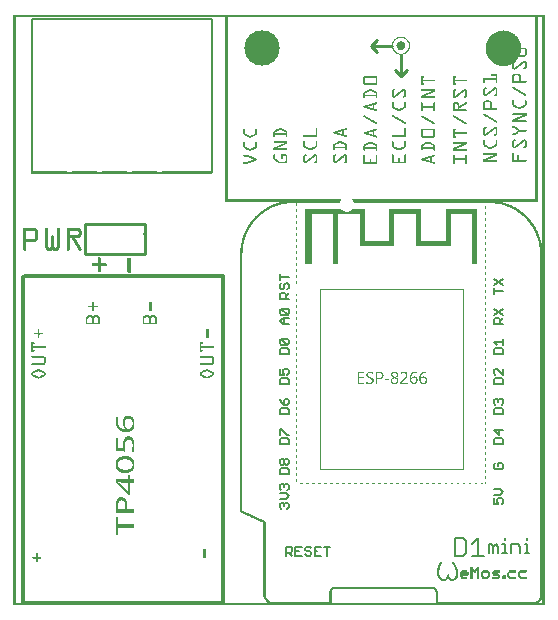
<source format=gto>
G04 MADE WITH FRITZING*
G04 WWW.FRITZING.ORG*
G04 DOUBLE SIDED*
G04 HOLES PLATED*
G04 CONTOUR ON CENTER OF CONTOUR VECTOR*
%ASAXBY*%
%FSLAX23Y23*%
%MOIN*%
%OFA0B0*%
%SFA1.0B1.0*%
%ADD10C,0.118110*%
%ADD11R,0.477764X0.602764X0.472208X0.597208*%
%ADD12C,0.002778*%
%ADD13C,0.008000*%
%ADD14C,0.010000*%
%ADD15C,0.011923*%
%ADD16C,0.005556*%
%ADD17C,0.006944*%
%ADD18R,0.001000X0.001000*%
%LNSILK1*%
G90*
G70*
G54D10*
X831Y1857D03*
G54D12*
X1023Y1054D02*
X1498Y1054D01*
X1498Y454D01*
X1023Y454D01*
X1023Y1054D01*
D02*
G54D13*
X662Y1955D02*
X662Y1443D01*
D02*
X662Y1955D02*
X62Y1955D01*
D02*
X62Y1443D02*
X62Y1955D01*
G54D14*
D02*
X1293Y1836D02*
X1293Y1766D01*
D02*
X1293Y1766D02*
X1313Y1786D01*
D02*
X1293Y1766D02*
X1273Y1786D01*
D02*
X1263Y1866D02*
X1193Y1866D01*
D02*
X1213Y1846D02*
X1193Y1866D01*
D02*
X1193Y1866D02*
X1213Y1886D01*
G54D15*
D02*
X38Y7D02*
X696Y7D01*
D02*
X698Y10D02*
X698Y1098D01*
D02*
X696Y1098D02*
X38Y1098D01*
D02*
X33Y1096D02*
X33Y8D01*
G54D14*
D02*
X438Y1271D02*
X238Y1271D01*
D02*
X238Y1271D02*
X238Y1171D01*
D02*
X238Y1171D02*
X438Y1171D01*
D02*
X438Y1171D02*
X438Y1271D01*
G54D16*
X919Y1021D02*
X888Y1021D01*
X888Y1021D02*
X888Y1037D01*
X888Y1037D02*
X893Y1042D01*
X893Y1042D02*
X904Y1042D01*
X904Y1042D02*
X909Y1037D01*
X909Y1037D02*
X909Y1021D01*
X909Y1031D02*
X919Y1042D01*
X893Y1073D02*
X888Y1068D01*
X888Y1068D02*
X888Y1058D01*
X888Y1058D02*
X893Y1053D01*
X893Y1053D02*
X899Y1053D01*
X899Y1053D02*
X904Y1058D01*
X904Y1058D02*
X904Y1068D01*
X904Y1068D02*
X909Y1073D01*
X909Y1073D02*
X914Y1073D01*
X914Y1073D02*
X919Y1068D01*
X919Y1068D02*
X919Y1058D01*
X919Y1058D02*
X914Y1053D01*
X919Y1095D02*
X888Y1095D01*
X888Y1084D02*
X888Y1105D01*
D02*
X919Y937D02*
X898Y937D01*
X898Y937D02*
X888Y947D01*
X888Y947D02*
X898Y958D01*
X898Y958D02*
X919Y958D01*
X904Y937D02*
X904Y958D01*
X915Y968D02*
X893Y968D01*
X893Y968D02*
X888Y974D01*
X888Y974D02*
X888Y984D01*
X888Y984D02*
X893Y989D01*
X893Y989D02*
X915Y989D01*
X915Y989D02*
X919Y984D01*
X919Y984D02*
X919Y974D01*
X919Y974D02*
X915Y968D01*
X915Y968D02*
X893Y989D01*
D02*
X888Y837D02*
X919Y837D01*
X919Y837D02*
X919Y852D01*
X919Y852D02*
X914Y858D01*
X914Y858D02*
X893Y858D01*
X893Y858D02*
X888Y852D01*
X888Y852D02*
X888Y837D01*
X914Y868D02*
X893Y868D01*
X893Y868D02*
X888Y874D01*
X888Y874D02*
X888Y884D01*
X888Y884D02*
X893Y889D01*
X893Y889D02*
X914Y889D01*
X914Y889D02*
X919Y884D01*
X919Y884D02*
X919Y874D01*
X919Y874D02*
X914Y868D01*
X914Y868D02*
X893Y889D01*
D02*
X888Y737D02*
X919Y737D01*
X919Y737D02*
X919Y752D01*
X919Y752D02*
X914Y758D01*
X914Y758D02*
X893Y758D01*
X893Y758D02*
X888Y752D01*
X888Y752D02*
X888Y737D01*
X888Y789D02*
X888Y768D01*
X888Y768D02*
X903Y768D01*
X903Y768D02*
X898Y779D01*
X898Y779D02*
X898Y784D01*
X898Y784D02*
X903Y789D01*
X903Y789D02*
X914Y789D01*
X914Y789D02*
X919Y784D01*
X919Y784D02*
X919Y774D01*
X919Y774D02*
X914Y768D01*
D02*
X888Y637D02*
X919Y637D01*
X919Y637D02*
X919Y652D01*
X919Y652D02*
X914Y658D01*
X914Y658D02*
X893Y658D01*
X893Y658D02*
X888Y652D01*
X888Y652D02*
X888Y637D01*
X888Y689D02*
X893Y679D01*
X893Y679D02*
X904Y668D01*
X904Y668D02*
X914Y668D01*
X914Y668D02*
X919Y674D01*
X919Y674D02*
X919Y684D01*
X919Y684D02*
X914Y689D01*
X914Y689D02*
X909Y689D01*
X909Y689D02*
X904Y684D01*
X904Y684D02*
X904Y668D01*
D02*
X888Y537D02*
X919Y537D01*
X919Y537D02*
X919Y552D01*
X919Y552D02*
X914Y558D01*
X914Y558D02*
X893Y558D01*
X893Y558D02*
X888Y552D01*
X888Y552D02*
X888Y537D01*
X888Y568D02*
X888Y589D01*
X888Y589D02*
X893Y589D01*
X893Y589D02*
X914Y568D01*
X914Y568D02*
X919Y568D01*
D02*
X888Y437D02*
X919Y437D01*
X919Y437D02*
X919Y452D01*
X919Y452D02*
X914Y458D01*
X914Y458D02*
X893Y458D01*
X893Y458D02*
X888Y452D01*
X888Y452D02*
X888Y437D01*
X893Y468D02*
X888Y474D01*
X888Y474D02*
X888Y484D01*
X888Y484D02*
X893Y489D01*
X893Y489D02*
X899Y489D01*
X899Y489D02*
X904Y484D01*
X904Y484D02*
X910Y489D01*
X910Y489D02*
X914Y489D01*
X914Y489D02*
X919Y484D01*
X919Y484D02*
X919Y474D01*
X919Y474D02*
X914Y468D01*
X914Y468D02*
X910Y468D01*
X910Y468D02*
X904Y474D01*
X904Y474D02*
X899Y468D01*
X899Y468D02*
X893Y468D01*
X904Y474D02*
X904Y484D01*
D02*
X893Y321D02*
X888Y327D01*
X888Y327D02*
X888Y337D01*
X888Y337D02*
X893Y342D01*
X893Y342D02*
X898Y342D01*
X898Y342D02*
X903Y337D01*
X903Y337D02*
X903Y331D01*
X903Y337D02*
X909Y342D01*
X909Y342D02*
X914Y342D01*
X914Y342D02*
X919Y337D01*
X919Y337D02*
X919Y327D01*
X919Y327D02*
X914Y321D01*
X888Y353D02*
X909Y353D01*
X909Y353D02*
X919Y363D01*
X919Y363D02*
X909Y373D01*
X909Y373D02*
X888Y373D01*
X893Y384D02*
X888Y389D01*
X888Y389D02*
X888Y400D01*
X888Y400D02*
X893Y405D01*
X893Y405D02*
X898Y405D01*
X898Y405D02*
X903Y400D01*
X903Y400D02*
X903Y395D01*
X903Y400D02*
X909Y405D01*
X909Y405D02*
X914Y405D01*
X914Y405D02*
X919Y400D01*
X919Y400D02*
X919Y389D01*
X919Y389D02*
X914Y384D01*
D02*
X1602Y358D02*
X1602Y337D01*
X1602Y337D02*
X1617Y337D01*
X1617Y337D02*
X1612Y347D01*
X1612Y347D02*
X1612Y352D01*
X1612Y352D02*
X1617Y358D01*
X1617Y358D02*
X1628Y358D01*
X1628Y358D02*
X1633Y352D01*
X1633Y352D02*
X1633Y342D01*
X1633Y342D02*
X1628Y337D01*
X1602Y368D02*
X1623Y368D01*
X1623Y368D02*
X1633Y379D01*
X1633Y379D02*
X1623Y389D01*
X1623Y389D02*
X1602Y389D01*
D02*
X1607Y473D02*
X1602Y468D01*
X1602Y468D02*
X1602Y458D01*
X1602Y458D02*
X1607Y453D01*
X1607Y453D02*
X1628Y453D01*
X1628Y453D02*
X1633Y458D01*
X1633Y458D02*
X1633Y468D01*
X1633Y468D02*
X1628Y473D01*
X1628Y473D02*
X1617Y473D01*
X1617Y473D02*
X1617Y463D01*
D02*
X1602Y537D02*
X1633Y537D01*
X1633Y537D02*
X1633Y552D01*
X1633Y552D02*
X1628Y558D01*
X1628Y558D02*
X1607Y558D01*
X1607Y558D02*
X1602Y552D01*
X1602Y552D02*
X1602Y537D01*
X1633Y584D02*
X1602Y584D01*
X1602Y584D02*
X1618Y568D01*
X1618Y568D02*
X1618Y589D01*
D02*
X1602Y637D02*
X1633Y637D01*
X1633Y637D02*
X1633Y652D01*
X1633Y652D02*
X1628Y658D01*
X1628Y658D02*
X1607Y658D01*
X1607Y658D02*
X1602Y652D01*
X1602Y652D02*
X1602Y637D01*
X1607Y668D02*
X1602Y674D01*
X1602Y674D02*
X1602Y684D01*
X1602Y684D02*
X1607Y689D01*
X1607Y689D02*
X1612Y689D01*
X1612Y689D02*
X1617Y684D01*
X1617Y684D02*
X1617Y679D01*
X1617Y684D02*
X1623Y689D01*
X1623Y689D02*
X1628Y689D01*
X1628Y689D02*
X1633Y684D01*
X1633Y684D02*
X1633Y674D01*
X1633Y674D02*
X1628Y668D01*
D02*
X1602Y737D02*
X1633Y737D01*
X1633Y737D02*
X1633Y752D01*
X1633Y752D02*
X1628Y758D01*
X1628Y758D02*
X1607Y758D01*
X1607Y758D02*
X1602Y752D01*
X1602Y752D02*
X1602Y737D01*
X1633Y789D02*
X1633Y768D01*
X1633Y768D02*
X1613Y789D01*
X1613Y789D02*
X1607Y789D01*
X1607Y789D02*
X1602Y784D01*
X1602Y784D02*
X1602Y774D01*
X1602Y774D02*
X1607Y768D01*
D02*
X1602Y837D02*
X1633Y837D01*
X1633Y837D02*
X1633Y852D01*
X1633Y852D02*
X1628Y858D01*
X1628Y858D02*
X1607Y858D01*
X1607Y858D02*
X1602Y852D01*
X1602Y852D02*
X1602Y837D01*
X1612Y868D02*
X1602Y879D01*
X1602Y879D02*
X1633Y879D01*
X1633Y868D02*
X1633Y889D01*
D02*
X1633Y937D02*
X1602Y937D01*
X1602Y937D02*
X1602Y952D01*
X1602Y952D02*
X1607Y958D01*
X1607Y958D02*
X1618Y958D01*
X1618Y958D02*
X1623Y952D01*
X1623Y952D02*
X1623Y937D01*
X1623Y947D02*
X1633Y958D01*
X1602Y968D02*
X1633Y989D01*
X1602Y989D02*
X1633Y968D01*
D02*
X1633Y1047D02*
X1602Y1047D01*
X1602Y1037D02*
X1602Y1058D01*
X1602Y1068D02*
X1633Y1089D01*
X1602Y1089D02*
X1633Y1068D01*
D02*
X910Y165D02*
X910Y196D01*
X910Y196D02*
X925Y196D01*
X925Y196D02*
X930Y191D01*
X930Y191D02*
X930Y180D01*
X930Y180D02*
X925Y175D01*
X925Y175D02*
X910Y175D01*
X919Y175D02*
X930Y165D01*
X962Y196D02*
X941Y196D01*
X941Y196D02*
X941Y165D01*
X941Y165D02*
X962Y165D01*
X941Y180D02*
X952Y180D01*
X994Y191D02*
X988Y196D01*
X988Y196D02*
X978Y196D01*
X978Y196D02*
X972Y191D01*
X972Y191D02*
X972Y186D01*
X972Y186D02*
X978Y180D01*
X978Y180D02*
X988Y180D01*
X988Y180D02*
X994Y175D01*
X994Y175D02*
X994Y170D01*
X994Y170D02*
X988Y165D01*
X988Y165D02*
X978Y165D01*
X978Y165D02*
X972Y170D01*
X1025Y196D02*
X1005Y196D01*
X1005Y196D02*
X1005Y165D01*
X1005Y165D02*
X1025Y165D01*
X1005Y180D02*
X1014Y180D01*
X1047Y165D02*
X1047Y196D01*
X1036Y196D02*
X1057Y196D01*
D02*
G54D17*
X1472Y224D02*
X1472Y165D01*
X1472Y165D02*
X1501Y165D01*
X1501Y165D02*
X1511Y176D01*
X1511Y176D02*
X1511Y214D01*
X1511Y214D02*
X1501Y224D01*
X1501Y224D02*
X1472Y224D01*
X1531Y204D02*
X1551Y224D01*
X1551Y224D02*
X1551Y165D01*
X1531Y165D02*
X1569Y165D01*
D02*
X1587Y174D02*
X1587Y203D01*
X1587Y203D02*
X1595Y203D01*
X1595Y203D02*
X1601Y195D01*
X1601Y195D02*
X1601Y174D01*
X1601Y195D02*
X1609Y203D01*
X1609Y203D02*
X1616Y195D01*
X1616Y195D02*
X1616Y174D01*
X1631Y203D02*
X1639Y203D01*
X1639Y203D02*
X1639Y174D01*
X1631Y174D02*
X1646Y174D01*
X1639Y224D02*
X1639Y217D01*
X1661Y174D02*
X1661Y203D01*
X1661Y203D02*
X1682Y203D01*
X1682Y203D02*
X1690Y195D01*
X1690Y195D02*
X1690Y174D01*
X1705Y203D02*
X1712Y203D01*
X1712Y203D02*
X1712Y174D01*
X1705Y174D02*
X1719Y174D01*
X1712Y224D02*
X1712Y217D01*
D02*
G54D18*
X1Y1968D02*
X1771Y1968D01*
X1Y1967D02*
X1771Y1967D01*
X1Y1966D02*
X1771Y1966D01*
X1Y1965D02*
X1771Y1965D01*
X1Y1964D02*
X1771Y1964D01*
X1Y1963D02*
X1771Y1963D01*
X1Y1962D02*
X1771Y1962D01*
X1Y1961D02*
X1771Y1961D01*
X1Y1960D02*
X8Y1960D01*
X708Y1960D02*
X717Y1960D01*
X1741Y1960D02*
X1750Y1960D01*
X1764Y1960D02*
X1771Y1960D01*
X1Y1959D02*
X8Y1959D01*
X708Y1959D02*
X717Y1959D01*
X1741Y1959D02*
X1750Y1959D01*
X1764Y1959D02*
X1771Y1959D01*
X1Y1958D02*
X8Y1958D01*
X708Y1958D02*
X717Y1958D01*
X1741Y1958D02*
X1750Y1958D01*
X1764Y1958D02*
X1771Y1958D01*
X1Y1957D02*
X8Y1957D01*
X708Y1957D02*
X717Y1957D01*
X1741Y1957D02*
X1750Y1957D01*
X1764Y1957D02*
X1771Y1957D01*
X1Y1956D02*
X8Y1956D01*
X708Y1956D02*
X717Y1956D01*
X1741Y1956D02*
X1750Y1956D01*
X1764Y1956D02*
X1771Y1956D01*
X1Y1955D02*
X8Y1955D01*
X708Y1955D02*
X717Y1955D01*
X1741Y1955D02*
X1750Y1955D01*
X1764Y1955D02*
X1771Y1955D01*
X1Y1954D02*
X8Y1954D01*
X708Y1954D02*
X717Y1954D01*
X1741Y1954D02*
X1750Y1954D01*
X1764Y1954D02*
X1771Y1954D01*
X1Y1953D02*
X8Y1953D01*
X708Y1953D02*
X717Y1953D01*
X1741Y1953D02*
X1750Y1953D01*
X1764Y1953D02*
X1771Y1953D01*
X1Y1952D02*
X8Y1952D01*
X708Y1952D02*
X717Y1952D01*
X1741Y1952D02*
X1750Y1952D01*
X1764Y1952D02*
X1771Y1952D01*
X1Y1951D02*
X8Y1951D01*
X708Y1951D02*
X717Y1951D01*
X1741Y1951D02*
X1750Y1951D01*
X1764Y1951D02*
X1771Y1951D01*
X1Y1950D02*
X8Y1950D01*
X708Y1950D02*
X717Y1950D01*
X1741Y1950D02*
X1750Y1950D01*
X1764Y1950D02*
X1771Y1950D01*
X1Y1949D02*
X8Y1949D01*
X708Y1949D02*
X717Y1949D01*
X1741Y1949D02*
X1750Y1949D01*
X1764Y1949D02*
X1771Y1949D01*
X1Y1948D02*
X8Y1948D01*
X708Y1948D02*
X717Y1948D01*
X1741Y1948D02*
X1750Y1948D01*
X1764Y1948D02*
X1771Y1948D01*
X1Y1947D02*
X8Y1947D01*
X708Y1947D02*
X717Y1947D01*
X1741Y1947D02*
X1750Y1947D01*
X1764Y1947D02*
X1771Y1947D01*
X1Y1946D02*
X8Y1946D01*
X708Y1946D02*
X717Y1946D01*
X1741Y1946D02*
X1750Y1946D01*
X1764Y1946D02*
X1771Y1946D01*
X1Y1945D02*
X8Y1945D01*
X708Y1945D02*
X717Y1945D01*
X1741Y1945D02*
X1750Y1945D01*
X1764Y1945D02*
X1771Y1945D01*
X1Y1944D02*
X8Y1944D01*
X708Y1944D02*
X717Y1944D01*
X1741Y1944D02*
X1750Y1944D01*
X1764Y1944D02*
X1771Y1944D01*
X1Y1943D02*
X8Y1943D01*
X708Y1943D02*
X717Y1943D01*
X1741Y1943D02*
X1750Y1943D01*
X1764Y1943D02*
X1771Y1943D01*
X1Y1942D02*
X8Y1942D01*
X708Y1942D02*
X717Y1942D01*
X1741Y1942D02*
X1750Y1942D01*
X1764Y1942D02*
X1771Y1942D01*
X1Y1941D02*
X8Y1941D01*
X708Y1941D02*
X717Y1941D01*
X1741Y1941D02*
X1750Y1941D01*
X1764Y1941D02*
X1771Y1941D01*
X1Y1940D02*
X8Y1940D01*
X708Y1940D02*
X717Y1940D01*
X1741Y1940D02*
X1750Y1940D01*
X1764Y1940D02*
X1771Y1940D01*
X1Y1939D02*
X8Y1939D01*
X708Y1939D02*
X717Y1939D01*
X1741Y1939D02*
X1750Y1939D01*
X1764Y1939D02*
X1771Y1939D01*
X1Y1938D02*
X8Y1938D01*
X708Y1938D02*
X717Y1938D01*
X1741Y1938D02*
X1750Y1938D01*
X1764Y1938D02*
X1771Y1938D01*
X1Y1937D02*
X8Y1937D01*
X708Y1937D02*
X717Y1937D01*
X1741Y1937D02*
X1750Y1937D01*
X1764Y1937D02*
X1771Y1937D01*
X1Y1936D02*
X8Y1936D01*
X708Y1936D02*
X717Y1936D01*
X1741Y1936D02*
X1750Y1936D01*
X1764Y1936D02*
X1771Y1936D01*
X1Y1935D02*
X8Y1935D01*
X708Y1935D02*
X717Y1935D01*
X1741Y1935D02*
X1750Y1935D01*
X1764Y1935D02*
X1771Y1935D01*
X1Y1934D02*
X8Y1934D01*
X708Y1934D02*
X717Y1934D01*
X1741Y1934D02*
X1750Y1934D01*
X1764Y1934D02*
X1771Y1934D01*
X1Y1933D02*
X8Y1933D01*
X708Y1933D02*
X717Y1933D01*
X1741Y1933D02*
X1750Y1933D01*
X1764Y1933D02*
X1771Y1933D01*
X1Y1932D02*
X8Y1932D01*
X708Y1932D02*
X717Y1932D01*
X1741Y1932D02*
X1750Y1932D01*
X1764Y1932D02*
X1771Y1932D01*
X1Y1931D02*
X8Y1931D01*
X708Y1931D02*
X717Y1931D01*
X1741Y1931D02*
X1750Y1931D01*
X1764Y1931D02*
X1771Y1931D01*
X1Y1930D02*
X8Y1930D01*
X708Y1930D02*
X717Y1930D01*
X1741Y1930D02*
X1750Y1930D01*
X1764Y1930D02*
X1771Y1930D01*
X1Y1929D02*
X8Y1929D01*
X708Y1929D02*
X717Y1929D01*
X1741Y1929D02*
X1750Y1929D01*
X1764Y1929D02*
X1771Y1929D01*
X1Y1928D02*
X8Y1928D01*
X708Y1928D02*
X717Y1928D01*
X1741Y1928D02*
X1750Y1928D01*
X1764Y1928D02*
X1771Y1928D01*
X1Y1927D02*
X8Y1927D01*
X708Y1927D02*
X717Y1927D01*
X1741Y1927D02*
X1750Y1927D01*
X1764Y1927D02*
X1771Y1927D01*
X1Y1926D02*
X8Y1926D01*
X708Y1926D02*
X717Y1926D01*
X1741Y1926D02*
X1750Y1926D01*
X1764Y1926D02*
X1771Y1926D01*
X1Y1925D02*
X8Y1925D01*
X708Y1925D02*
X717Y1925D01*
X1741Y1925D02*
X1750Y1925D01*
X1764Y1925D02*
X1771Y1925D01*
X1Y1924D02*
X8Y1924D01*
X708Y1924D02*
X717Y1924D01*
X1741Y1924D02*
X1750Y1924D01*
X1764Y1924D02*
X1771Y1924D01*
X1Y1923D02*
X8Y1923D01*
X708Y1923D02*
X717Y1923D01*
X1741Y1923D02*
X1750Y1923D01*
X1764Y1923D02*
X1771Y1923D01*
X1Y1922D02*
X8Y1922D01*
X708Y1922D02*
X717Y1922D01*
X1741Y1922D02*
X1750Y1922D01*
X1764Y1922D02*
X1771Y1922D01*
X1Y1921D02*
X8Y1921D01*
X708Y1921D02*
X717Y1921D01*
X1741Y1921D02*
X1750Y1921D01*
X1764Y1921D02*
X1771Y1921D01*
X1Y1920D02*
X8Y1920D01*
X708Y1920D02*
X717Y1920D01*
X1741Y1920D02*
X1750Y1920D01*
X1764Y1920D02*
X1771Y1920D01*
X1Y1919D02*
X8Y1919D01*
X708Y1919D02*
X717Y1919D01*
X1741Y1919D02*
X1750Y1919D01*
X1764Y1919D02*
X1771Y1919D01*
X1Y1918D02*
X8Y1918D01*
X708Y1918D02*
X717Y1918D01*
X1741Y1918D02*
X1750Y1918D01*
X1764Y1918D02*
X1771Y1918D01*
X1Y1917D02*
X8Y1917D01*
X708Y1917D02*
X717Y1917D01*
X1741Y1917D02*
X1750Y1917D01*
X1764Y1917D02*
X1771Y1917D01*
X1Y1916D02*
X8Y1916D01*
X708Y1916D02*
X717Y1916D01*
X1632Y1916D02*
X1637Y1916D01*
X1741Y1916D02*
X1750Y1916D01*
X1764Y1916D02*
X1771Y1916D01*
X1Y1915D02*
X8Y1915D01*
X708Y1915D02*
X717Y1915D01*
X1623Y1915D02*
X1645Y1915D01*
X1741Y1915D02*
X1750Y1915D01*
X1764Y1915D02*
X1771Y1915D01*
X1Y1914D02*
X8Y1914D01*
X708Y1914D02*
X717Y1914D01*
X1619Y1914D02*
X1649Y1914D01*
X1741Y1914D02*
X1750Y1914D01*
X1764Y1914D02*
X1771Y1914D01*
X1Y1913D02*
X8Y1913D01*
X708Y1913D02*
X717Y1913D01*
X1616Y1913D02*
X1653Y1913D01*
X1741Y1913D02*
X1750Y1913D01*
X1764Y1913D02*
X1771Y1913D01*
X1Y1912D02*
X8Y1912D01*
X708Y1912D02*
X717Y1912D01*
X1613Y1912D02*
X1656Y1912D01*
X1741Y1912D02*
X1750Y1912D01*
X1764Y1912D02*
X1771Y1912D01*
X1Y1911D02*
X8Y1911D01*
X708Y1911D02*
X717Y1911D01*
X1611Y1911D02*
X1658Y1911D01*
X1741Y1911D02*
X1750Y1911D01*
X1764Y1911D02*
X1771Y1911D01*
X1Y1910D02*
X8Y1910D01*
X708Y1910D02*
X717Y1910D01*
X1609Y1910D02*
X1660Y1910D01*
X1741Y1910D02*
X1750Y1910D01*
X1764Y1910D02*
X1771Y1910D01*
X1Y1909D02*
X8Y1909D01*
X708Y1909D02*
X717Y1909D01*
X1607Y1909D02*
X1662Y1909D01*
X1741Y1909D02*
X1750Y1909D01*
X1764Y1909D02*
X1771Y1909D01*
X1Y1908D02*
X8Y1908D01*
X708Y1908D02*
X717Y1908D01*
X1605Y1908D02*
X1664Y1908D01*
X1741Y1908D02*
X1750Y1908D01*
X1764Y1908D02*
X1771Y1908D01*
X1Y1907D02*
X8Y1907D01*
X708Y1907D02*
X717Y1907D01*
X1603Y1907D02*
X1665Y1907D01*
X1741Y1907D02*
X1750Y1907D01*
X1764Y1907D02*
X1771Y1907D01*
X1Y1906D02*
X8Y1906D01*
X708Y1906D02*
X717Y1906D01*
X1602Y1906D02*
X1667Y1906D01*
X1741Y1906D02*
X1750Y1906D01*
X1764Y1906D02*
X1771Y1906D01*
X1Y1905D02*
X8Y1905D01*
X708Y1905D02*
X717Y1905D01*
X1601Y1905D02*
X1668Y1905D01*
X1741Y1905D02*
X1750Y1905D01*
X1764Y1905D02*
X1771Y1905D01*
X1Y1904D02*
X8Y1904D01*
X708Y1904D02*
X717Y1904D01*
X1599Y1904D02*
X1670Y1904D01*
X1741Y1904D02*
X1750Y1904D01*
X1764Y1904D02*
X1771Y1904D01*
X1Y1903D02*
X8Y1903D01*
X708Y1903D02*
X717Y1903D01*
X1598Y1903D02*
X1671Y1903D01*
X1741Y1903D02*
X1750Y1903D01*
X1764Y1903D02*
X1771Y1903D01*
X1Y1902D02*
X8Y1902D01*
X708Y1902D02*
X717Y1902D01*
X1597Y1902D02*
X1672Y1902D01*
X1741Y1902D02*
X1750Y1902D01*
X1764Y1902D02*
X1771Y1902D01*
X1Y1901D02*
X8Y1901D01*
X708Y1901D02*
X717Y1901D01*
X1596Y1901D02*
X1673Y1901D01*
X1741Y1901D02*
X1750Y1901D01*
X1764Y1901D02*
X1771Y1901D01*
X1Y1900D02*
X8Y1900D01*
X708Y1900D02*
X717Y1900D01*
X1594Y1900D02*
X1674Y1900D01*
X1741Y1900D02*
X1750Y1900D01*
X1764Y1900D02*
X1771Y1900D01*
X1Y1899D02*
X8Y1899D01*
X708Y1899D02*
X717Y1899D01*
X1593Y1899D02*
X1675Y1899D01*
X1741Y1899D02*
X1750Y1899D01*
X1764Y1899D02*
X1771Y1899D01*
X1Y1898D02*
X8Y1898D01*
X708Y1898D02*
X717Y1898D01*
X1592Y1898D02*
X1676Y1898D01*
X1741Y1898D02*
X1750Y1898D01*
X1764Y1898D02*
X1771Y1898D01*
X1Y1897D02*
X8Y1897D01*
X708Y1897D02*
X717Y1897D01*
X1592Y1897D02*
X1677Y1897D01*
X1741Y1897D02*
X1750Y1897D01*
X1764Y1897D02*
X1771Y1897D01*
X1Y1896D02*
X8Y1896D01*
X708Y1896D02*
X717Y1896D01*
X1591Y1896D02*
X1678Y1896D01*
X1741Y1896D02*
X1750Y1896D01*
X1764Y1896D02*
X1771Y1896D01*
X1Y1895D02*
X8Y1895D01*
X708Y1895D02*
X717Y1895D01*
X1286Y1895D02*
X1299Y1895D01*
X1590Y1895D02*
X1679Y1895D01*
X1741Y1895D02*
X1750Y1895D01*
X1764Y1895D02*
X1771Y1895D01*
X1Y1894D02*
X8Y1894D01*
X708Y1894D02*
X717Y1894D01*
X1283Y1894D02*
X1302Y1894D01*
X1589Y1894D02*
X1680Y1894D01*
X1741Y1894D02*
X1750Y1894D01*
X1764Y1894D02*
X1771Y1894D01*
X1Y1893D02*
X8Y1893D01*
X708Y1893D02*
X717Y1893D01*
X1281Y1893D02*
X1305Y1893D01*
X1588Y1893D02*
X1681Y1893D01*
X1741Y1893D02*
X1750Y1893D01*
X1764Y1893D02*
X1771Y1893D01*
X1Y1892D02*
X8Y1892D01*
X708Y1892D02*
X717Y1892D01*
X1279Y1892D02*
X1307Y1892D01*
X1587Y1892D02*
X1681Y1892D01*
X1741Y1892D02*
X1750Y1892D01*
X1764Y1892D02*
X1771Y1892D01*
X1Y1891D02*
X8Y1891D01*
X708Y1891D02*
X717Y1891D01*
X1277Y1891D02*
X1286Y1891D01*
X1300Y1891D02*
X1308Y1891D01*
X1587Y1891D02*
X1682Y1891D01*
X1741Y1891D02*
X1750Y1891D01*
X1764Y1891D02*
X1771Y1891D01*
X1Y1890D02*
X8Y1890D01*
X708Y1890D02*
X717Y1890D01*
X1276Y1890D02*
X1282Y1890D01*
X1303Y1890D02*
X1310Y1890D01*
X1586Y1890D02*
X1683Y1890D01*
X1741Y1890D02*
X1750Y1890D01*
X1764Y1890D02*
X1771Y1890D01*
X1Y1889D02*
X8Y1889D01*
X708Y1889D02*
X717Y1889D01*
X1274Y1889D02*
X1280Y1889D01*
X1305Y1889D02*
X1311Y1889D01*
X1585Y1889D02*
X1684Y1889D01*
X1741Y1889D02*
X1750Y1889D01*
X1764Y1889D02*
X1771Y1889D01*
X1Y1888D02*
X8Y1888D01*
X708Y1888D02*
X717Y1888D01*
X1273Y1888D02*
X1278Y1888D01*
X1307Y1888D02*
X1312Y1888D01*
X1585Y1888D02*
X1684Y1888D01*
X1741Y1888D02*
X1750Y1888D01*
X1764Y1888D02*
X1771Y1888D01*
X1Y1887D02*
X8Y1887D01*
X708Y1887D02*
X717Y1887D01*
X1272Y1887D02*
X1277Y1887D01*
X1309Y1887D02*
X1313Y1887D01*
X1584Y1887D02*
X1685Y1887D01*
X1741Y1887D02*
X1750Y1887D01*
X1764Y1887D02*
X1771Y1887D01*
X1Y1886D02*
X8Y1886D01*
X708Y1886D02*
X717Y1886D01*
X1271Y1886D02*
X1276Y1886D01*
X1310Y1886D02*
X1314Y1886D01*
X1583Y1886D02*
X1685Y1886D01*
X1741Y1886D02*
X1750Y1886D01*
X1764Y1886D02*
X1771Y1886D01*
X1Y1885D02*
X8Y1885D01*
X708Y1885D02*
X717Y1885D01*
X1270Y1885D02*
X1274Y1885D01*
X1311Y1885D02*
X1315Y1885D01*
X1583Y1885D02*
X1686Y1885D01*
X1741Y1885D02*
X1750Y1885D01*
X1764Y1885D02*
X1771Y1885D01*
X1Y1884D02*
X8Y1884D01*
X708Y1884D02*
X717Y1884D01*
X1269Y1884D02*
X1273Y1884D01*
X1312Y1884D02*
X1316Y1884D01*
X1582Y1884D02*
X1686Y1884D01*
X1741Y1884D02*
X1750Y1884D01*
X1764Y1884D02*
X1771Y1884D01*
X1Y1883D02*
X8Y1883D01*
X708Y1883D02*
X717Y1883D01*
X1269Y1883D02*
X1273Y1883D01*
X1313Y1883D02*
X1317Y1883D01*
X1582Y1883D02*
X1687Y1883D01*
X1741Y1883D02*
X1750Y1883D01*
X1764Y1883D02*
X1771Y1883D01*
X1Y1882D02*
X8Y1882D01*
X708Y1882D02*
X717Y1882D01*
X1268Y1882D02*
X1272Y1882D01*
X1314Y1882D02*
X1318Y1882D01*
X1581Y1882D02*
X1687Y1882D01*
X1741Y1882D02*
X1750Y1882D01*
X1764Y1882D02*
X1771Y1882D01*
X1Y1881D02*
X8Y1881D01*
X708Y1881D02*
X717Y1881D01*
X1267Y1881D02*
X1271Y1881D01*
X1315Y1881D02*
X1318Y1881D01*
X1581Y1881D02*
X1688Y1881D01*
X1741Y1881D02*
X1750Y1881D01*
X1764Y1881D02*
X1771Y1881D01*
X1Y1880D02*
X8Y1880D01*
X708Y1880D02*
X717Y1880D01*
X1267Y1880D02*
X1270Y1880D01*
X1290Y1880D02*
X1296Y1880D01*
X1315Y1880D02*
X1319Y1880D01*
X1581Y1880D02*
X1688Y1880D01*
X1741Y1880D02*
X1750Y1880D01*
X1764Y1880D02*
X1771Y1880D01*
X1Y1879D02*
X8Y1879D01*
X708Y1879D02*
X717Y1879D01*
X1266Y1879D02*
X1270Y1879D01*
X1287Y1879D02*
X1299Y1879D01*
X1316Y1879D02*
X1319Y1879D01*
X1580Y1879D02*
X1689Y1879D01*
X1741Y1879D02*
X1750Y1879D01*
X1764Y1879D02*
X1771Y1879D01*
X1Y1878D02*
X8Y1878D01*
X708Y1878D02*
X717Y1878D01*
X1266Y1878D02*
X1269Y1878D01*
X1285Y1878D02*
X1301Y1878D01*
X1316Y1878D02*
X1320Y1878D01*
X1580Y1878D02*
X1689Y1878D01*
X1741Y1878D02*
X1750Y1878D01*
X1764Y1878D02*
X1771Y1878D01*
X1Y1877D02*
X8Y1877D01*
X708Y1877D02*
X717Y1877D01*
X1265Y1877D02*
X1269Y1877D01*
X1284Y1877D02*
X1302Y1877D01*
X1317Y1877D02*
X1320Y1877D01*
X1579Y1877D02*
X1689Y1877D01*
X1741Y1877D02*
X1750Y1877D01*
X1764Y1877D02*
X1771Y1877D01*
X1Y1876D02*
X8Y1876D01*
X708Y1876D02*
X717Y1876D01*
X1265Y1876D02*
X1268Y1876D01*
X1283Y1876D02*
X1303Y1876D01*
X1317Y1876D02*
X1321Y1876D01*
X1579Y1876D02*
X1690Y1876D01*
X1741Y1876D02*
X1750Y1876D01*
X1764Y1876D02*
X1771Y1876D01*
X1Y1875D02*
X8Y1875D01*
X708Y1875D02*
X717Y1875D01*
X1265Y1875D02*
X1268Y1875D01*
X1282Y1875D02*
X1304Y1875D01*
X1318Y1875D02*
X1321Y1875D01*
X1579Y1875D02*
X1690Y1875D01*
X1741Y1875D02*
X1750Y1875D01*
X1764Y1875D02*
X1771Y1875D01*
X1Y1874D02*
X8Y1874D01*
X708Y1874D02*
X717Y1874D01*
X1264Y1874D02*
X1267Y1874D01*
X1281Y1874D02*
X1305Y1874D01*
X1318Y1874D02*
X1321Y1874D01*
X1578Y1874D02*
X1690Y1874D01*
X1741Y1874D02*
X1750Y1874D01*
X1764Y1874D02*
X1771Y1874D01*
X1Y1873D02*
X8Y1873D01*
X708Y1873D02*
X717Y1873D01*
X1264Y1873D02*
X1267Y1873D01*
X1280Y1873D02*
X1305Y1873D01*
X1319Y1873D02*
X1322Y1873D01*
X1578Y1873D02*
X1691Y1873D01*
X1741Y1873D02*
X1750Y1873D01*
X1764Y1873D02*
X1771Y1873D01*
X1Y1872D02*
X8Y1872D01*
X708Y1872D02*
X717Y1872D01*
X1264Y1872D02*
X1267Y1872D01*
X1280Y1872D02*
X1306Y1872D01*
X1319Y1872D02*
X1322Y1872D01*
X1578Y1872D02*
X1691Y1872D01*
X1741Y1872D02*
X1750Y1872D01*
X1764Y1872D02*
X1771Y1872D01*
X1Y1871D02*
X8Y1871D01*
X708Y1871D02*
X717Y1871D01*
X1264Y1871D02*
X1267Y1871D01*
X1279Y1871D02*
X1306Y1871D01*
X1319Y1871D02*
X1322Y1871D01*
X1578Y1871D02*
X1691Y1871D01*
X1741Y1871D02*
X1750Y1871D01*
X1764Y1871D02*
X1771Y1871D01*
X1Y1870D02*
X8Y1870D01*
X708Y1870D02*
X717Y1870D01*
X1263Y1870D02*
X1266Y1870D01*
X1279Y1870D02*
X1306Y1870D01*
X1319Y1870D02*
X1322Y1870D01*
X1577Y1870D02*
X1692Y1870D01*
X1741Y1870D02*
X1750Y1870D01*
X1764Y1870D02*
X1771Y1870D01*
X1Y1869D02*
X8Y1869D01*
X708Y1869D02*
X717Y1869D01*
X1263Y1869D02*
X1266Y1869D01*
X1279Y1869D02*
X1307Y1869D01*
X1319Y1869D02*
X1322Y1869D01*
X1577Y1869D02*
X1692Y1869D01*
X1741Y1869D02*
X1750Y1869D01*
X1764Y1869D02*
X1771Y1869D01*
X1Y1868D02*
X8Y1868D01*
X708Y1868D02*
X717Y1868D01*
X1263Y1868D02*
X1266Y1868D01*
X1279Y1868D02*
X1307Y1868D01*
X1319Y1868D02*
X1322Y1868D01*
X1577Y1868D02*
X1692Y1868D01*
X1741Y1868D02*
X1750Y1868D01*
X1764Y1868D02*
X1771Y1868D01*
X1Y1867D02*
X8Y1867D01*
X708Y1867D02*
X717Y1867D01*
X1263Y1867D02*
X1266Y1867D01*
X1278Y1867D02*
X1307Y1867D01*
X1319Y1867D02*
X1322Y1867D01*
X1577Y1867D02*
X1692Y1867D01*
X1741Y1867D02*
X1750Y1867D01*
X1764Y1867D02*
X1771Y1867D01*
X1Y1866D02*
X8Y1866D01*
X708Y1866D02*
X717Y1866D01*
X1263Y1866D02*
X1266Y1866D01*
X1278Y1866D02*
X1307Y1866D01*
X1320Y1866D02*
X1323Y1866D01*
X1577Y1866D02*
X1692Y1866D01*
X1741Y1866D02*
X1750Y1866D01*
X1764Y1866D02*
X1771Y1866D01*
X1Y1865D02*
X8Y1865D01*
X708Y1865D02*
X717Y1865D01*
X1263Y1865D02*
X1266Y1865D01*
X1278Y1865D02*
X1307Y1865D01*
X1320Y1865D02*
X1323Y1865D01*
X1576Y1865D02*
X1692Y1865D01*
X1741Y1865D02*
X1750Y1865D01*
X1764Y1865D02*
X1771Y1865D01*
X1Y1864D02*
X8Y1864D01*
X708Y1864D02*
X717Y1864D01*
X1263Y1864D02*
X1266Y1864D01*
X1278Y1864D02*
X1307Y1864D01*
X1319Y1864D02*
X1322Y1864D01*
X1576Y1864D02*
X1693Y1864D01*
X1741Y1864D02*
X1750Y1864D01*
X1764Y1864D02*
X1771Y1864D01*
X1Y1863D02*
X8Y1863D01*
X708Y1863D02*
X717Y1863D01*
X1263Y1863D02*
X1266Y1863D01*
X1279Y1863D02*
X1307Y1863D01*
X1319Y1863D02*
X1322Y1863D01*
X1576Y1863D02*
X1693Y1863D01*
X1741Y1863D02*
X1750Y1863D01*
X1764Y1863D02*
X1771Y1863D01*
X1Y1862D02*
X8Y1862D01*
X708Y1862D02*
X717Y1862D01*
X1263Y1862D02*
X1266Y1862D01*
X1279Y1862D02*
X1307Y1862D01*
X1319Y1862D02*
X1322Y1862D01*
X1576Y1862D02*
X1693Y1862D01*
X1741Y1862D02*
X1750Y1862D01*
X1764Y1862D02*
X1771Y1862D01*
X1Y1861D02*
X8Y1861D01*
X708Y1861D02*
X717Y1861D01*
X1263Y1861D02*
X1266Y1861D01*
X1279Y1861D02*
X1306Y1861D01*
X1319Y1861D02*
X1322Y1861D01*
X1576Y1861D02*
X1693Y1861D01*
X1741Y1861D02*
X1750Y1861D01*
X1764Y1861D02*
X1771Y1861D01*
X1Y1860D02*
X8Y1860D01*
X708Y1860D02*
X717Y1860D01*
X1264Y1860D02*
X1267Y1860D01*
X1279Y1860D02*
X1306Y1860D01*
X1319Y1860D02*
X1322Y1860D01*
X1576Y1860D02*
X1693Y1860D01*
X1741Y1860D02*
X1750Y1860D01*
X1764Y1860D02*
X1771Y1860D01*
X1Y1859D02*
X8Y1859D01*
X708Y1859D02*
X717Y1859D01*
X1264Y1859D02*
X1267Y1859D01*
X1280Y1859D02*
X1306Y1859D01*
X1319Y1859D02*
X1322Y1859D01*
X1576Y1859D02*
X1707Y1859D01*
X1741Y1859D02*
X1750Y1859D01*
X1764Y1859D02*
X1771Y1859D01*
X1Y1858D02*
X8Y1858D01*
X708Y1858D02*
X717Y1858D01*
X1264Y1858D02*
X1267Y1858D01*
X1280Y1858D02*
X1305Y1858D01*
X1318Y1858D02*
X1322Y1858D01*
X1576Y1858D02*
X1709Y1858D01*
X1741Y1858D02*
X1750Y1858D01*
X1764Y1858D02*
X1771Y1858D01*
X1Y1857D02*
X8Y1857D01*
X708Y1857D02*
X717Y1857D01*
X1264Y1857D02*
X1267Y1857D01*
X1281Y1857D02*
X1304Y1857D01*
X1318Y1857D02*
X1321Y1857D01*
X1576Y1857D02*
X1710Y1857D01*
X1741Y1857D02*
X1750Y1857D01*
X1764Y1857D02*
X1771Y1857D01*
X1Y1856D02*
X8Y1856D01*
X708Y1856D02*
X717Y1856D01*
X1265Y1856D02*
X1268Y1856D01*
X1282Y1856D02*
X1304Y1856D01*
X1318Y1856D02*
X1321Y1856D01*
X1576Y1856D02*
X1710Y1856D01*
X1741Y1856D02*
X1750Y1856D01*
X1764Y1856D02*
X1771Y1856D01*
X1Y1855D02*
X8Y1855D01*
X708Y1855D02*
X717Y1855D01*
X1265Y1855D02*
X1268Y1855D01*
X1283Y1855D02*
X1303Y1855D01*
X1317Y1855D02*
X1321Y1855D01*
X1576Y1855D02*
X1711Y1855D01*
X1741Y1855D02*
X1750Y1855D01*
X1764Y1855D02*
X1771Y1855D01*
X1Y1854D02*
X8Y1854D01*
X708Y1854D02*
X717Y1854D01*
X1265Y1854D02*
X1269Y1854D01*
X1284Y1854D02*
X1302Y1854D01*
X1317Y1854D02*
X1320Y1854D01*
X1576Y1854D02*
X1711Y1854D01*
X1741Y1854D02*
X1750Y1854D01*
X1764Y1854D02*
X1771Y1854D01*
X1Y1853D02*
X8Y1853D01*
X708Y1853D02*
X717Y1853D01*
X1266Y1853D02*
X1269Y1853D01*
X1285Y1853D02*
X1300Y1853D01*
X1316Y1853D02*
X1320Y1853D01*
X1576Y1853D02*
X1693Y1853D01*
X1706Y1853D02*
X1711Y1853D01*
X1741Y1853D02*
X1750Y1853D01*
X1764Y1853D02*
X1771Y1853D01*
X1Y1852D02*
X8Y1852D01*
X708Y1852D02*
X717Y1852D01*
X1266Y1852D02*
X1270Y1852D01*
X1287Y1852D02*
X1298Y1852D01*
X1316Y1852D02*
X1319Y1852D01*
X1576Y1852D02*
X1693Y1852D01*
X1706Y1852D02*
X1711Y1852D01*
X1741Y1852D02*
X1750Y1852D01*
X1764Y1852D02*
X1771Y1852D01*
X1Y1851D02*
X8Y1851D01*
X708Y1851D02*
X717Y1851D01*
X1267Y1851D02*
X1270Y1851D01*
X1290Y1851D02*
X1295Y1851D01*
X1315Y1851D02*
X1319Y1851D01*
X1576Y1851D02*
X1693Y1851D01*
X1706Y1851D02*
X1711Y1851D01*
X1741Y1851D02*
X1750Y1851D01*
X1764Y1851D02*
X1771Y1851D01*
X1Y1850D02*
X8Y1850D01*
X708Y1850D02*
X717Y1850D01*
X1267Y1850D02*
X1271Y1850D01*
X1314Y1850D02*
X1318Y1850D01*
X1576Y1850D02*
X1692Y1850D01*
X1706Y1850D02*
X1711Y1850D01*
X1741Y1850D02*
X1750Y1850D01*
X1764Y1850D02*
X1771Y1850D01*
X1Y1849D02*
X8Y1849D01*
X708Y1849D02*
X717Y1849D01*
X1268Y1849D02*
X1272Y1849D01*
X1314Y1849D02*
X1317Y1849D01*
X1577Y1849D02*
X1692Y1849D01*
X1706Y1849D02*
X1711Y1849D01*
X1741Y1849D02*
X1750Y1849D01*
X1764Y1849D02*
X1771Y1849D01*
X1Y1848D02*
X8Y1848D01*
X708Y1848D02*
X717Y1848D01*
X1269Y1848D02*
X1273Y1848D01*
X1313Y1848D02*
X1317Y1848D01*
X1577Y1848D02*
X1692Y1848D01*
X1706Y1848D02*
X1711Y1848D01*
X1741Y1848D02*
X1750Y1848D01*
X1764Y1848D02*
X1771Y1848D01*
X1Y1847D02*
X8Y1847D01*
X708Y1847D02*
X717Y1847D01*
X1270Y1847D02*
X1274Y1847D01*
X1312Y1847D02*
X1316Y1847D01*
X1577Y1847D02*
X1692Y1847D01*
X1706Y1847D02*
X1711Y1847D01*
X1741Y1847D02*
X1750Y1847D01*
X1764Y1847D02*
X1771Y1847D01*
X1Y1846D02*
X8Y1846D01*
X708Y1846D02*
X717Y1846D01*
X1270Y1846D02*
X1275Y1846D01*
X1311Y1846D02*
X1315Y1846D01*
X1577Y1846D02*
X1692Y1846D01*
X1706Y1846D02*
X1711Y1846D01*
X1741Y1846D02*
X1750Y1846D01*
X1764Y1846D02*
X1771Y1846D01*
X1Y1845D02*
X8Y1845D01*
X708Y1845D02*
X717Y1845D01*
X1271Y1845D02*
X1276Y1845D01*
X1310Y1845D02*
X1314Y1845D01*
X1577Y1845D02*
X1692Y1845D01*
X1706Y1845D02*
X1711Y1845D01*
X1741Y1845D02*
X1750Y1845D01*
X1764Y1845D02*
X1771Y1845D01*
X1Y1844D02*
X8Y1844D01*
X708Y1844D02*
X717Y1844D01*
X1272Y1844D02*
X1277Y1844D01*
X1308Y1844D02*
X1313Y1844D01*
X1577Y1844D02*
X1691Y1844D01*
X1706Y1844D02*
X1711Y1844D01*
X1741Y1844D02*
X1750Y1844D01*
X1764Y1844D02*
X1771Y1844D01*
X1Y1843D02*
X8Y1843D01*
X708Y1843D02*
X717Y1843D01*
X1273Y1843D02*
X1279Y1843D01*
X1307Y1843D02*
X1312Y1843D01*
X1578Y1843D02*
X1691Y1843D01*
X1706Y1843D02*
X1711Y1843D01*
X1741Y1843D02*
X1750Y1843D01*
X1764Y1843D02*
X1771Y1843D01*
X1Y1842D02*
X8Y1842D01*
X708Y1842D02*
X717Y1842D01*
X1275Y1842D02*
X1281Y1842D01*
X1305Y1842D02*
X1311Y1842D01*
X1578Y1842D02*
X1691Y1842D01*
X1706Y1842D02*
X1711Y1842D01*
X1741Y1842D02*
X1750Y1842D01*
X1764Y1842D02*
X1771Y1842D01*
X1Y1841D02*
X8Y1841D01*
X708Y1841D02*
X717Y1841D01*
X1276Y1841D02*
X1283Y1841D01*
X1303Y1841D02*
X1310Y1841D01*
X1578Y1841D02*
X1691Y1841D01*
X1706Y1841D02*
X1711Y1841D01*
X1741Y1841D02*
X1750Y1841D01*
X1764Y1841D02*
X1771Y1841D01*
X1Y1840D02*
X8Y1840D01*
X708Y1840D02*
X717Y1840D01*
X1277Y1840D02*
X1286Y1840D01*
X1299Y1840D02*
X1308Y1840D01*
X1578Y1840D02*
X1690Y1840D01*
X1706Y1840D02*
X1711Y1840D01*
X1741Y1840D02*
X1750Y1840D01*
X1764Y1840D02*
X1771Y1840D01*
X1Y1839D02*
X8Y1839D01*
X708Y1839D02*
X717Y1839D01*
X1279Y1839D02*
X1307Y1839D01*
X1579Y1839D02*
X1690Y1839D01*
X1706Y1839D02*
X1711Y1839D01*
X1741Y1839D02*
X1750Y1839D01*
X1764Y1839D02*
X1771Y1839D01*
X1Y1838D02*
X8Y1838D01*
X708Y1838D02*
X717Y1838D01*
X1281Y1838D02*
X1304Y1838D01*
X1579Y1838D02*
X1690Y1838D01*
X1706Y1838D02*
X1711Y1838D01*
X1741Y1838D02*
X1750Y1838D01*
X1764Y1838D02*
X1771Y1838D01*
X1Y1837D02*
X8Y1837D01*
X708Y1837D02*
X717Y1837D01*
X1284Y1837D02*
X1302Y1837D01*
X1579Y1837D02*
X1689Y1837D01*
X1706Y1837D02*
X1711Y1837D01*
X1741Y1837D02*
X1750Y1837D01*
X1764Y1837D02*
X1771Y1837D01*
X1Y1836D02*
X8Y1836D01*
X708Y1836D02*
X717Y1836D01*
X1287Y1836D02*
X1299Y1836D01*
X1580Y1836D02*
X1689Y1836D01*
X1706Y1836D02*
X1711Y1836D01*
X1741Y1836D02*
X1750Y1836D01*
X1764Y1836D02*
X1771Y1836D01*
X1Y1835D02*
X8Y1835D01*
X708Y1835D02*
X717Y1835D01*
X1580Y1835D02*
X1711Y1835D01*
X1741Y1835D02*
X1750Y1835D01*
X1764Y1835D02*
X1771Y1835D01*
X1Y1834D02*
X8Y1834D01*
X708Y1834D02*
X717Y1834D01*
X1581Y1834D02*
X1711Y1834D01*
X1741Y1834D02*
X1750Y1834D01*
X1764Y1834D02*
X1771Y1834D01*
X1Y1833D02*
X8Y1833D01*
X708Y1833D02*
X717Y1833D01*
X1581Y1833D02*
X1710Y1833D01*
X1741Y1833D02*
X1750Y1833D01*
X1764Y1833D02*
X1771Y1833D01*
X1Y1832D02*
X8Y1832D01*
X708Y1832D02*
X717Y1832D01*
X1582Y1832D02*
X1709Y1832D01*
X1741Y1832D02*
X1750Y1832D01*
X1764Y1832D02*
X1771Y1832D01*
X1Y1831D02*
X8Y1831D01*
X708Y1831D02*
X717Y1831D01*
X1582Y1831D02*
X1708Y1831D01*
X1741Y1831D02*
X1750Y1831D01*
X1764Y1831D02*
X1771Y1831D01*
X1Y1830D02*
X8Y1830D01*
X708Y1830D02*
X717Y1830D01*
X1583Y1830D02*
X1707Y1830D01*
X1741Y1830D02*
X1750Y1830D01*
X1764Y1830D02*
X1771Y1830D01*
X1Y1829D02*
X8Y1829D01*
X708Y1829D02*
X717Y1829D01*
X1583Y1829D02*
X1686Y1829D01*
X1741Y1829D02*
X1750Y1829D01*
X1764Y1829D02*
X1771Y1829D01*
X1Y1828D02*
X8Y1828D01*
X708Y1828D02*
X717Y1828D01*
X1584Y1828D02*
X1685Y1828D01*
X1741Y1828D02*
X1750Y1828D01*
X1764Y1828D02*
X1771Y1828D01*
X1Y1827D02*
X8Y1827D01*
X708Y1827D02*
X717Y1827D01*
X1584Y1827D02*
X1685Y1827D01*
X1741Y1827D02*
X1750Y1827D01*
X1764Y1827D02*
X1771Y1827D01*
X1Y1826D02*
X8Y1826D01*
X708Y1826D02*
X717Y1826D01*
X1585Y1826D02*
X1684Y1826D01*
X1741Y1826D02*
X1750Y1826D01*
X1764Y1826D02*
X1771Y1826D01*
X1Y1825D02*
X8Y1825D01*
X708Y1825D02*
X717Y1825D01*
X1585Y1825D02*
X1683Y1825D01*
X1741Y1825D02*
X1750Y1825D01*
X1764Y1825D02*
X1771Y1825D01*
X1Y1824D02*
X8Y1824D01*
X708Y1824D02*
X717Y1824D01*
X1586Y1824D02*
X1683Y1824D01*
X1741Y1824D02*
X1750Y1824D01*
X1764Y1824D02*
X1771Y1824D01*
X1Y1823D02*
X8Y1823D01*
X708Y1823D02*
X717Y1823D01*
X1587Y1823D02*
X1682Y1823D01*
X1741Y1823D02*
X1750Y1823D01*
X1764Y1823D02*
X1771Y1823D01*
X1Y1822D02*
X8Y1822D01*
X708Y1822D02*
X717Y1822D01*
X1588Y1822D02*
X1681Y1822D01*
X1741Y1822D02*
X1750Y1822D01*
X1764Y1822D02*
X1771Y1822D01*
X1Y1821D02*
X8Y1821D01*
X708Y1821D02*
X717Y1821D01*
X1588Y1821D02*
X1681Y1821D01*
X1741Y1821D02*
X1750Y1821D01*
X1764Y1821D02*
X1771Y1821D01*
X1Y1820D02*
X8Y1820D01*
X708Y1820D02*
X717Y1820D01*
X1589Y1820D02*
X1680Y1820D01*
X1741Y1820D02*
X1750Y1820D01*
X1764Y1820D02*
X1771Y1820D01*
X1Y1819D02*
X8Y1819D01*
X708Y1819D02*
X717Y1819D01*
X1590Y1819D02*
X1679Y1819D01*
X1741Y1819D02*
X1750Y1819D01*
X1764Y1819D02*
X1771Y1819D01*
X1Y1818D02*
X8Y1818D01*
X708Y1818D02*
X717Y1818D01*
X1591Y1818D02*
X1678Y1818D01*
X1741Y1818D02*
X1750Y1818D01*
X1764Y1818D02*
X1771Y1818D01*
X1Y1817D02*
X8Y1817D01*
X708Y1817D02*
X717Y1817D01*
X1592Y1817D02*
X1677Y1817D01*
X1741Y1817D02*
X1750Y1817D01*
X1764Y1817D02*
X1771Y1817D01*
X1Y1816D02*
X8Y1816D01*
X708Y1816D02*
X717Y1816D01*
X1593Y1816D02*
X1676Y1816D01*
X1741Y1816D02*
X1750Y1816D01*
X1764Y1816D02*
X1771Y1816D01*
X1Y1815D02*
X8Y1815D01*
X708Y1815D02*
X717Y1815D01*
X1594Y1815D02*
X1675Y1815D01*
X1702Y1815D02*
X1707Y1815D01*
X1741Y1815D02*
X1750Y1815D01*
X1764Y1815D02*
X1771Y1815D01*
X1Y1814D02*
X8Y1814D01*
X708Y1814D02*
X717Y1814D01*
X1595Y1814D02*
X1675Y1814D01*
X1700Y1814D02*
X1709Y1814D01*
X1741Y1814D02*
X1750Y1814D01*
X1764Y1814D02*
X1771Y1814D01*
X1Y1813D02*
X8Y1813D01*
X708Y1813D02*
X717Y1813D01*
X1596Y1813D02*
X1675Y1813D01*
X1699Y1813D02*
X1710Y1813D01*
X1741Y1813D02*
X1750Y1813D01*
X1764Y1813D02*
X1771Y1813D01*
X1Y1812D02*
X8Y1812D01*
X708Y1812D02*
X717Y1812D01*
X1597Y1812D02*
X1675Y1812D01*
X1698Y1812D02*
X1710Y1812D01*
X1741Y1812D02*
X1750Y1812D01*
X1764Y1812D02*
X1771Y1812D01*
X1Y1811D02*
X8Y1811D01*
X708Y1811D02*
X717Y1811D01*
X1598Y1811D02*
X1674Y1811D01*
X1696Y1811D02*
X1710Y1811D01*
X1741Y1811D02*
X1750Y1811D01*
X1764Y1811D02*
X1771Y1811D01*
X1Y1810D02*
X8Y1810D01*
X708Y1810D02*
X717Y1810D01*
X1599Y1810D02*
X1673Y1810D01*
X1695Y1810D02*
X1711Y1810D01*
X1741Y1810D02*
X1750Y1810D01*
X1764Y1810D02*
X1771Y1810D01*
X1Y1809D02*
X8Y1809D01*
X708Y1809D02*
X717Y1809D01*
X1601Y1809D02*
X1670Y1809D01*
X1694Y1809D02*
X1703Y1809D01*
X1706Y1809D02*
X1711Y1809D01*
X1741Y1809D02*
X1750Y1809D01*
X1764Y1809D02*
X1771Y1809D01*
X1Y1808D02*
X8Y1808D01*
X708Y1808D02*
X717Y1808D01*
X1602Y1808D02*
X1670Y1808D01*
X1692Y1808D02*
X1702Y1808D01*
X1706Y1808D02*
X1711Y1808D01*
X1741Y1808D02*
X1750Y1808D01*
X1764Y1808D02*
X1771Y1808D01*
X1Y1807D02*
X8Y1807D01*
X708Y1807D02*
X717Y1807D01*
X1604Y1807D02*
X1670Y1807D01*
X1691Y1807D02*
X1700Y1807D01*
X1706Y1807D02*
X1711Y1807D01*
X1741Y1807D02*
X1750Y1807D01*
X1764Y1807D02*
X1771Y1807D01*
X1Y1806D02*
X8Y1806D01*
X708Y1806D02*
X717Y1806D01*
X1605Y1806D02*
X1663Y1806D01*
X1665Y1806D02*
X1670Y1806D01*
X1690Y1806D02*
X1699Y1806D01*
X1706Y1806D02*
X1711Y1806D01*
X1741Y1806D02*
X1750Y1806D01*
X1764Y1806D02*
X1771Y1806D01*
X1Y1805D02*
X8Y1805D01*
X708Y1805D02*
X717Y1805D01*
X1607Y1805D02*
X1662Y1805D01*
X1665Y1805D02*
X1670Y1805D01*
X1689Y1805D02*
X1698Y1805D01*
X1706Y1805D02*
X1711Y1805D01*
X1741Y1805D02*
X1750Y1805D01*
X1764Y1805D02*
X1771Y1805D01*
X1Y1804D02*
X8Y1804D01*
X708Y1804D02*
X717Y1804D01*
X1609Y1804D02*
X1660Y1804D01*
X1665Y1804D02*
X1670Y1804D01*
X1687Y1804D02*
X1696Y1804D01*
X1706Y1804D02*
X1711Y1804D01*
X1741Y1804D02*
X1750Y1804D01*
X1764Y1804D02*
X1771Y1804D01*
X1Y1803D02*
X8Y1803D01*
X708Y1803D02*
X717Y1803D01*
X1611Y1803D02*
X1658Y1803D01*
X1665Y1803D02*
X1670Y1803D01*
X1686Y1803D02*
X1695Y1803D01*
X1706Y1803D02*
X1711Y1803D01*
X1741Y1803D02*
X1750Y1803D01*
X1764Y1803D02*
X1771Y1803D01*
X1Y1802D02*
X8Y1802D01*
X708Y1802D02*
X717Y1802D01*
X1614Y1802D02*
X1655Y1802D01*
X1665Y1802D02*
X1670Y1802D01*
X1685Y1802D02*
X1694Y1802D01*
X1706Y1802D02*
X1711Y1802D01*
X1741Y1802D02*
X1750Y1802D01*
X1764Y1802D02*
X1771Y1802D01*
X1Y1801D02*
X8Y1801D01*
X708Y1801D02*
X717Y1801D01*
X1617Y1801D02*
X1652Y1801D01*
X1665Y1801D02*
X1670Y1801D01*
X1683Y1801D02*
X1692Y1801D01*
X1706Y1801D02*
X1711Y1801D01*
X1741Y1801D02*
X1750Y1801D01*
X1764Y1801D02*
X1771Y1801D01*
X1Y1800D02*
X8Y1800D01*
X708Y1800D02*
X717Y1800D01*
X1620Y1800D02*
X1649Y1800D01*
X1665Y1800D02*
X1670Y1800D01*
X1682Y1800D02*
X1691Y1800D01*
X1706Y1800D02*
X1711Y1800D01*
X1741Y1800D02*
X1750Y1800D01*
X1764Y1800D02*
X1771Y1800D01*
X1Y1799D02*
X8Y1799D01*
X708Y1799D02*
X717Y1799D01*
X1625Y1799D02*
X1644Y1799D01*
X1665Y1799D02*
X1670Y1799D01*
X1681Y1799D02*
X1690Y1799D01*
X1706Y1799D02*
X1711Y1799D01*
X1741Y1799D02*
X1750Y1799D01*
X1764Y1799D02*
X1771Y1799D01*
X1Y1798D02*
X8Y1798D01*
X708Y1798D02*
X717Y1798D01*
X1665Y1798D02*
X1670Y1798D01*
X1680Y1798D02*
X1689Y1798D01*
X1706Y1798D02*
X1711Y1798D01*
X1741Y1798D02*
X1750Y1798D01*
X1764Y1798D02*
X1771Y1798D01*
X1Y1797D02*
X8Y1797D01*
X708Y1797D02*
X717Y1797D01*
X1665Y1797D02*
X1670Y1797D01*
X1678Y1797D02*
X1687Y1797D01*
X1706Y1797D02*
X1711Y1797D01*
X1741Y1797D02*
X1750Y1797D01*
X1764Y1797D02*
X1771Y1797D01*
X1Y1796D02*
X8Y1796D01*
X708Y1796D02*
X717Y1796D01*
X1665Y1796D02*
X1670Y1796D01*
X1677Y1796D02*
X1686Y1796D01*
X1706Y1796D02*
X1711Y1796D01*
X1741Y1796D02*
X1750Y1796D01*
X1764Y1796D02*
X1771Y1796D01*
X1Y1795D02*
X8Y1795D01*
X708Y1795D02*
X717Y1795D01*
X1665Y1795D02*
X1670Y1795D01*
X1676Y1795D02*
X1685Y1795D01*
X1706Y1795D02*
X1711Y1795D01*
X1741Y1795D02*
X1750Y1795D01*
X1764Y1795D02*
X1771Y1795D01*
X1Y1794D02*
X8Y1794D01*
X708Y1794D02*
X717Y1794D01*
X1665Y1794D02*
X1670Y1794D01*
X1674Y1794D02*
X1683Y1794D01*
X1706Y1794D02*
X1711Y1794D01*
X1741Y1794D02*
X1750Y1794D01*
X1764Y1794D02*
X1771Y1794D01*
X1Y1793D02*
X8Y1793D01*
X708Y1793D02*
X717Y1793D01*
X1665Y1793D02*
X1670Y1793D01*
X1673Y1793D02*
X1682Y1793D01*
X1705Y1793D02*
X1711Y1793D01*
X1741Y1793D02*
X1750Y1793D01*
X1764Y1793D02*
X1771Y1793D01*
X1Y1792D02*
X8Y1792D01*
X708Y1792D02*
X717Y1792D01*
X1665Y1792D02*
X1670Y1792D01*
X1672Y1792D02*
X1681Y1792D01*
X1704Y1792D02*
X1711Y1792D01*
X1741Y1792D02*
X1750Y1792D01*
X1764Y1792D02*
X1771Y1792D01*
X1Y1791D02*
X8Y1791D01*
X708Y1791D02*
X717Y1791D01*
X1665Y1791D02*
X1680Y1791D01*
X1702Y1791D02*
X1710Y1791D01*
X1741Y1791D02*
X1750Y1791D01*
X1764Y1791D02*
X1771Y1791D01*
X1Y1790D02*
X8Y1790D01*
X708Y1790D02*
X717Y1790D01*
X1665Y1790D02*
X1678Y1790D01*
X1701Y1790D02*
X1710Y1790D01*
X1741Y1790D02*
X1750Y1790D01*
X1764Y1790D02*
X1771Y1790D01*
X1Y1789D02*
X8Y1789D01*
X708Y1789D02*
X717Y1789D01*
X1666Y1789D02*
X1677Y1789D01*
X1701Y1789D02*
X1709Y1789D01*
X1741Y1789D02*
X1750Y1789D01*
X1764Y1789D02*
X1771Y1789D01*
X1Y1788D02*
X8Y1788D01*
X708Y1788D02*
X717Y1788D01*
X1666Y1788D02*
X1676Y1788D01*
X1701Y1788D02*
X1708Y1788D01*
X1741Y1788D02*
X1750Y1788D01*
X1764Y1788D02*
X1771Y1788D01*
X1Y1787D02*
X8Y1787D01*
X708Y1787D02*
X717Y1787D01*
X1668Y1787D02*
X1674Y1787D01*
X1701Y1787D02*
X1707Y1787D01*
X1741Y1787D02*
X1750Y1787D01*
X1764Y1787D02*
X1771Y1787D01*
X1Y1786D02*
X8Y1786D01*
X708Y1786D02*
X717Y1786D01*
X1670Y1786D02*
X1672Y1786D01*
X1703Y1786D02*
X1704Y1786D01*
X1741Y1786D02*
X1750Y1786D01*
X1764Y1786D02*
X1771Y1786D01*
X1Y1785D02*
X8Y1785D01*
X708Y1785D02*
X717Y1785D01*
X1741Y1785D02*
X1750Y1785D01*
X1764Y1785D02*
X1771Y1785D01*
X1Y1784D02*
X8Y1784D01*
X708Y1784D02*
X717Y1784D01*
X1741Y1784D02*
X1750Y1784D01*
X1764Y1784D02*
X1771Y1784D01*
X1Y1783D02*
X8Y1783D01*
X708Y1783D02*
X717Y1783D01*
X1741Y1783D02*
X1750Y1783D01*
X1764Y1783D02*
X1771Y1783D01*
X1Y1782D02*
X8Y1782D01*
X708Y1782D02*
X717Y1782D01*
X1741Y1782D02*
X1750Y1782D01*
X1764Y1782D02*
X1771Y1782D01*
X1Y1781D02*
X8Y1781D01*
X708Y1781D02*
X717Y1781D01*
X1741Y1781D02*
X1750Y1781D01*
X1764Y1781D02*
X1771Y1781D01*
X1Y1780D02*
X8Y1780D01*
X708Y1780D02*
X717Y1780D01*
X1741Y1780D02*
X1750Y1780D01*
X1764Y1780D02*
X1771Y1780D01*
X1Y1779D02*
X8Y1779D01*
X708Y1779D02*
X717Y1779D01*
X1741Y1779D02*
X1750Y1779D01*
X1764Y1779D02*
X1771Y1779D01*
X1Y1778D02*
X8Y1778D01*
X708Y1778D02*
X717Y1778D01*
X1741Y1778D02*
X1750Y1778D01*
X1764Y1778D02*
X1771Y1778D01*
X1Y1777D02*
X8Y1777D01*
X708Y1777D02*
X717Y1777D01*
X1741Y1777D02*
X1750Y1777D01*
X1764Y1777D02*
X1771Y1777D01*
X1Y1776D02*
X8Y1776D01*
X708Y1776D02*
X717Y1776D01*
X1741Y1776D02*
X1750Y1776D01*
X1764Y1776D02*
X1771Y1776D01*
X1Y1775D02*
X8Y1775D01*
X708Y1775D02*
X717Y1775D01*
X1741Y1775D02*
X1750Y1775D01*
X1764Y1775D02*
X1771Y1775D01*
X1Y1774D02*
X8Y1774D01*
X708Y1774D02*
X717Y1774D01*
X1741Y1774D02*
X1750Y1774D01*
X1764Y1774D02*
X1771Y1774D01*
X1Y1773D02*
X8Y1773D01*
X708Y1773D02*
X717Y1773D01*
X1741Y1773D02*
X1750Y1773D01*
X1764Y1773D02*
X1771Y1773D01*
X1Y1772D02*
X8Y1772D01*
X708Y1772D02*
X717Y1772D01*
X1672Y1772D02*
X1685Y1772D01*
X1741Y1772D02*
X1750Y1772D01*
X1764Y1772D02*
X1771Y1772D01*
X1Y1771D02*
X8Y1771D01*
X708Y1771D02*
X717Y1771D01*
X1669Y1771D02*
X1688Y1771D01*
X1741Y1771D02*
X1750Y1771D01*
X1764Y1771D02*
X1771Y1771D01*
X1Y1770D02*
X8Y1770D01*
X708Y1770D02*
X717Y1770D01*
X1595Y1770D02*
X1612Y1770D01*
X1668Y1770D02*
X1689Y1770D01*
X1741Y1770D02*
X1750Y1770D01*
X1764Y1770D02*
X1771Y1770D01*
X1Y1769D02*
X8Y1769D01*
X708Y1769D02*
X717Y1769D01*
X1594Y1769D02*
X1613Y1769D01*
X1667Y1769D02*
X1690Y1769D01*
X1741Y1769D02*
X1750Y1769D01*
X1764Y1769D02*
X1771Y1769D01*
X1Y1768D02*
X8Y1768D01*
X708Y1768D02*
X717Y1768D01*
X1593Y1768D02*
X1614Y1768D01*
X1666Y1768D02*
X1691Y1768D01*
X1741Y1768D02*
X1750Y1768D01*
X1764Y1768D02*
X1771Y1768D01*
X1Y1767D02*
X8Y1767D01*
X708Y1767D02*
X717Y1767D01*
X1593Y1767D02*
X1614Y1767D01*
X1666Y1767D02*
X1692Y1767D01*
X1741Y1767D02*
X1750Y1767D01*
X1764Y1767D02*
X1771Y1767D01*
X1Y1766D02*
X8Y1766D01*
X708Y1766D02*
X717Y1766D01*
X1594Y1766D02*
X1614Y1766D01*
X1665Y1766D02*
X1673Y1766D01*
X1685Y1766D02*
X1692Y1766D01*
X1741Y1766D02*
X1750Y1766D01*
X1764Y1766D02*
X1771Y1766D01*
X1Y1765D02*
X8Y1765D01*
X708Y1765D02*
X717Y1765D01*
X1595Y1765D02*
X1614Y1765D01*
X1665Y1765D02*
X1671Y1765D01*
X1687Y1765D02*
X1693Y1765D01*
X1741Y1765D02*
X1750Y1765D01*
X1764Y1765D02*
X1771Y1765D01*
X1Y1764D02*
X8Y1764D01*
X708Y1764D02*
X717Y1764D01*
X1172Y1764D02*
X1211Y1764D01*
X1360Y1764D02*
X1369Y1764D01*
X1466Y1764D02*
X1475Y1764D01*
X1609Y1764D02*
X1614Y1764D01*
X1665Y1764D02*
X1670Y1764D01*
X1687Y1764D02*
X1693Y1764D01*
X1741Y1764D02*
X1750Y1764D01*
X1764Y1764D02*
X1771Y1764D01*
X1Y1763D02*
X8Y1763D01*
X708Y1763D02*
X717Y1763D01*
X1170Y1763D02*
X1212Y1763D01*
X1360Y1763D02*
X1370Y1763D01*
X1466Y1763D02*
X1476Y1763D01*
X1609Y1763D02*
X1614Y1763D01*
X1665Y1763D02*
X1670Y1763D01*
X1688Y1763D02*
X1693Y1763D01*
X1741Y1763D02*
X1750Y1763D01*
X1764Y1763D02*
X1771Y1763D01*
X1Y1762D02*
X8Y1762D01*
X708Y1762D02*
X717Y1762D01*
X1169Y1762D02*
X1213Y1762D01*
X1360Y1762D02*
X1370Y1762D01*
X1466Y1762D02*
X1476Y1762D01*
X1609Y1762D02*
X1614Y1762D01*
X1665Y1762D02*
X1670Y1762D01*
X1688Y1762D02*
X1693Y1762D01*
X1741Y1762D02*
X1750Y1762D01*
X1764Y1762D02*
X1771Y1762D01*
X1Y1761D02*
X8Y1761D01*
X708Y1761D02*
X717Y1761D01*
X1169Y1761D02*
X1214Y1761D01*
X1360Y1761D02*
X1370Y1761D01*
X1466Y1761D02*
X1476Y1761D01*
X1609Y1761D02*
X1614Y1761D01*
X1665Y1761D02*
X1670Y1761D01*
X1688Y1761D02*
X1693Y1761D01*
X1741Y1761D02*
X1750Y1761D01*
X1764Y1761D02*
X1771Y1761D01*
X1Y1760D02*
X8Y1760D01*
X708Y1760D02*
X717Y1760D01*
X1168Y1760D02*
X1214Y1760D01*
X1360Y1760D02*
X1370Y1760D01*
X1466Y1760D02*
X1476Y1760D01*
X1609Y1760D02*
X1614Y1760D01*
X1665Y1760D02*
X1670Y1760D01*
X1688Y1760D02*
X1693Y1760D01*
X1741Y1760D02*
X1750Y1760D01*
X1764Y1760D02*
X1771Y1760D01*
X1Y1759D02*
X8Y1759D01*
X708Y1759D02*
X717Y1759D01*
X1168Y1759D02*
X1214Y1759D01*
X1360Y1759D02*
X1369Y1759D01*
X1466Y1759D02*
X1475Y1759D01*
X1609Y1759D02*
X1614Y1759D01*
X1665Y1759D02*
X1670Y1759D01*
X1688Y1759D02*
X1693Y1759D01*
X1741Y1759D02*
X1750Y1759D01*
X1764Y1759D02*
X1771Y1759D01*
X1Y1758D02*
X8Y1758D01*
X708Y1758D02*
X717Y1758D01*
X1168Y1758D02*
X1173Y1758D01*
X1209Y1758D02*
X1214Y1758D01*
X1360Y1758D02*
X1365Y1758D01*
X1466Y1758D02*
X1471Y1758D01*
X1568Y1758D02*
X1614Y1758D01*
X1665Y1758D02*
X1670Y1758D01*
X1688Y1758D02*
X1693Y1758D01*
X1741Y1758D02*
X1750Y1758D01*
X1764Y1758D02*
X1771Y1758D01*
X1Y1757D02*
X8Y1757D01*
X708Y1757D02*
X717Y1757D01*
X1168Y1757D02*
X1173Y1757D01*
X1209Y1757D02*
X1214Y1757D01*
X1360Y1757D02*
X1365Y1757D01*
X1466Y1757D02*
X1471Y1757D01*
X1568Y1757D02*
X1614Y1757D01*
X1665Y1757D02*
X1670Y1757D01*
X1688Y1757D02*
X1693Y1757D01*
X1741Y1757D02*
X1750Y1757D01*
X1764Y1757D02*
X1771Y1757D01*
X1Y1756D02*
X8Y1756D01*
X708Y1756D02*
X717Y1756D01*
X1168Y1756D02*
X1173Y1756D01*
X1209Y1756D02*
X1214Y1756D01*
X1360Y1756D02*
X1365Y1756D01*
X1466Y1756D02*
X1471Y1756D01*
X1568Y1756D02*
X1614Y1756D01*
X1665Y1756D02*
X1670Y1756D01*
X1688Y1756D02*
X1693Y1756D01*
X1741Y1756D02*
X1750Y1756D01*
X1764Y1756D02*
X1771Y1756D01*
X1Y1755D02*
X8Y1755D01*
X708Y1755D02*
X717Y1755D01*
X1168Y1755D02*
X1173Y1755D01*
X1209Y1755D02*
X1214Y1755D01*
X1360Y1755D02*
X1365Y1755D01*
X1466Y1755D02*
X1471Y1755D01*
X1568Y1755D02*
X1614Y1755D01*
X1665Y1755D02*
X1670Y1755D01*
X1688Y1755D02*
X1693Y1755D01*
X1741Y1755D02*
X1750Y1755D01*
X1764Y1755D02*
X1771Y1755D01*
X1Y1754D02*
X8Y1754D01*
X708Y1754D02*
X717Y1754D01*
X1168Y1754D02*
X1173Y1754D01*
X1209Y1754D02*
X1214Y1754D01*
X1360Y1754D02*
X1365Y1754D01*
X1466Y1754D02*
X1471Y1754D01*
X1568Y1754D02*
X1614Y1754D01*
X1665Y1754D02*
X1670Y1754D01*
X1688Y1754D02*
X1693Y1754D01*
X1741Y1754D02*
X1750Y1754D01*
X1764Y1754D02*
X1771Y1754D01*
X1Y1753D02*
X8Y1753D01*
X708Y1753D02*
X717Y1753D01*
X1168Y1753D02*
X1173Y1753D01*
X1209Y1753D02*
X1214Y1753D01*
X1360Y1753D02*
X1365Y1753D01*
X1466Y1753D02*
X1471Y1753D01*
X1568Y1753D02*
X1614Y1753D01*
X1665Y1753D02*
X1670Y1753D01*
X1688Y1753D02*
X1693Y1753D01*
X1741Y1753D02*
X1750Y1753D01*
X1764Y1753D02*
X1771Y1753D01*
X1Y1752D02*
X8Y1752D01*
X708Y1752D02*
X717Y1752D01*
X1168Y1752D02*
X1173Y1752D01*
X1209Y1752D02*
X1214Y1752D01*
X1360Y1752D02*
X1405Y1752D01*
X1466Y1752D02*
X1511Y1752D01*
X1568Y1752D02*
X1573Y1752D01*
X1609Y1752D02*
X1614Y1752D01*
X1665Y1752D02*
X1670Y1752D01*
X1688Y1752D02*
X1693Y1752D01*
X1741Y1752D02*
X1750Y1752D01*
X1764Y1752D02*
X1771Y1752D01*
X1Y1751D02*
X8Y1751D01*
X708Y1751D02*
X717Y1751D01*
X1168Y1751D02*
X1173Y1751D01*
X1209Y1751D02*
X1214Y1751D01*
X1360Y1751D02*
X1406Y1751D01*
X1466Y1751D02*
X1512Y1751D01*
X1568Y1751D02*
X1573Y1751D01*
X1609Y1751D02*
X1614Y1751D01*
X1665Y1751D02*
X1670Y1751D01*
X1688Y1751D02*
X1693Y1751D01*
X1741Y1751D02*
X1750Y1751D01*
X1764Y1751D02*
X1771Y1751D01*
X1Y1750D02*
X8Y1750D01*
X708Y1750D02*
X717Y1750D01*
X1168Y1750D02*
X1173Y1750D01*
X1209Y1750D02*
X1214Y1750D01*
X1360Y1750D02*
X1406Y1750D01*
X1466Y1750D02*
X1512Y1750D01*
X1568Y1750D02*
X1573Y1750D01*
X1609Y1750D02*
X1614Y1750D01*
X1665Y1750D02*
X1670Y1750D01*
X1688Y1750D02*
X1693Y1750D01*
X1741Y1750D02*
X1750Y1750D01*
X1764Y1750D02*
X1771Y1750D01*
X1Y1749D02*
X8Y1749D01*
X708Y1749D02*
X717Y1749D01*
X1168Y1749D02*
X1173Y1749D01*
X1209Y1749D02*
X1214Y1749D01*
X1360Y1749D02*
X1406Y1749D01*
X1466Y1749D02*
X1512Y1749D01*
X1568Y1749D02*
X1573Y1749D01*
X1609Y1749D02*
X1614Y1749D01*
X1665Y1749D02*
X1670Y1749D01*
X1688Y1749D02*
X1693Y1749D01*
X1741Y1749D02*
X1750Y1749D01*
X1764Y1749D02*
X1771Y1749D01*
X1Y1748D02*
X8Y1748D01*
X708Y1748D02*
X717Y1748D01*
X1168Y1748D02*
X1173Y1748D01*
X1209Y1748D02*
X1214Y1748D01*
X1360Y1748D02*
X1406Y1748D01*
X1466Y1748D02*
X1512Y1748D01*
X1568Y1748D02*
X1573Y1748D01*
X1609Y1748D02*
X1614Y1748D01*
X1665Y1748D02*
X1708Y1748D01*
X1741Y1748D02*
X1750Y1748D01*
X1764Y1748D02*
X1771Y1748D01*
X1Y1747D02*
X8Y1747D01*
X708Y1747D02*
X717Y1747D01*
X1168Y1747D02*
X1173Y1747D01*
X1209Y1747D02*
X1214Y1747D01*
X1360Y1747D02*
X1405Y1747D01*
X1466Y1747D02*
X1511Y1747D01*
X1568Y1747D02*
X1573Y1747D01*
X1609Y1747D02*
X1614Y1747D01*
X1665Y1747D02*
X1710Y1747D01*
X1741Y1747D02*
X1750Y1747D01*
X1764Y1747D02*
X1771Y1747D01*
X1Y1746D02*
X8Y1746D01*
X708Y1746D02*
X717Y1746D01*
X1168Y1746D02*
X1173Y1746D01*
X1209Y1746D02*
X1214Y1746D01*
X1360Y1746D02*
X1365Y1746D01*
X1466Y1746D02*
X1471Y1746D01*
X1568Y1746D02*
X1573Y1746D01*
X1609Y1746D02*
X1614Y1746D01*
X1665Y1746D02*
X1711Y1746D01*
X1741Y1746D02*
X1750Y1746D01*
X1764Y1746D02*
X1771Y1746D01*
X1Y1745D02*
X8Y1745D01*
X708Y1745D02*
X717Y1745D01*
X1168Y1745D02*
X1173Y1745D01*
X1209Y1745D02*
X1214Y1745D01*
X1360Y1745D02*
X1365Y1745D01*
X1466Y1745D02*
X1471Y1745D01*
X1568Y1745D02*
X1573Y1745D01*
X1609Y1745D02*
X1614Y1745D01*
X1665Y1745D02*
X1711Y1745D01*
X1741Y1745D02*
X1750Y1745D01*
X1764Y1745D02*
X1771Y1745D01*
X1Y1744D02*
X8Y1744D01*
X708Y1744D02*
X717Y1744D01*
X1168Y1744D02*
X1173Y1744D01*
X1209Y1744D02*
X1214Y1744D01*
X1360Y1744D02*
X1365Y1744D01*
X1466Y1744D02*
X1471Y1744D01*
X1568Y1744D02*
X1573Y1744D01*
X1609Y1744D02*
X1614Y1744D01*
X1665Y1744D02*
X1711Y1744D01*
X1741Y1744D02*
X1750Y1744D01*
X1764Y1744D02*
X1771Y1744D01*
X1Y1743D02*
X8Y1743D01*
X708Y1743D02*
X717Y1743D01*
X1168Y1743D02*
X1173Y1743D01*
X1209Y1743D02*
X1214Y1743D01*
X1360Y1743D02*
X1365Y1743D01*
X1466Y1743D02*
X1471Y1743D01*
X1568Y1743D02*
X1573Y1743D01*
X1609Y1743D02*
X1614Y1743D01*
X1665Y1743D02*
X1710Y1743D01*
X1741Y1743D02*
X1750Y1743D01*
X1764Y1743D02*
X1771Y1743D01*
X1Y1742D02*
X8Y1742D01*
X708Y1742D02*
X717Y1742D01*
X1168Y1742D02*
X1173Y1742D01*
X1209Y1742D02*
X1214Y1742D01*
X1360Y1742D02*
X1365Y1742D01*
X1466Y1742D02*
X1471Y1742D01*
X1568Y1742D02*
X1572Y1742D01*
X1609Y1742D02*
X1613Y1742D01*
X1741Y1742D02*
X1750Y1742D01*
X1764Y1742D02*
X1771Y1742D01*
X1Y1741D02*
X8Y1741D01*
X708Y1741D02*
X717Y1741D01*
X1168Y1741D02*
X1173Y1741D01*
X1209Y1741D02*
X1214Y1741D01*
X1360Y1741D02*
X1365Y1741D01*
X1466Y1741D02*
X1471Y1741D01*
X1569Y1741D02*
X1571Y1741D01*
X1610Y1741D02*
X1612Y1741D01*
X1741Y1741D02*
X1750Y1741D01*
X1764Y1741D02*
X1771Y1741D01*
X1Y1740D02*
X8Y1740D01*
X708Y1740D02*
X717Y1740D01*
X1168Y1740D02*
X1214Y1740D01*
X1360Y1740D02*
X1369Y1740D01*
X1466Y1740D02*
X1475Y1740D01*
X1741Y1740D02*
X1750Y1740D01*
X1764Y1740D02*
X1771Y1740D01*
X1Y1739D02*
X8Y1739D01*
X708Y1739D02*
X717Y1739D01*
X1168Y1739D02*
X1214Y1739D01*
X1360Y1739D02*
X1370Y1739D01*
X1466Y1739D02*
X1476Y1739D01*
X1741Y1739D02*
X1750Y1739D01*
X1764Y1739D02*
X1771Y1739D01*
X1Y1738D02*
X8Y1738D01*
X708Y1738D02*
X717Y1738D01*
X1169Y1738D02*
X1214Y1738D01*
X1360Y1738D02*
X1370Y1738D01*
X1466Y1738D02*
X1476Y1738D01*
X1741Y1738D02*
X1750Y1738D01*
X1764Y1738D02*
X1771Y1738D01*
X1Y1737D02*
X8Y1737D01*
X708Y1737D02*
X717Y1737D01*
X1170Y1737D02*
X1213Y1737D01*
X1360Y1737D02*
X1370Y1737D01*
X1466Y1737D02*
X1476Y1737D01*
X1741Y1737D02*
X1750Y1737D01*
X1764Y1737D02*
X1771Y1737D01*
X1Y1736D02*
X8Y1736D01*
X708Y1736D02*
X717Y1736D01*
X1171Y1736D02*
X1212Y1736D01*
X1360Y1736D02*
X1370Y1736D01*
X1466Y1736D02*
X1476Y1736D01*
X1741Y1736D02*
X1750Y1736D01*
X1764Y1736D02*
X1771Y1736D01*
X1Y1735D02*
X8Y1735D01*
X708Y1735D02*
X717Y1735D01*
X1172Y1735D02*
X1211Y1735D01*
X1360Y1735D02*
X1369Y1735D01*
X1466Y1735D02*
X1475Y1735D01*
X1741Y1735D02*
X1750Y1735D01*
X1764Y1735D02*
X1771Y1735D01*
X1Y1734D02*
X8Y1734D01*
X708Y1734D02*
X717Y1734D01*
X1741Y1734D02*
X1750Y1734D01*
X1764Y1734D02*
X1771Y1734D01*
X1Y1733D02*
X8Y1733D01*
X708Y1733D02*
X717Y1733D01*
X1741Y1733D02*
X1750Y1733D01*
X1764Y1733D02*
X1771Y1733D01*
X1Y1732D02*
X8Y1732D01*
X708Y1732D02*
X717Y1732D01*
X1741Y1732D02*
X1750Y1732D01*
X1764Y1732D02*
X1771Y1732D01*
X1Y1731D02*
X8Y1731D01*
X708Y1731D02*
X717Y1731D01*
X1741Y1731D02*
X1750Y1731D01*
X1764Y1731D02*
X1771Y1731D01*
X1Y1730D02*
X8Y1730D01*
X708Y1730D02*
X717Y1730D01*
X1741Y1730D02*
X1750Y1730D01*
X1764Y1730D02*
X1771Y1730D01*
X1Y1729D02*
X8Y1729D01*
X708Y1729D02*
X717Y1729D01*
X1741Y1729D02*
X1750Y1729D01*
X1764Y1729D02*
X1771Y1729D01*
X1Y1728D02*
X8Y1728D01*
X708Y1728D02*
X717Y1728D01*
X1666Y1728D02*
X1668Y1728D01*
X1741Y1728D02*
X1750Y1728D01*
X1764Y1728D02*
X1771Y1728D01*
X1Y1727D02*
X8Y1727D01*
X708Y1727D02*
X717Y1727D01*
X1665Y1727D02*
X1670Y1727D01*
X1741Y1727D02*
X1750Y1727D01*
X1764Y1727D02*
X1771Y1727D01*
X1Y1726D02*
X8Y1726D01*
X708Y1726D02*
X717Y1726D01*
X1572Y1726D02*
X1577Y1726D01*
X1605Y1726D02*
X1610Y1726D01*
X1665Y1726D02*
X1672Y1726D01*
X1741Y1726D02*
X1750Y1726D01*
X1764Y1726D02*
X1771Y1726D01*
X1Y1725D02*
X8Y1725D01*
X708Y1725D02*
X717Y1725D01*
X1571Y1725D02*
X1577Y1725D01*
X1603Y1725D02*
X1611Y1725D01*
X1665Y1725D02*
X1673Y1725D01*
X1741Y1725D02*
X1750Y1725D01*
X1764Y1725D02*
X1771Y1725D01*
X1Y1724D02*
X8Y1724D01*
X708Y1724D02*
X717Y1724D01*
X1570Y1724D02*
X1578Y1724D01*
X1602Y1724D02*
X1612Y1724D01*
X1665Y1724D02*
X1675Y1724D01*
X1741Y1724D02*
X1750Y1724D01*
X1764Y1724D02*
X1771Y1724D01*
X1Y1723D02*
X8Y1723D01*
X708Y1723D02*
X717Y1723D01*
X1569Y1723D02*
X1578Y1723D01*
X1601Y1723D02*
X1613Y1723D01*
X1666Y1723D02*
X1677Y1723D01*
X1741Y1723D02*
X1750Y1723D01*
X1764Y1723D02*
X1771Y1723D01*
X1Y1722D02*
X8Y1722D01*
X708Y1722D02*
X717Y1722D01*
X1269Y1722D02*
X1271Y1722D01*
X1301Y1722D02*
X1304Y1722D01*
X1568Y1722D02*
X1577Y1722D01*
X1599Y1722D02*
X1613Y1722D01*
X1667Y1722D02*
X1678Y1722D01*
X1741Y1722D02*
X1750Y1722D01*
X1764Y1722D02*
X1771Y1722D01*
X1Y1721D02*
X8Y1721D01*
X708Y1721D02*
X717Y1721D01*
X1267Y1721D02*
X1273Y1721D01*
X1299Y1721D02*
X1306Y1721D01*
X1568Y1721D02*
X1576Y1721D01*
X1598Y1721D02*
X1614Y1721D01*
X1669Y1721D02*
X1680Y1721D01*
X1741Y1721D02*
X1750Y1721D01*
X1764Y1721D02*
X1771Y1721D01*
X1Y1720D02*
X8Y1720D01*
X708Y1720D02*
X717Y1720D01*
X1187Y1720D02*
X1196Y1720D01*
X1266Y1720D02*
X1273Y1720D01*
X1298Y1720D02*
X1307Y1720D01*
X1361Y1720D02*
X1406Y1720D01*
X1471Y1720D02*
X1476Y1720D01*
X1503Y1720D02*
X1509Y1720D01*
X1568Y1720D02*
X1573Y1720D01*
X1597Y1720D02*
X1606Y1720D01*
X1609Y1720D02*
X1614Y1720D01*
X1671Y1720D02*
X1682Y1720D01*
X1741Y1720D02*
X1750Y1720D01*
X1764Y1720D02*
X1771Y1720D01*
X1Y1719D02*
X8Y1719D01*
X708Y1719D02*
X717Y1719D01*
X1185Y1719D02*
X1198Y1719D01*
X1265Y1719D02*
X1273Y1719D01*
X1297Y1719D02*
X1308Y1719D01*
X1360Y1719D02*
X1406Y1719D01*
X1469Y1719D02*
X1476Y1719D01*
X1502Y1719D02*
X1510Y1719D01*
X1568Y1719D02*
X1573Y1719D01*
X1596Y1719D02*
X1605Y1719D01*
X1609Y1719D02*
X1614Y1719D01*
X1672Y1719D02*
X1683Y1719D01*
X1741Y1719D02*
X1750Y1719D01*
X1764Y1719D02*
X1771Y1719D01*
X1Y1718D02*
X8Y1718D01*
X708Y1718D02*
X717Y1718D01*
X1183Y1718D02*
X1200Y1718D01*
X1264Y1718D02*
X1273Y1718D01*
X1295Y1718D02*
X1309Y1718D01*
X1360Y1718D02*
X1406Y1718D01*
X1468Y1718D02*
X1476Y1718D01*
X1501Y1718D02*
X1511Y1718D01*
X1568Y1718D02*
X1573Y1718D01*
X1594Y1718D02*
X1603Y1718D01*
X1609Y1718D02*
X1614Y1718D01*
X1674Y1718D02*
X1685Y1718D01*
X1741Y1718D02*
X1750Y1718D01*
X1764Y1718D02*
X1771Y1718D01*
X1Y1717D02*
X8Y1717D01*
X708Y1717D02*
X717Y1717D01*
X1181Y1717D02*
X1202Y1717D01*
X1263Y1717D02*
X1272Y1717D01*
X1294Y1717D02*
X1309Y1717D01*
X1360Y1717D02*
X1406Y1717D01*
X1467Y1717D02*
X1476Y1717D01*
X1499Y1717D02*
X1512Y1717D01*
X1568Y1717D02*
X1573Y1717D01*
X1593Y1717D02*
X1602Y1717D01*
X1609Y1717D02*
X1614Y1717D01*
X1676Y1717D02*
X1687Y1717D01*
X1741Y1717D02*
X1750Y1717D01*
X1764Y1717D02*
X1771Y1717D01*
X1Y1716D02*
X8Y1716D01*
X708Y1716D02*
X717Y1716D01*
X1179Y1716D02*
X1204Y1716D01*
X1263Y1716D02*
X1269Y1716D01*
X1293Y1716D02*
X1302Y1716D01*
X1304Y1716D02*
X1309Y1716D01*
X1361Y1716D02*
X1406Y1716D01*
X1467Y1716D02*
X1476Y1716D01*
X1498Y1716D02*
X1512Y1716D01*
X1568Y1716D02*
X1573Y1716D01*
X1592Y1716D02*
X1601Y1716D01*
X1609Y1716D02*
X1614Y1716D01*
X1677Y1716D02*
X1689Y1716D01*
X1741Y1716D02*
X1750Y1716D01*
X1764Y1716D02*
X1771Y1716D01*
X1Y1715D02*
X8Y1715D01*
X708Y1715D02*
X717Y1715D01*
X1177Y1715D02*
X1206Y1715D01*
X1263Y1715D02*
X1268Y1715D01*
X1292Y1715D02*
X1301Y1715D01*
X1304Y1715D02*
X1309Y1715D01*
X1362Y1715D02*
X1406Y1715D01*
X1467Y1715D02*
X1474Y1715D01*
X1497Y1715D02*
X1512Y1715D01*
X1568Y1715D02*
X1573Y1715D01*
X1590Y1715D02*
X1600Y1715D01*
X1609Y1715D02*
X1614Y1715D01*
X1679Y1715D02*
X1690Y1715D01*
X1741Y1715D02*
X1750Y1715D01*
X1764Y1715D02*
X1771Y1715D01*
X1Y1714D02*
X8Y1714D01*
X708Y1714D02*
X717Y1714D01*
X1175Y1714D02*
X1187Y1714D01*
X1195Y1714D02*
X1208Y1714D01*
X1263Y1714D02*
X1268Y1714D01*
X1290Y1714D02*
X1299Y1714D01*
X1304Y1714D02*
X1309Y1714D01*
X1395Y1714D02*
X1406Y1714D01*
X1466Y1714D02*
X1472Y1714D01*
X1495Y1714D02*
X1504Y1714D01*
X1507Y1714D02*
X1512Y1714D01*
X1568Y1714D02*
X1573Y1714D01*
X1589Y1714D02*
X1598Y1714D01*
X1609Y1714D02*
X1614Y1714D01*
X1681Y1714D02*
X1692Y1714D01*
X1741Y1714D02*
X1750Y1714D01*
X1764Y1714D02*
X1771Y1714D01*
X1Y1713D02*
X8Y1713D01*
X708Y1713D02*
X717Y1713D01*
X1173Y1713D02*
X1185Y1713D01*
X1197Y1713D02*
X1210Y1713D01*
X1263Y1713D02*
X1268Y1713D01*
X1289Y1713D02*
X1298Y1713D01*
X1304Y1713D02*
X1309Y1713D01*
X1392Y1713D02*
X1406Y1713D01*
X1466Y1713D02*
X1471Y1713D01*
X1494Y1713D02*
X1503Y1713D01*
X1507Y1713D02*
X1512Y1713D01*
X1568Y1713D02*
X1573Y1713D01*
X1588Y1713D02*
X1597Y1713D01*
X1609Y1713D02*
X1614Y1713D01*
X1683Y1713D02*
X1694Y1713D01*
X1741Y1713D02*
X1750Y1713D01*
X1764Y1713D02*
X1771Y1713D01*
X1Y1712D02*
X8Y1712D01*
X708Y1712D02*
X717Y1712D01*
X1172Y1712D02*
X1183Y1712D01*
X1199Y1712D02*
X1211Y1712D01*
X1263Y1712D02*
X1268Y1712D01*
X1288Y1712D02*
X1297Y1712D01*
X1304Y1712D02*
X1309Y1712D01*
X1390Y1712D02*
X1404Y1712D01*
X1466Y1712D02*
X1471Y1712D01*
X1493Y1712D02*
X1502Y1712D01*
X1507Y1712D02*
X1512Y1712D01*
X1568Y1712D02*
X1573Y1712D01*
X1587Y1712D02*
X1596Y1712D01*
X1609Y1712D02*
X1614Y1712D01*
X1684Y1712D02*
X1695Y1712D01*
X1741Y1712D02*
X1750Y1712D01*
X1764Y1712D02*
X1771Y1712D01*
X1Y1711D02*
X8Y1711D01*
X708Y1711D02*
X717Y1711D01*
X1171Y1711D02*
X1181Y1711D01*
X1201Y1711D02*
X1212Y1711D01*
X1263Y1711D02*
X1268Y1711D01*
X1286Y1711D02*
X1296Y1711D01*
X1304Y1711D02*
X1309Y1711D01*
X1388Y1711D02*
X1402Y1711D01*
X1466Y1711D02*
X1471Y1711D01*
X1491Y1711D02*
X1501Y1711D01*
X1507Y1711D02*
X1512Y1711D01*
X1568Y1711D02*
X1573Y1711D01*
X1585Y1711D02*
X1594Y1711D01*
X1609Y1711D02*
X1614Y1711D01*
X1686Y1711D02*
X1697Y1711D01*
X1741Y1711D02*
X1750Y1711D01*
X1764Y1711D02*
X1771Y1711D01*
X1Y1710D02*
X8Y1710D01*
X708Y1710D02*
X717Y1710D01*
X1170Y1710D02*
X1179Y1710D01*
X1203Y1710D02*
X1213Y1710D01*
X1263Y1710D02*
X1268Y1710D01*
X1285Y1710D02*
X1294Y1710D01*
X1304Y1710D02*
X1309Y1710D01*
X1386Y1710D02*
X1400Y1710D01*
X1466Y1710D02*
X1471Y1710D01*
X1490Y1710D02*
X1499Y1710D01*
X1507Y1710D02*
X1512Y1710D01*
X1568Y1710D02*
X1573Y1710D01*
X1584Y1710D02*
X1593Y1710D01*
X1609Y1710D02*
X1614Y1710D01*
X1688Y1710D02*
X1699Y1710D01*
X1741Y1710D02*
X1750Y1710D01*
X1764Y1710D02*
X1771Y1710D01*
X1Y1709D02*
X8Y1709D01*
X708Y1709D02*
X717Y1709D01*
X1169Y1709D02*
X1178Y1709D01*
X1205Y1709D02*
X1214Y1709D01*
X1263Y1709D02*
X1268Y1709D01*
X1284Y1709D02*
X1293Y1709D01*
X1304Y1709D02*
X1309Y1709D01*
X1383Y1709D02*
X1398Y1709D01*
X1466Y1709D02*
X1471Y1709D01*
X1489Y1709D02*
X1498Y1709D01*
X1507Y1709D02*
X1512Y1709D01*
X1568Y1709D02*
X1573Y1709D01*
X1583Y1709D02*
X1592Y1709D01*
X1609Y1709D02*
X1614Y1709D01*
X1689Y1709D02*
X1701Y1709D01*
X1741Y1709D02*
X1750Y1709D01*
X1764Y1709D02*
X1771Y1709D01*
X1Y1708D02*
X8Y1708D01*
X708Y1708D02*
X717Y1708D01*
X1169Y1708D02*
X1176Y1708D01*
X1207Y1708D02*
X1214Y1708D01*
X1263Y1708D02*
X1268Y1708D01*
X1283Y1708D02*
X1292Y1708D01*
X1304Y1708D02*
X1309Y1708D01*
X1381Y1708D02*
X1395Y1708D01*
X1466Y1708D02*
X1471Y1708D01*
X1488Y1708D02*
X1497Y1708D01*
X1507Y1708D02*
X1512Y1708D01*
X1568Y1708D02*
X1573Y1708D01*
X1581Y1708D02*
X1591Y1708D01*
X1609Y1708D02*
X1614Y1708D01*
X1691Y1708D02*
X1702Y1708D01*
X1741Y1708D02*
X1750Y1708D01*
X1764Y1708D02*
X1771Y1708D01*
X1Y1707D02*
X8Y1707D01*
X708Y1707D02*
X717Y1707D01*
X1168Y1707D02*
X1174Y1707D01*
X1209Y1707D02*
X1214Y1707D01*
X1263Y1707D02*
X1268Y1707D01*
X1281Y1707D02*
X1290Y1707D01*
X1304Y1707D02*
X1309Y1707D01*
X1379Y1707D02*
X1393Y1707D01*
X1466Y1707D02*
X1471Y1707D01*
X1486Y1707D02*
X1495Y1707D01*
X1507Y1707D02*
X1512Y1707D01*
X1568Y1707D02*
X1573Y1707D01*
X1580Y1707D02*
X1589Y1707D01*
X1609Y1707D02*
X1614Y1707D01*
X1693Y1707D02*
X1704Y1707D01*
X1741Y1707D02*
X1750Y1707D01*
X1764Y1707D02*
X1771Y1707D01*
X1Y1706D02*
X8Y1706D01*
X708Y1706D02*
X717Y1706D01*
X1168Y1706D02*
X1173Y1706D01*
X1209Y1706D02*
X1214Y1706D01*
X1263Y1706D02*
X1268Y1706D01*
X1280Y1706D02*
X1289Y1706D01*
X1304Y1706D02*
X1309Y1706D01*
X1376Y1706D02*
X1391Y1706D01*
X1466Y1706D02*
X1471Y1706D01*
X1485Y1706D02*
X1494Y1706D01*
X1507Y1706D02*
X1512Y1706D01*
X1568Y1706D02*
X1573Y1706D01*
X1579Y1706D02*
X1588Y1706D01*
X1609Y1706D02*
X1614Y1706D01*
X1695Y1706D02*
X1706Y1706D01*
X1741Y1706D02*
X1750Y1706D01*
X1764Y1706D02*
X1771Y1706D01*
X1Y1705D02*
X8Y1705D01*
X708Y1705D02*
X717Y1705D01*
X1168Y1705D02*
X1173Y1705D01*
X1209Y1705D02*
X1214Y1705D01*
X1263Y1705D02*
X1268Y1705D01*
X1279Y1705D02*
X1288Y1705D01*
X1304Y1705D02*
X1309Y1705D01*
X1374Y1705D02*
X1388Y1705D01*
X1466Y1705D02*
X1471Y1705D01*
X1484Y1705D02*
X1493Y1705D01*
X1507Y1705D02*
X1512Y1705D01*
X1568Y1705D02*
X1573Y1705D01*
X1578Y1705D02*
X1587Y1705D01*
X1609Y1705D02*
X1614Y1705D01*
X1696Y1705D02*
X1707Y1705D01*
X1741Y1705D02*
X1750Y1705D01*
X1764Y1705D02*
X1771Y1705D01*
X1Y1704D02*
X8Y1704D01*
X708Y1704D02*
X717Y1704D01*
X1168Y1704D02*
X1173Y1704D01*
X1209Y1704D02*
X1214Y1704D01*
X1263Y1704D02*
X1268Y1704D01*
X1277Y1704D02*
X1287Y1704D01*
X1304Y1704D02*
X1309Y1704D01*
X1372Y1704D02*
X1386Y1704D01*
X1466Y1704D02*
X1471Y1704D01*
X1482Y1704D02*
X1492Y1704D01*
X1507Y1704D02*
X1512Y1704D01*
X1568Y1704D02*
X1573Y1704D01*
X1576Y1704D02*
X1585Y1704D01*
X1608Y1704D02*
X1614Y1704D01*
X1698Y1704D02*
X1709Y1704D01*
X1741Y1704D02*
X1750Y1704D01*
X1764Y1704D02*
X1771Y1704D01*
X1Y1703D02*
X8Y1703D01*
X708Y1703D02*
X717Y1703D01*
X1168Y1703D02*
X1174Y1703D01*
X1209Y1703D02*
X1214Y1703D01*
X1263Y1703D02*
X1268Y1703D01*
X1276Y1703D02*
X1285Y1703D01*
X1304Y1703D02*
X1309Y1703D01*
X1370Y1703D02*
X1384Y1703D01*
X1466Y1703D02*
X1471Y1703D01*
X1481Y1703D02*
X1490Y1703D01*
X1507Y1703D02*
X1512Y1703D01*
X1568Y1703D02*
X1573Y1703D01*
X1575Y1703D02*
X1584Y1703D01*
X1607Y1703D02*
X1614Y1703D01*
X1700Y1703D02*
X1710Y1703D01*
X1741Y1703D02*
X1750Y1703D01*
X1764Y1703D02*
X1771Y1703D01*
X1Y1702D02*
X8Y1702D01*
X708Y1702D02*
X717Y1702D01*
X1168Y1702D02*
X1214Y1702D01*
X1263Y1702D02*
X1268Y1702D01*
X1275Y1702D02*
X1284Y1702D01*
X1304Y1702D02*
X1309Y1702D01*
X1367Y1702D02*
X1382Y1702D01*
X1466Y1702D02*
X1471Y1702D01*
X1480Y1702D02*
X1489Y1702D01*
X1507Y1702D02*
X1512Y1702D01*
X1568Y1702D02*
X1583Y1702D01*
X1605Y1702D02*
X1613Y1702D01*
X1701Y1702D02*
X1711Y1702D01*
X1741Y1702D02*
X1750Y1702D01*
X1764Y1702D02*
X1771Y1702D01*
X1Y1701D02*
X8Y1701D01*
X708Y1701D02*
X717Y1701D01*
X1168Y1701D02*
X1214Y1701D01*
X1263Y1701D02*
X1268Y1701D01*
X1274Y1701D02*
X1283Y1701D01*
X1304Y1701D02*
X1309Y1701D01*
X1365Y1701D02*
X1379Y1701D01*
X1466Y1701D02*
X1471Y1701D01*
X1479Y1701D02*
X1488Y1701D01*
X1507Y1701D02*
X1512Y1701D01*
X1568Y1701D02*
X1581Y1701D01*
X1604Y1701D02*
X1613Y1701D01*
X1703Y1701D02*
X1711Y1701D01*
X1741Y1701D02*
X1750Y1701D01*
X1764Y1701D02*
X1771Y1701D01*
X1Y1700D02*
X8Y1700D01*
X708Y1700D02*
X717Y1700D01*
X1168Y1700D02*
X1214Y1700D01*
X1263Y1700D02*
X1268Y1700D01*
X1272Y1700D02*
X1281Y1700D01*
X1304Y1700D02*
X1309Y1700D01*
X1363Y1700D02*
X1377Y1700D01*
X1466Y1700D02*
X1471Y1700D01*
X1477Y1700D02*
X1486Y1700D01*
X1507Y1700D02*
X1512Y1700D01*
X1569Y1700D02*
X1580Y1700D01*
X1604Y1700D02*
X1612Y1700D01*
X1705Y1700D02*
X1710Y1700D01*
X1741Y1700D02*
X1750Y1700D01*
X1764Y1700D02*
X1771Y1700D01*
X1Y1699D02*
X8Y1699D01*
X708Y1699D02*
X717Y1699D01*
X1168Y1699D02*
X1214Y1699D01*
X1263Y1699D02*
X1268Y1699D01*
X1271Y1699D02*
X1280Y1699D01*
X1303Y1699D02*
X1309Y1699D01*
X1360Y1699D02*
X1375Y1699D01*
X1466Y1699D02*
X1471Y1699D01*
X1476Y1699D02*
X1485Y1699D01*
X1507Y1699D02*
X1512Y1699D01*
X1569Y1699D02*
X1579Y1699D01*
X1604Y1699D02*
X1611Y1699D01*
X1706Y1699D02*
X1710Y1699D01*
X1741Y1699D02*
X1750Y1699D01*
X1764Y1699D02*
X1771Y1699D01*
X1Y1698D02*
X8Y1698D01*
X708Y1698D02*
X717Y1698D01*
X1168Y1698D02*
X1214Y1698D01*
X1263Y1698D02*
X1279Y1698D01*
X1301Y1698D02*
X1309Y1698D01*
X1360Y1698D02*
X1373Y1698D01*
X1466Y1698D02*
X1471Y1698D01*
X1475Y1698D02*
X1484Y1698D01*
X1507Y1698D02*
X1512Y1698D01*
X1571Y1698D02*
X1578Y1698D01*
X1604Y1698D02*
X1610Y1698D01*
X1741Y1698D02*
X1750Y1698D01*
X1764Y1698D02*
X1771Y1698D01*
X1Y1697D02*
X8Y1697D01*
X708Y1697D02*
X717Y1697D01*
X1168Y1697D02*
X1214Y1697D01*
X1263Y1697D02*
X1277Y1697D01*
X1300Y1697D02*
X1308Y1697D01*
X1360Y1697D02*
X1371Y1697D01*
X1466Y1697D02*
X1483Y1697D01*
X1506Y1697D02*
X1512Y1697D01*
X1572Y1697D02*
X1576Y1697D01*
X1605Y1697D02*
X1608Y1697D01*
X1741Y1697D02*
X1750Y1697D01*
X1764Y1697D02*
X1771Y1697D01*
X1Y1696D02*
X8Y1696D01*
X708Y1696D02*
X717Y1696D01*
X1168Y1696D02*
X1173Y1696D01*
X1209Y1696D02*
X1214Y1696D01*
X1264Y1696D02*
X1276Y1696D01*
X1299Y1696D02*
X1308Y1696D01*
X1360Y1696D02*
X1405Y1696D01*
X1466Y1696D02*
X1481Y1696D01*
X1503Y1696D02*
X1512Y1696D01*
X1741Y1696D02*
X1750Y1696D01*
X1764Y1696D02*
X1771Y1696D01*
X1Y1695D02*
X8Y1695D01*
X708Y1695D02*
X717Y1695D01*
X1168Y1695D02*
X1173Y1695D01*
X1209Y1695D02*
X1214Y1695D01*
X1264Y1695D02*
X1275Y1695D01*
X1299Y1695D02*
X1307Y1695D01*
X1360Y1695D02*
X1406Y1695D01*
X1467Y1695D02*
X1480Y1695D01*
X1503Y1695D02*
X1511Y1695D01*
X1741Y1695D02*
X1750Y1695D01*
X1764Y1695D02*
X1771Y1695D01*
X1Y1694D02*
X8Y1694D01*
X708Y1694D02*
X717Y1694D01*
X1168Y1694D02*
X1173Y1694D01*
X1209Y1694D02*
X1214Y1694D01*
X1265Y1694D02*
X1274Y1694D01*
X1299Y1694D02*
X1306Y1694D01*
X1360Y1694D02*
X1406Y1694D01*
X1467Y1694D02*
X1479Y1694D01*
X1502Y1694D02*
X1511Y1694D01*
X1741Y1694D02*
X1750Y1694D01*
X1764Y1694D02*
X1771Y1694D01*
X1Y1693D02*
X8Y1693D01*
X708Y1693D02*
X717Y1693D01*
X1168Y1693D02*
X1173Y1693D01*
X1209Y1693D02*
X1214Y1693D01*
X1267Y1693D02*
X1272Y1693D01*
X1300Y1693D02*
X1304Y1693D01*
X1360Y1693D02*
X1406Y1693D01*
X1468Y1693D02*
X1477Y1693D01*
X1502Y1693D02*
X1510Y1693D01*
X1741Y1693D02*
X1750Y1693D01*
X1764Y1693D02*
X1771Y1693D01*
X1Y1692D02*
X8Y1692D01*
X708Y1692D02*
X717Y1692D01*
X1169Y1692D02*
X1173Y1692D01*
X1210Y1692D02*
X1214Y1692D01*
X1360Y1692D02*
X1406Y1692D01*
X1469Y1692D02*
X1476Y1692D01*
X1503Y1692D02*
X1508Y1692D01*
X1741Y1692D02*
X1750Y1692D01*
X1764Y1692D02*
X1771Y1692D01*
X1Y1691D02*
X8Y1691D01*
X708Y1691D02*
X717Y1691D01*
X1170Y1691D02*
X1171Y1691D01*
X1211Y1691D02*
X1212Y1691D01*
X1360Y1691D02*
X1404Y1691D01*
X1471Y1691D02*
X1473Y1691D01*
X1504Y1691D02*
X1506Y1691D01*
X1741Y1691D02*
X1750Y1691D01*
X1764Y1691D02*
X1771Y1691D01*
X1Y1690D02*
X8Y1690D01*
X708Y1690D02*
X717Y1690D01*
X1741Y1690D02*
X1750Y1690D01*
X1764Y1690D02*
X1771Y1690D01*
X1Y1689D02*
X8Y1689D01*
X708Y1689D02*
X717Y1689D01*
X1741Y1689D02*
X1750Y1689D01*
X1764Y1689D02*
X1771Y1689D01*
X1Y1688D02*
X8Y1688D01*
X708Y1688D02*
X717Y1688D01*
X1741Y1688D02*
X1750Y1688D01*
X1764Y1688D02*
X1771Y1688D01*
X1Y1687D02*
X8Y1687D01*
X708Y1687D02*
X717Y1687D01*
X1741Y1687D02*
X1750Y1687D01*
X1764Y1687D02*
X1771Y1687D01*
X1Y1686D02*
X8Y1686D01*
X708Y1686D02*
X717Y1686D01*
X1741Y1686D02*
X1750Y1686D01*
X1764Y1686D02*
X1771Y1686D01*
X1Y1685D02*
X8Y1685D01*
X708Y1685D02*
X717Y1685D01*
X1741Y1685D02*
X1750Y1685D01*
X1764Y1685D02*
X1771Y1685D01*
X1Y1684D02*
X8Y1684D01*
X708Y1684D02*
X717Y1684D01*
X1666Y1684D02*
X1668Y1684D01*
X1707Y1684D02*
X1709Y1684D01*
X1741Y1684D02*
X1750Y1684D01*
X1764Y1684D02*
X1771Y1684D01*
X1Y1683D02*
X8Y1683D01*
X708Y1683D02*
X717Y1683D01*
X1576Y1683D02*
X1587Y1683D01*
X1665Y1683D02*
X1669Y1683D01*
X1706Y1683D02*
X1710Y1683D01*
X1741Y1683D02*
X1750Y1683D01*
X1764Y1683D02*
X1771Y1683D01*
X1Y1682D02*
X8Y1682D01*
X708Y1682D02*
X717Y1682D01*
X1573Y1682D02*
X1591Y1682D01*
X1665Y1682D02*
X1670Y1682D01*
X1706Y1682D02*
X1711Y1682D01*
X1741Y1682D02*
X1750Y1682D01*
X1764Y1682D02*
X1771Y1682D01*
X1Y1681D02*
X8Y1681D01*
X708Y1681D02*
X717Y1681D01*
X1571Y1681D02*
X1592Y1681D01*
X1665Y1681D02*
X1670Y1681D01*
X1706Y1681D02*
X1711Y1681D01*
X1741Y1681D02*
X1750Y1681D01*
X1764Y1681D02*
X1771Y1681D01*
X1Y1680D02*
X8Y1680D01*
X708Y1680D02*
X717Y1680D01*
X1570Y1680D02*
X1593Y1680D01*
X1665Y1680D02*
X1670Y1680D01*
X1706Y1680D02*
X1711Y1680D01*
X1741Y1680D02*
X1750Y1680D01*
X1764Y1680D02*
X1771Y1680D01*
X1Y1679D02*
X8Y1679D01*
X708Y1679D02*
X717Y1679D01*
X1569Y1679D02*
X1594Y1679D01*
X1665Y1679D02*
X1670Y1679D01*
X1706Y1679D02*
X1711Y1679D01*
X1741Y1679D02*
X1750Y1679D01*
X1764Y1679D02*
X1771Y1679D01*
X1Y1678D02*
X8Y1678D01*
X708Y1678D02*
X717Y1678D01*
X1264Y1678D02*
X1267Y1678D01*
X1305Y1678D02*
X1308Y1678D01*
X1569Y1678D02*
X1595Y1678D01*
X1665Y1678D02*
X1670Y1678D01*
X1706Y1678D02*
X1711Y1678D01*
X1741Y1678D02*
X1750Y1678D01*
X1764Y1678D02*
X1771Y1678D01*
X1Y1677D02*
X8Y1677D01*
X708Y1677D02*
X717Y1677D01*
X1212Y1677D02*
X1212Y1677D01*
X1263Y1677D02*
X1268Y1677D01*
X1305Y1677D02*
X1309Y1677D01*
X1362Y1677D02*
X1363Y1677D01*
X1404Y1677D02*
X1404Y1677D01*
X1474Y1677D02*
X1479Y1677D01*
X1510Y1677D02*
X1510Y1677D01*
X1568Y1677D02*
X1595Y1677D01*
X1665Y1677D02*
X1670Y1677D01*
X1706Y1677D02*
X1711Y1677D01*
X1741Y1677D02*
X1750Y1677D01*
X1764Y1677D02*
X1771Y1677D01*
X1Y1676D02*
X8Y1676D01*
X708Y1676D02*
X717Y1676D01*
X1208Y1676D02*
X1214Y1676D01*
X1263Y1676D02*
X1268Y1676D01*
X1304Y1676D02*
X1309Y1676D01*
X1361Y1676D02*
X1364Y1676D01*
X1402Y1676D02*
X1405Y1676D01*
X1471Y1676D02*
X1482Y1676D01*
X1508Y1676D02*
X1512Y1676D01*
X1568Y1676D02*
X1574Y1676D01*
X1590Y1676D02*
X1595Y1676D01*
X1665Y1676D02*
X1670Y1676D01*
X1706Y1676D02*
X1711Y1676D01*
X1741Y1676D02*
X1750Y1676D01*
X1764Y1676D02*
X1771Y1676D01*
X1Y1675D02*
X8Y1675D01*
X708Y1675D02*
X717Y1675D01*
X1205Y1675D02*
X1214Y1675D01*
X1263Y1675D02*
X1268Y1675D01*
X1304Y1675D02*
X1309Y1675D01*
X1360Y1675D02*
X1365Y1675D01*
X1401Y1675D02*
X1406Y1675D01*
X1470Y1675D02*
X1483Y1675D01*
X1506Y1675D02*
X1512Y1675D01*
X1568Y1675D02*
X1573Y1675D01*
X1590Y1675D02*
X1596Y1675D01*
X1665Y1675D02*
X1670Y1675D01*
X1706Y1675D02*
X1711Y1675D01*
X1741Y1675D02*
X1750Y1675D01*
X1764Y1675D02*
X1771Y1675D01*
X1Y1674D02*
X8Y1674D01*
X708Y1674D02*
X717Y1674D01*
X1201Y1674D02*
X1214Y1674D01*
X1263Y1674D02*
X1268Y1674D01*
X1304Y1674D02*
X1309Y1674D01*
X1360Y1674D02*
X1365Y1674D01*
X1401Y1674D02*
X1406Y1674D01*
X1469Y1674D02*
X1484Y1674D01*
X1504Y1674D02*
X1512Y1674D01*
X1568Y1674D02*
X1573Y1674D01*
X1591Y1674D02*
X1596Y1674D01*
X1665Y1674D02*
X1670Y1674D01*
X1706Y1674D02*
X1711Y1674D01*
X1741Y1674D02*
X1750Y1674D01*
X1764Y1674D02*
X1771Y1674D01*
X1Y1673D02*
X8Y1673D01*
X708Y1673D02*
X717Y1673D01*
X1198Y1673D02*
X1214Y1673D01*
X1263Y1673D02*
X1268Y1673D01*
X1304Y1673D02*
X1309Y1673D01*
X1360Y1673D02*
X1365Y1673D01*
X1401Y1673D02*
X1406Y1673D01*
X1468Y1673D02*
X1485Y1673D01*
X1502Y1673D02*
X1512Y1673D01*
X1568Y1673D02*
X1573Y1673D01*
X1591Y1673D02*
X1596Y1673D01*
X1665Y1673D02*
X1670Y1673D01*
X1706Y1673D02*
X1711Y1673D01*
X1741Y1673D02*
X1750Y1673D01*
X1764Y1673D02*
X1771Y1673D01*
X1Y1672D02*
X8Y1672D01*
X708Y1672D02*
X717Y1672D01*
X1194Y1672D02*
X1214Y1672D01*
X1263Y1672D02*
X1268Y1672D01*
X1304Y1672D02*
X1309Y1672D01*
X1360Y1672D02*
X1365Y1672D01*
X1401Y1672D02*
X1406Y1672D01*
X1467Y1672D02*
X1486Y1672D01*
X1501Y1672D02*
X1512Y1672D01*
X1568Y1672D02*
X1573Y1672D01*
X1591Y1672D02*
X1596Y1672D01*
X1665Y1672D02*
X1670Y1672D01*
X1706Y1672D02*
X1711Y1672D01*
X1741Y1672D02*
X1750Y1672D01*
X1764Y1672D02*
X1771Y1672D01*
X1Y1671D02*
X8Y1671D01*
X708Y1671D02*
X717Y1671D01*
X1191Y1671D02*
X1212Y1671D01*
X1263Y1671D02*
X1268Y1671D01*
X1304Y1671D02*
X1309Y1671D01*
X1360Y1671D02*
X1365Y1671D01*
X1401Y1671D02*
X1406Y1671D01*
X1467Y1671D02*
X1474Y1671D01*
X1479Y1671D02*
X1486Y1671D01*
X1499Y1671D02*
X1510Y1671D01*
X1568Y1671D02*
X1573Y1671D01*
X1591Y1671D02*
X1596Y1671D01*
X1665Y1671D02*
X1670Y1671D01*
X1706Y1671D02*
X1711Y1671D01*
X1741Y1671D02*
X1750Y1671D01*
X1764Y1671D02*
X1771Y1671D01*
X1Y1670D02*
X8Y1670D01*
X708Y1670D02*
X717Y1670D01*
X1188Y1670D02*
X1208Y1670D01*
X1263Y1670D02*
X1268Y1670D01*
X1304Y1670D02*
X1309Y1670D01*
X1360Y1670D02*
X1365Y1670D01*
X1401Y1670D02*
X1406Y1670D01*
X1466Y1670D02*
X1472Y1670D01*
X1481Y1670D02*
X1487Y1670D01*
X1497Y1670D02*
X1509Y1670D01*
X1568Y1670D02*
X1573Y1670D01*
X1591Y1670D02*
X1596Y1670D01*
X1665Y1670D02*
X1670Y1670D01*
X1706Y1670D02*
X1711Y1670D01*
X1741Y1670D02*
X1750Y1670D01*
X1764Y1670D02*
X1771Y1670D01*
X1Y1669D02*
X8Y1669D01*
X708Y1669D02*
X717Y1669D01*
X1184Y1669D02*
X1205Y1669D01*
X1263Y1669D02*
X1268Y1669D01*
X1304Y1669D02*
X1309Y1669D01*
X1360Y1669D02*
X1365Y1669D01*
X1401Y1669D02*
X1406Y1669D01*
X1466Y1669D02*
X1472Y1669D01*
X1481Y1669D02*
X1487Y1669D01*
X1496Y1669D02*
X1507Y1669D01*
X1568Y1669D02*
X1573Y1669D01*
X1591Y1669D02*
X1596Y1669D01*
X1665Y1669D02*
X1670Y1669D01*
X1705Y1669D02*
X1711Y1669D01*
X1741Y1669D02*
X1750Y1669D01*
X1764Y1669D02*
X1771Y1669D01*
X1Y1668D02*
X8Y1668D01*
X708Y1668D02*
X717Y1668D01*
X1181Y1668D02*
X1204Y1668D01*
X1263Y1668D02*
X1268Y1668D01*
X1304Y1668D02*
X1309Y1668D01*
X1360Y1668D02*
X1365Y1668D01*
X1401Y1668D02*
X1406Y1668D01*
X1466Y1668D02*
X1471Y1668D01*
X1482Y1668D02*
X1487Y1668D01*
X1494Y1668D02*
X1505Y1668D01*
X1568Y1668D02*
X1573Y1668D01*
X1591Y1668D02*
X1596Y1668D01*
X1665Y1668D02*
X1671Y1668D01*
X1704Y1668D02*
X1710Y1668D01*
X1741Y1668D02*
X1750Y1668D01*
X1764Y1668D02*
X1771Y1668D01*
X1Y1667D02*
X8Y1667D01*
X708Y1667D02*
X717Y1667D01*
X1177Y1667D02*
X1204Y1667D01*
X1263Y1667D02*
X1268Y1667D01*
X1304Y1667D02*
X1309Y1667D01*
X1360Y1667D02*
X1365Y1667D01*
X1401Y1667D02*
X1406Y1667D01*
X1466Y1667D02*
X1471Y1667D01*
X1482Y1667D02*
X1487Y1667D01*
X1492Y1667D02*
X1503Y1667D01*
X1568Y1667D02*
X1573Y1667D01*
X1591Y1667D02*
X1596Y1667D01*
X1665Y1667D02*
X1673Y1667D01*
X1703Y1667D02*
X1710Y1667D01*
X1741Y1667D02*
X1750Y1667D01*
X1764Y1667D02*
X1771Y1667D01*
X1Y1666D02*
X8Y1666D01*
X708Y1666D02*
X717Y1666D01*
X1174Y1666D02*
X1195Y1666D01*
X1199Y1666D02*
X1204Y1666D01*
X1263Y1666D02*
X1268Y1666D01*
X1304Y1666D02*
X1309Y1666D01*
X1360Y1666D02*
X1365Y1666D01*
X1401Y1666D02*
X1406Y1666D01*
X1466Y1666D02*
X1471Y1666D01*
X1482Y1666D02*
X1487Y1666D01*
X1490Y1666D02*
X1502Y1666D01*
X1568Y1666D02*
X1573Y1666D01*
X1591Y1666D02*
X1596Y1666D01*
X1666Y1666D02*
X1675Y1666D01*
X1701Y1666D02*
X1710Y1666D01*
X1741Y1666D02*
X1750Y1666D01*
X1764Y1666D02*
X1771Y1666D01*
X1Y1665D02*
X8Y1665D01*
X708Y1665D02*
X717Y1665D01*
X1170Y1665D02*
X1191Y1665D01*
X1199Y1665D02*
X1204Y1665D01*
X1263Y1665D02*
X1268Y1665D01*
X1304Y1665D02*
X1309Y1665D01*
X1360Y1665D02*
X1406Y1665D01*
X1466Y1665D02*
X1471Y1665D01*
X1482Y1665D02*
X1487Y1665D01*
X1489Y1665D02*
X1500Y1665D01*
X1568Y1665D02*
X1573Y1665D01*
X1591Y1665D02*
X1596Y1665D01*
X1666Y1665D02*
X1676Y1665D01*
X1699Y1665D02*
X1709Y1665D01*
X1741Y1665D02*
X1750Y1665D01*
X1764Y1665D02*
X1771Y1665D01*
X1Y1664D02*
X8Y1664D01*
X708Y1664D02*
X717Y1664D01*
X1169Y1664D02*
X1188Y1664D01*
X1199Y1664D02*
X1204Y1664D01*
X1263Y1664D02*
X1268Y1664D01*
X1304Y1664D02*
X1309Y1664D01*
X1360Y1664D02*
X1406Y1664D01*
X1466Y1664D02*
X1471Y1664D01*
X1482Y1664D02*
X1498Y1664D01*
X1568Y1664D02*
X1573Y1664D01*
X1591Y1664D02*
X1596Y1664D01*
X1667Y1664D02*
X1678Y1664D01*
X1697Y1664D02*
X1708Y1664D01*
X1741Y1664D02*
X1750Y1664D01*
X1764Y1664D02*
X1771Y1664D01*
X1Y1663D02*
X8Y1663D01*
X708Y1663D02*
X717Y1663D01*
X1168Y1663D02*
X1184Y1663D01*
X1199Y1663D02*
X1204Y1663D01*
X1263Y1663D02*
X1268Y1663D01*
X1304Y1663D02*
X1309Y1663D01*
X1360Y1663D02*
X1406Y1663D01*
X1466Y1663D02*
X1471Y1663D01*
X1482Y1663D02*
X1497Y1663D01*
X1568Y1663D02*
X1573Y1663D01*
X1591Y1663D02*
X1596Y1663D01*
X1668Y1663D02*
X1680Y1663D01*
X1695Y1663D02*
X1707Y1663D01*
X1741Y1663D02*
X1750Y1663D01*
X1764Y1663D02*
X1771Y1663D01*
X1Y1662D02*
X8Y1662D01*
X708Y1662D02*
X717Y1662D01*
X1168Y1662D02*
X1182Y1662D01*
X1199Y1662D02*
X1204Y1662D01*
X1263Y1662D02*
X1269Y1662D01*
X1303Y1662D02*
X1309Y1662D01*
X1360Y1662D02*
X1406Y1662D01*
X1466Y1662D02*
X1471Y1662D01*
X1482Y1662D02*
X1495Y1662D01*
X1568Y1662D02*
X1573Y1662D01*
X1591Y1662D02*
X1596Y1662D01*
X1670Y1662D02*
X1682Y1662D01*
X1693Y1662D02*
X1705Y1662D01*
X1741Y1662D02*
X1750Y1662D01*
X1764Y1662D02*
X1771Y1662D01*
X1Y1661D02*
X8Y1661D01*
X708Y1661D02*
X717Y1661D01*
X1168Y1661D02*
X1185Y1661D01*
X1199Y1661D02*
X1204Y1661D01*
X1264Y1661D02*
X1271Y1661D01*
X1301Y1661D02*
X1309Y1661D01*
X1360Y1661D02*
X1406Y1661D01*
X1466Y1661D02*
X1471Y1661D01*
X1482Y1661D02*
X1493Y1661D01*
X1568Y1661D02*
X1573Y1661D01*
X1591Y1661D02*
X1596Y1661D01*
X1672Y1661D02*
X1685Y1661D01*
X1691Y1661D02*
X1704Y1661D01*
X1741Y1661D02*
X1750Y1661D01*
X1764Y1661D02*
X1771Y1661D01*
X1Y1660D02*
X8Y1660D01*
X708Y1660D02*
X717Y1660D01*
X1169Y1660D02*
X1188Y1660D01*
X1199Y1660D02*
X1204Y1660D01*
X1264Y1660D02*
X1273Y1660D01*
X1299Y1660D02*
X1308Y1660D01*
X1360Y1660D02*
X1406Y1660D01*
X1466Y1660D02*
X1471Y1660D01*
X1482Y1660D02*
X1491Y1660D01*
X1568Y1660D02*
X1573Y1660D01*
X1591Y1660D02*
X1596Y1660D01*
X1674Y1660D02*
X1702Y1660D01*
X1741Y1660D02*
X1750Y1660D01*
X1764Y1660D02*
X1771Y1660D01*
X1Y1659D02*
X8Y1659D01*
X708Y1659D02*
X717Y1659D01*
X1171Y1659D02*
X1192Y1659D01*
X1199Y1659D02*
X1204Y1659D01*
X1265Y1659D02*
X1275Y1659D01*
X1297Y1659D02*
X1307Y1659D01*
X1360Y1659D02*
X1406Y1659D01*
X1466Y1659D02*
X1471Y1659D01*
X1482Y1659D02*
X1490Y1659D01*
X1568Y1659D02*
X1610Y1659D01*
X1676Y1659D02*
X1700Y1659D01*
X1741Y1659D02*
X1750Y1659D01*
X1764Y1659D02*
X1771Y1659D01*
X1Y1658D02*
X8Y1658D01*
X708Y1658D02*
X717Y1658D01*
X1174Y1658D02*
X1195Y1658D01*
X1199Y1658D02*
X1204Y1658D01*
X1265Y1658D02*
X1277Y1658D01*
X1295Y1658D02*
X1307Y1658D01*
X1360Y1658D02*
X1365Y1658D01*
X1401Y1658D02*
X1406Y1658D01*
X1466Y1658D02*
X1471Y1658D01*
X1482Y1658D02*
X1488Y1658D01*
X1568Y1658D02*
X1613Y1658D01*
X1678Y1658D02*
X1698Y1658D01*
X1741Y1658D02*
X1750Y1658D01*
X1764Y1658D02*
X1771Y1658D01*
X1Y1657D02*
X8Y1657D01*
X708Y1657D02*
X717Y1657D01*
X1178Y1657D02*
X1204Y1657D01*
X1266Y1657D02*
X1279Y1657D01*
X1293Y1657D02*
X1305Y1657D01*
X1360Y1657D02*
X1365Y1657D01*
X1401Y1657D02*
X1406Y1657D01*
X1466Y1657D02*
X1471Y1657D01*
X1482Y1657D02*
X1487Y1657D01*
X1568Y1657D02*
X1614Y1657D01*
X1680Y1657D02*
X1696Y1657D01*
X1741Y1657D02*
X1750Y1657D01*
X1764Y1657D02*
X1771Y1657D01*
X1Y1656D02*
X8Y1656D01*
X708Y1656D02*
X717Y1656D01*
X1181Y1656D02*
X1204Y1656D01*
X1268Y1656D02*
X1281Y1656D01*
X1291Y1656D02*
X1304Y1656D01*
X1360Y1656D02*
X1365Y1656D01*
X1401Y1656D02*
X1406Y1656D01*
X1466Y1656D02*
X1471Y1656D01*
X1482Y1656D02*
X1487Y1656D01*
X1568Y1656D02*
X1614Y1656D01*
X1682Y1656D02*
X1694Y1656D01*
X1741Y1656D02*
X1750Y1656D01*
X1764Y1656D02*
X1771Y1656D01*
X1Y1655D02*
X8Y1655D01*
X708Y1655D02*
X717Y1655D01*
X1184Y1655D02*
X1205Y1655D01*
X1270Y1655D02*
X1283Y1655D01*
X1289Y1655D02*
X1302Y1655D01*
X1360Y1655D02*
X1365Y1655D01*
X1401Y1655D02*
X1406Y1655D01*
X1466Y1655D02*
X1471Y1655D01*
X1482Y1655D02*
X1487Y1655D01*
X1568Y1655D02*
X1614Y1655D01*
X1684Y1655D02*
X1691Y1655D01*
X1741Y1655D02*
X1750Y1655D01*
X1764Y1655D02*
X1771Y1655D01*
X1Y1654D02*
X8Y1654D01*
X708Y1654D02*
X717Y1654D01*
X1188Y1654D02*
X1209Y1654D01*
X1272Y1654D02*
X1300Y1654D01*
X1360Y1654D02*
X1365Y1654D01*
X1401Y1654D02*
X1406Y1654D01*
X1466Y1654D02*
X1471Y1654D01*
X1482Y1654D02*
X1487Y1654D01*
X1568Y1654D02*
X1613Y1654D01*
X1741Y1654D02*
X1750Y1654D01*
X1764Y1654D02*
X1771Y1654D01*
X1Y1653D02*
X8Y1653D01*
X708Y1653D02*
X717Y1653D01*
X1191Y1653D02*
X1212Y1653D01*
X1274Y1653D02*
X1298Y1653D01*
X1360Y1653D02*
X1365Y1653D01*
X1401Y1653D02*
X1406Y1653D01*
X1466Y1653D02*
X1510Y1653D01*
X1568Y1653D02*
X1611Y1653D01*
X1741Y1653D02*
X1750Y1653D01*
X1764Y1653D02*
X1771Y1653D01*
X1Y1652D02*
X8Y1652D01*
X708Y1652D02*
X717Y1652D01*
X1195Y1652D02*
X1214Y1652D01*
X1276Y1652D02*
X1296Y1652D01*
X1360Y1652D02*
X1365Y1652D01*
X1401Y1652D02*
X1406Y1652D01*
X1466Y1652D02*
X1512Y1652D01*
X1741Y1652D02*
X1750Y1652D01*
X1764Y1652D02*
X1771Y1652D01*
X1Y1651D02*
X8Y1651D01*
X708Y1651D02*
X717Y1651D01*
X1198Y1651D02*
X1214Y1651D01*
X1278Y1651D02*
X1294Y1651D01*
X1360Y1651D02*
X1365Y1651D01*
X1401Y1651D02*
X1406Y1651D01*
X1466Y1651D02*
X1512Y1651D01*
X1741Y1651D02*
X1750Y1651D01*
X1764Y1651D02*
X1771Y1651D01*
X1Y1650D02*
X8Y1650D01*
X708Y1650D02*
X717Y1650D01*
X1202Y1650D02*
X1214Y1650D01*
X1280Y1650D02*
X1292Y1650D01*
X1360Y1650D02*
X1365Y1650D01*
X1401Y1650D02*
X1406Y1650D01*
X1466Y1650D02*
X1512Y1650D01*
X1741Y1650D02*
X1750Y1650D01*
X1764Y1650D02*
X1771Y1650D01*
X1Y1649D02*
X8Y1649D01*
X708Y1649D02*
X717Y1649D01*
X1205Y1649D02*
X1214Y1649D01*
X1283Y1649D02*
X1289Y1649D01*
X1360Y1649D02*
X1365Y1649D01*
X1401Y1649D02*
X1406Y1649D01*
X1466Y1649D02*
X1512Y1649D01*
X1741Y1649D02*
X1750Y1649D01*
X1764Y1649D02*
X1771Y1649D01*
X1Y1648D02*
X8Y1648D01*
X708Y1648D02*
X717Y1648D01*
X1208Y1648D02*
X1214Y1648D01*
X1361Y1648D02*
X1364Y1648D01*
X1402Y1648D02*
X1405Y1648D01*
X1466Y1648D02*
X1512Y1648D01*
X1741Y1648D02*
X1750Y1648D01*
X1764Y1648D02*
X1771Y1648D01*
X1Y1647D02*
X8Y1647D01*
X708Y1647D02*
X717Y1647D01*
X1212Y1647D02*
X1212Y1647D01*
X1741Y1647D02*
X1750Y1647D01*
X1764Y1647D02*
X1771Y1647D01*
X1Y1646D02*
X8Y1646D01*
X708Y1646D02*
X717Y1646D01*
X1741Y1646D02*
X1750Y1646D01*
X1764Y1646D02*
X1771Y1646D01*
X1Y1645D02*
X8Y1645D01*
X708Y1645D02*
X717Y1645D01*
X1741Y1645D02*
X1750Y1645D01*
X1764Y1645D02*
X1771Y1645D01*
X1Y1644D02*
X8Y1644D01*
X708Y1644D02*
X717Y1644D01*
X1741Y1644D02*
X1750Y1644D01*
X1764Y1644D02*
X1771Y1644D01*
X1Y1643D02*
X8Y1643D01*
X708Y1643D02*
X717Y1643D01*
X1741Y1643D02*
X1750Y1643D01*
X1764Y1643D02*
X1771Y1643D01*
X1Y1642D02*
X8Y1642D01*
X708Y1642D02*
X717Y1642D01*
X1741Y1642D02*
X1750Y1642D01*
X1764Y1642D02*
X1771Y1642D01*
X1Y1641D02*
X8Y1641D01*
X708Y1641D02*
X717Y1641D01*
X1741Y1641D02*
X1750Y1641D01*
X1764Y1641D02*
X1771Y1641D01*
X1Y1640D02*
X8Y1640D01*
X708Y1640D02*
X717Y1640D01*
X1666Y1640D02*
X1711Y1640D01*
X1741Y1640D02*
X1750Y1640D01*
X1764Y1640D02*
X1771Y1640D01*
X1Y1639D02*
X8Y1639D01*
X708Y1639D02*
X717Y1639D01*
X1569Y1639D02*
X1571Y1639D01*
X1665Y1639D02*
X1711Y1639D01*
X1741Y1639D02*
X1750Y1639D01*
X1764Y1639D02*
X1771Y1639D01*
X1Y1638D02*
X8Y1638D01*
X708Y1638D02*
X717Y1638D01*
X1568Y1638D02*
X1573Y1638D01*
X1665Y1638D02*
X1711Y1638D01*
X1741Y1638D02*
X1750Y1638D01*
X1764Y1638D02*
X1771Y1638D01*
X1Y1637D02*
X8Y1637D01*
X708Y1637D02*
X717Y1637D01*
X1568Y1637D02*
X1574Y1637D01*
X1665Y1637D02*
X1711Y1637D01*
X1741Y1637D02*
X1750Y1637D01*
X1764Y1637D02*
X1771Y1637D01*
X1Y1636D02*
X8Y1636D01*
X708Y1636D02*
X717Y1636D01*
X1568Y1636D02*
X1576Y1636D01*
X1665Y1636D02*
X1711Y1636D01*
X1741Y1636D02*
X1750Y1636D01*
X1764Y1636D02*
X1771Y1636D01*
X1Y1635D02*
X8Y1635D01*
X708Y1635D02*
X717Y1635D01*
X1568Y1635D02*
X1578Y1635D01*
X1666Y1635D02*
X1711Y1635D01*
X1741Y1635D02*
X1750Y1635D01*
X1764Y1635D02*
X1771Y1635D01*
X1Y1634D02*
X8Y1634D01*
X708Y1634D02*
X717Y1634D01*
X1264Y1634D02*
X1267Y1634D01*
X1569Y1634D02*
X1579Y1634D01*
X1699Y1634D02*
X1711Y1634D01*
X1741Y1634D02*
X1750Y1634D01*
X1764Y1634D02*
X1771Y1634D01*
X1Y1633D02*
X8Y1633D01*
X708Y1633D02*
X717Y1633D01*
X1170Y1633D02*
X1172Y1633D01*
X1263Y1633D02*
X1269Y1633D01*
X1362Y1633D02*
X1363Y1633D01*
X1468Y1633D02*
X1470Y1633D01*
X1570Y1633D02*
X1581Y1633D01*
X1697Y1633D02*
X1711Y1633D01*
X1741Y1633D02*
X1750Y1633D01*
X1764Y1633D02*
X1771Y1633D01*
X1Y1632D02*
X8Y1632D01*
X708Y1632D02*
X717Y1632D01*
X1169Y1632D02*
X1173Y1632D01*
X1263Y1632D02*
X1271Y1632D01*
X1361Y1632D02*
X1365Y1632D01*
X1467Y1632D02*
X1472Y1632D01*
X1572Y1632D02*
X1583Y1632D01*
X1695Y1632D02*
X1709Y1632D01*
X1741Y1632D02*
X1750Y1632D01*
X1764Y1632D02*
X1771Y1632D01*
X1Y1631D02*
X8Y1631D01*
X708Y1631D02*
X717Y1631D01*
X1168Y1631D02*
X1175Y1631D01*
X1263Y1631D02*
X1272Y1631D01*
X1360Y1631D02*
X1367Y1631D01*
X1466Y1631D02*
X1473Y1631D01*
X1573Y1631D02*
X1585Y1631D01*
X1693Y1631D02*
X1707Y1631D01*
X1741Y1631D02*
X1750Y1631D01*
X1764Y1631D02*
X1771Y1631D01*
X1Y1630D02*
X8Y1630D01*
X708Y1630D02*
X717Y1630D01*
X1168Y1630D02*
X1177Y1630D01*
X1264Y1630D02*
X1274Y1630D01*
X1360Y1630D02*
X1369Y1630D01*
X1466Y1630D02*
X1475Y1630D01*
X1575Y1630D02*
X1586Y1630D01*
X1690Y1630D02*
X1705Y1630D01*
X1741Y1630D02*
X1750Y1630D01*
X1764Y1630D02*
X1771Y1630D01*
X1Y1629D02*
X8Y1629D01*
X708Y1629D02*
X717Y1629D01*
X1169Y1629D02*
X1179Y1629D01*
X1265Y1629D02*
X1276Y1629D01*
X1360Y1629D02*
X1370Y1629D01*
X1467Y1629D02*
X1477Y1629D01*
X1577Y1629D02*
X1588Y1629D01*
X1688Y1629D02*
X1702Y1629D01*
X1741Y1629D02*
X1750Y1629D01*
X1764Y1629D02*
X1771Y1629D01*
X1Y1628D02*
X8Y1628D01*
X708Y1628D02*
X717Y1628D01*
X1169Y1628D02*
X1180Y1628D01*
X1266Y1628D02*
X1277Y1628D01*
X1361Y1628D02*
X1372Y1628D01*
X1467Y1628D02*
X1478Y1628D01*
X1578Y1628D02*
X1590Y1628D01*
X1686Y1628D02*
X1700Y1628D01*
X1741Y1628D02*
X1750Y1628D01*
X1764Y1628D02*
X1771Y1628D01*
X1Y1627D02*
X8Y1627D01*
X708Y1627D02*
X717Y1627D01*
X1171Y1627D02*
X1182Y1627D01*
X1268Y1627D02*
X1279Y1627D01*
X1362Y1627D02*
X1374Y1627D01*
X1469Y1627D02*
X1480Y1627D01*
X1580Y1627D02*
X1591Y1627D01*
X1683Y1627D02*
X1698Y1627D01*
X1741Y1627D02*
X1750Y1627D01*
X1764Y1627D02*
X1771Y1627D01*
X1Y1626D02*
X8Y1626D01*
X708Y1626D02*
X717Y1626D01*
X1173Y1626D02*
X1184Y1626D01*
X1270Y1626D02*
X1281Y1626D01*
X1364Y1626D02*
X1375Y1626D01*
X1471Y1626D02*
X1482Y1626D01*
X1582Y1626D02*
X1593Y1626D01*
X1681Y1626D02*
X1695Y1626D01*
X1741Y1626D02*
X1750Y1626D01*
X1764Y1626D02*
X1771Y1626D01*
X1Y1625D02*
X8Y1625D01*
X708Y1625D02*
X717Y1625D01*
X1174Y1625D02*
X1185Y1625D01*
X1271Y1625D02*
X1283Y1625D01*
X1366Y1625D02*
X1377Y1625D01*
X1472Y1625D02*
X1484Y1625D01*
X1584Y1625D02*
X1595Y1625D01*
X1679Y1625D02*
X1693Y1625D01*
X1741Y1625D02*
X1750Y1625D01*
X1764Y1625D02*
X1771Y1625D01*
X1Y1624D02*
X8Y1624D01*
X708Y1624D02*
X717Y1624D01*
X1176Y1624D02*
X1187Y1624D01*
X1273Y1624D02*
X1284Y1624D01*
X1368Y1624D02*
X1379Y1624D01*
X1474Y1624D02*
X1485Y1624D01*
X1585Y1624D02*
X1597Y1624D01*
X1677Y1624D02*
X1691Y1624D01*
X1741Y1624D02*
X1750Y1624D01*
X1764Y1624D02*
X1771Y1624D01*
X1Y1623D02*
X8Y1623D01*
X708Y1623D02*
X717Y1623D01*
X1178Y1623D02*
X1189Y1623D01*
X1275Y1623D02*
X1286Y1623D01*
X1369Y1623D02*
X1381Y1623D01*
X1476Y1623D02*
X1487Y1623D01*
X1587Y1623D02*
X1598Y1623D01*
X1674Y1623D02*
X1689Y1623D01*
X1741Y1623D02*
X1750Y1623D01*
X1764Y1623D02*
X1771Y1623D01*
X1Y1622D02*
X8Y1622D01*
X708Y1622D02*
X717Y1622D01*
X1179Y1622D02*
X1191Y1622D01*
X1277Y1622D02*
X1288Y1622D01*
X1371Y1622D02*
X1382Y1622D01*
X1477Y1622D02*
X1489Y1622D01*
X1589Y1622D02*
X1600Y1622D01*
X1672Y1622D02*
X1686Y1622D01*
X1741Y1622D02*
X1750Y1622D01*
X1764Y1622D02*
X1771Y1622D01*
X1Y1621D02*
X8Y1621D01*
X708Y1621D02*
X717Y1621D01*
X1181Y1621D02*
X1192Y1621D01*
X1278Y1621D02*
X1289Y1621D01*
X1373Y1621D02*
X1384Y1621D01*
X1479Y1621D02*
X1490Y1621D01*
X1590Y1621D02*
X1602Y1621D01*
X1670Y1621D02*
X1684Y1621D01*
X1741Y1621D02*
X1750Y1621D01*
X1764Y1621D02*
X1771Y1621D01*
X1Y1620D02*
X8Y1620D01*
X708Y1620D02*
X717Y1620D01*
X1183Y1620D02*
X1194Y1620D01*
X1280Y1620D02*
X1291Y1620D01*
X1374Y1620D02*
X1386Y1620D01*
X1481Y1620D02*
X1492Y1620D01*
X1592Y1620D02*
X1603Y1620D01*
X1667Y1620D02*
X1682Y1620D01*
X1741Y1620D02*
X1750Y1620D01*
X1764Y1620D02*
X1771Y1620D01*
X1Y1619D02*
X8Y1619D01*
X708Y1619D02*
X717Y1619D01*
X1185Y1619D02*
X1196Y1619D01*
X1282Y1619D02*
X1293Y1619D01*
X1376Y1619D02*
X1387Y1619D01*
X1483Y1619D02*
X1494Y1619D01*
X1594Y1619D02*
X1605Y1619D01*
X1665Y1619D02*
X1679Y1619D01*
X1741Y1619D02*
X1750Y1619D01*
X1764Y1619D02*
X1771Y1619D01*
X1Y1618D02*
X8Y1618D01*
X708Y1618D02*
X717Y1618D01*
X1186Y1618D02*
X1197Y1618D01*
X1283Y1618D02*
X1295Y1618D01*
X1378Y1618D02*
X1389Y1618D01*
X1484Y1618D02*
X1495Y1618D01*
X1596Y1618D02*
X1607Y1618D01*
X1665Y1618D02*
X1677Y1618D01*
X1741Y1618D02*
X1750Y1618D01*
X1764Y1618D02*
X1771Y1618D01*
X1Y1617D02*
X8Y1617D01*
X708Y1617D02*
X717Y1617D01*
X1188Y1617D02*
X1199Y1617D01*
X1285Y1617D02*
X1296Y1617D01*
X1380Y1617D02*
X1391Y1617D01*
X1486Y1617D02*
X1497Y1617D01*
X1597Y1617D02*
X1608Y1617D01*
X1665Y1617D02*
X1676Y1617D01*
X1741Y1617D02*
X1750Y1617D01*
X1764Y1617D02*
X1771Y1617D01*
X1Y1616D02*
X8Y1616D01*
X708Y1616D02*
X717Y1616D01*
X1190Y1616D02*
X1201Y1616D01*
X1287Y1616D02*
X1298Y1616D01*
X1381Y1616D02*
X1392Y1616D01*
X1488Y1616D02*
X1499Y1616D01*
X1599Y1616D02*
X1610Y1616D01*
X1665Y1616D02*
X1710Y1616D01*
X1741Y1616D02*
X1750Y1616D01*
X1764Y1616D02*
X1771Y1616D01*
X1Y1615D02*
X8Y1615D01*
X708Y1615D02*
X717Y1615D01*
X1191Y1615D02*
X1203Y1615D01*
X1288Y1615D02*
X1300Y1615D01*
X1383Y1615D02*
X1394Y1615D01*
X1489Y1615D02*
X1501Y1615D01*
X1601Y1615D02*
X1612Y1615D01*
X1665Y1615D02*
X1710Y1615D01*
X1741Y1615D02*
X1750Y1615D01*
X1764Y1615D02*
X1771Y1615D01*
X1Y1614D02*
X8Y1614D01*
X708Y1614D02*
X717Y1614D01*
X1193Y1614D02*
X1204Y1614D01*
X1290Y1614D02*
X1301Y1614D01*
X1385Y1614D02*
X1396Y1614D01*
X1491Y1614D02*
X1502Y1614D01*
X1602Y1614D02*
X1613Y1614D01*
X1665Y1614D02*
X1711Y1614D01*
X1741Y1614D02*
X1750Y1614D01*
X1764Y1614D02*
X1771Y1614D01*
X1Y1613D02*
X8Y1613D01*
X708Y1613D02*
X717Y1613D01*
X1195Y1613D02*
X1206Y1613D01*
X1292Y1613D02*
X1303Y1613D01*
X1386Y1613D02*
X1398Y1613D01*
X1493Y1613D02*
X1504Y1613D01*
X1604Y1613D02*
X1614Y1613D01*
X1665Y1613D02*
X1711Y1613D01*
X1741Y1613D02*
X1750Y1613D01*
X1764Y1613D02*
X1771Y1613D01*
X1Y1612D02*
X8Y1612D01*
X708Y1612D02*
X717Y1612D01*
X1196Y1612D02*
X1208Y1612D01*
X1294Y1612D02*
X1305Y1612D01*
X1388Y1612D02*
X1399Y1612D01*
X1495Y1612D02*
X1506Y1612D01*
X1606Y1612D02*
X1614Y1612D01*
X1665Y1612D02*
X1710Y1612D01*
X1741Y1612D02*
X1750Y1612D01*
X1764Y1612D02*
X1771Y1612D01*
X1Y1611D02*
X8Y1611D01*
X708Y1611D02*
X717Y1611D01*
X1198Y1611D02*
X1209Y1611D01*
X1295Y1611D02*
X1307Y1611D01*
X1390Y1611D02*
X1401Y1611D01*
X1496Y1611D02*
X1507Y1611D01*
X1608Y1611D02*
X1613Y1611D01*
X1665Y1611D02*
X1709Y1611D01*
X1741Y1611D02*
X1750Y1611D01*
X1764Y1611D02*
X1771Y1611D01*
X1Y1610D02*
X8Y1610D01*
X708Y1610D02*
X717Y1610D01*
X1200Y1610D02*
X1211Y1610D01*
X1297Y1610D02*
X1308Y1610D01*
X1392Y1610D02*
X1403Y1610D01*
X1498Y1610D02*
X1509Y1610D01*
X1609Y1610D02*
X1613Y1610D01*
X1741Y1610D02*
X1750Y1610D01*
X1764Y1610D02*
X1771Y1610D01*
X1Y1609D02*
X8Y1609D01*
X708Y1609D02*
X717Y1609D01*
X1202Y1609D02*
X1213Y1609D01*
X1299Y1609D02*
X1309Y1609D01*
X1393Y1609D02*
X1404Y1609D01*
X1500Y1609D02*
X1511Y1609D01*
X1741Y1609D02*
X1750Y1609D01*
X1764Y1609D02*
X1771Y1609D01*
X1Y1608D02*
X8Y1608D01*
X708Y1608D02*
X717Y1608D01*
X1203Y1608D02*
X1214Y1608D01*
X1300Y1608D02*
X1309Y1608D01*
X1395Y1608D02*
X1406Y1608D01*
X1501Y1608D02*
X1512Y1608D01*
X1741Y1608D02*
X1750Y1608D01*
X1764Y1608D02*
X1771Y1608D01*
X1Y1607D02*
X8Y1607D01*
X708Y1607D02*
X717Y1607D01*
X1205Y1607D02*
X1214Y1607D01*
X1302Y1607D02*
X1309Y1607D01*
X1397Y1607D02*
X1406Y1607D01*
X1503Y1607D02*
X1512Y1607D01*
X1741Y1607D02*
X1750Y1607D01*
X1764Y1607D02*
X1771Y1607D01*
X1Y1606D02*
X8Y1606D01*
X708Y1606D02*
X717Y1606D01*
X1207Y1606D02*
X1214Y1606D01*
X1304Y1606D02*
X1309Y1606D01*
X1398Y1606D02*
X1406Y1606D01*
X1505Y1606D02*
X1512Y1606D01*
X1741Y1606D02*
X1750Y1606D01*
X1764Y1606D02*
X1771Y1606D01*
X1Y1605D02*
X8Y1605D01*
X708Y1605D02*
X717Y1605D01*
X1208Y1605D02*
X1214Y1605D01*
X1306Y1605D02*
X1307Y1605D01*
X1400Y1605D02*
X1406Y1605D01*
X1507Y1605D02*
X1512Y1605D01*
X1741Y1605D02*
X1750Y1605D01*
X1764Y1605D02*
X1771Y1605D01*
X1Y1604D02*
X8Y1604D01*
X708Y1604D02*
X717Y1604D01*
X1210Y1604D02*
X1213Y1604D01*
X1402Y1604D02*
X1405Y1604D01*
X1508Y1604D02*
X1511Y1604D01*
X1741Y1604D02*
X1750Y1604D01*
X1764Y1604D02*
X1771Y1604D01*
X1Y1603D02*
X8Y1603D01*
X708Y1603D02*
X717Y1603D01*
X1741Y1603D02*
X1750Y1603D01*
X1764Y1603D02*
X1771Y1603D01*
X1Y1602D02*
X8Y1602D01*
X708Y1602D02*
X717Y1602D01*
X1741Y1602D02*
X1750Y1602D01*
X1764Y1602D02*
X1771Y1602D01*
X1Y1601D02*
X8Y1601D01*
X708Y1601D02*
X717Y1601D01*
X1741Y1601D02*
X1750Y1601D01*
X1764Y1601D02*
X1771Y1601D01*
X1Y1600D02*
X8Y1600D01*
X708Y1600D02*
X717Y1600D01*
X1741Y1600D02*
X1750Y1600D01*
X1764Y1600D02*
X1771Y1600D01*
X1Y1599D02*
X8Y1599D01*
X708Y1599D02*
X717Y1599D01*
X1741Y1599D02*
X1750Y1599D01*
X1764Y1599D02*
X1771Y1599D01*
X1Y1598D02*
X8Y1598D01*
X708Y1598D02*
X717Y1598D01*
X1741Y1598D02*
X1750Y1598D01*
X1764Y1598D02*
X1771Y1598D01*
X1Y1597D02*
X8Y1597D01*
X708Y1597D02*
X717Y1597D01*
X1667Y1597D02*
X1673Y1597D01*
X1741Y1597D02*
X1750Y1597D01*
X1764Y1597D02*
X1771Y1597D01*
X1Y1596D02*
X8Y1596D01*
X708Y1596D02*
X717Y1596D01*
X1665Y1596D02*
X1674Y1596D01*
X1741Y1596D02*
X1750Y1596D01*
X1764Y1596D02*
X1771Y1596D01*
X1Y1595D02*
X8Y1595D01*
X708Y1595D02*
X717Y1595D01*
X1573Y1595D02*
X1576Y1595D01*
X1606Y1595D02*
X1609Y1595D01*
X1665Y1595D02*
X1675Y1595D01*
X1741Y1595D02*
X1750Y1595D01*
X1764Y1595D02*
X1771Y1595D01*
X1Y1594D02*
X8Y1594D01*
X708Y1594D02*
X717Y1594D01*
X1571Y1594D02*
X1577Y1594D01*
X1604Y1594D02*
X1611Y1594D01*
X1665Y1594D02*
X1677Y1594D01*
X1741Y1594D02*
X1750Y1594D01*
X1764Y1594D02*
X1771Y1594D01*
X1Y1593D02*
X8Y1593D01*
X708Y1593D02*
X717Y1593D01*
X1570Y1593D02*
X1578Y1593D01*
X1602Y1593D02*
X1612Y1593D01*
X1665Y1593D02*
X1678Y1593D01*
X1741Y1593D02*
X1750Y1593D01*
X1764Y1593D02*
X1771Y1593D01*
X1Y1592D02*
X8Y1592D01*
X708Y1592D02*
X717Y1592D01*
X1569Y1592D02*
X1578Y1592D01*
X1601Y1592D02*
X1613Y1592D01*
X1665Y1592D02*
X1679Y1592D01*
X1741Y1592D02*
X1750Y1592D01*
X1764Y1592D02*
X1771Y1592D01*
X1Y1591D02*
X8Y1591D01*
X708Y1591D02*
X717Y1591D01*
X891Y1591D02*
X892Y1591D01*
X1011Y1591D02*
X1011Y1591D01*
X1110Y1591D02*
X1111Y1591D01*
X1568Y1591D02*
X1577Y1591D01*
X1600Y1591D02*
X1613Y1591D01*
X1667Y1591D02*
X1681Y1591D01*
X1741Y1591D02*
X1750Y1591D01*
X1764Y1591D02*
X1771Y1591D01*
X1Y1590D02*
X8Y1590D01*
X708Y1590D02*
X717Y1590D01*
X887Y1590D02*
X896Y1590D01*
X1010Y1590D02*
X1013Y1590D01*
X1107Y1590D02*
X1112Y1590D01*
X1305Y1590D02*
X1308Y1590D01*
X1568Y1590D02*
X1577Y1590D01*
X1599Y1590D02*
X1614Y1590D01*
X1673Y1590D02*
X1682Y1590D01*
X1741Y1590D02*
X1750Y1590D01*
X1764Y1590D02*
X1771Y1590D01*
X1Y1589D02*
X8Y1589D01*
X708Y1589D02*
X717Y1589D01*
X768Y1589D02*
X771Y1589D01*
X810Y1589D02*
X812Y1589D01*
X884Y1589D02*
X898Y1589D01*
X1009Y1589D02*
X1014Y1589D01*
X1104Y1589D02*
X1113Y1589D01*
X1210Y1589D02*
X1213Y1589D01*
X1304Y1589D02*
X1309Y1589D01*
X1364Y1589D02*
X1403Y1589D01*
X1466Y1589D02*
X1475Y1589D01*
X1568Y1589D02*
X1574Y1589D01*
X1597Y1589D02*
X1606Y1589D01*
X1608Y1589D02*
X1614Y1589D01*
X1674Y1589D02*
X1683Y1589D01*
X1741Y1589D02*
X1750Y1589D01*
X1764Y1589D02*
X1771Y1589D01*
X1Y1588D02*
X8Y1588D01*
X708Y1588D02*
X717Y1588D01*
X767Y1588D02*
X772Y1588D01*
X809Y1588D02*
X813Y1588D01*
X882Y1588D02*
X900Y1588D01*
X1009Y1588D02*
X1014Y1588D01*
X1100Y1588D02*
X1113Y1588D01*
X1207Y1588D02*
X1214Y1588D01*
X1304Y1588D02*
X1309Y1588D01*
X1362Y1588D02*
X1404Y1588D01*
X1466Y1588D02*
X1476Y1588D01*
X1568Y1588D02*
X1573Y1588D01*
X1596Y1588D02*
X1605Y1588D01*
X1609Y1588D02*
X1614Y1588D01*
X1675Y1588D02*
X1684Y1588D01*
X1741Y1588D02*
X1750Y1588D01*
X1764Y1588D02*
X1771Y1588D01*
X1Y1587D02*
X8Y1587D01*
X708Y1587D02*
X717Y1587D01*
X767Y1587D02*
X772Y1587D01*
X808Y1587D02*
X813Y1587D01*
X880Y1587D02*
X902Y1587D01*
X1009Y1587D02*
X1014Y1587D01*
X1097Y1587D02*
X1113Y1587D01*
X1203Y1587D02*
X1214Y1587D01*
X1304Y1587D02*
X1309Y1587D01*
X1361Y1587D02*
X1405Y1587D01*
X1466Y1587D02*
X1476Y1587D01*
X1568Y1587D02*
X1573Y1587D01*
X1595Y1587D02*
X1604Y1587D01*
X1609Y1587D02*
X1614Y1587D01*
X1677Y1587D02*
X1686Y1587D01*
X1741Y1587D02*
X1750Y1587D01*
X1764Y1587D02*
X1771Y1587D01*
X1Y1586D02*
X8Y1586D01*
X708Y1586D02*
X717Y1586D01*
X767Y1586D02*
X772Y1586D01*
X808Y1586D02*
X813Y1586D01*
X878Y1586D02*
X904Y1586D01*
X1009Y1586D02*
X1014Y1586D01*
X1093Y1586D02*
X1112Y1586D01*
X1200Y1586D02*
X1214Y1586D01*
X1304Y1586D02*
X1309Y1586D01*
X1361Y1586D02*
X1406Y1586D01*
X1466Y1586D02*
X1476Y1586D01*
X1568Y1586D02*
X1573Y1586D01*
X1593Y1586D02*
X1603Y1586D01*
X1609Y1586D02*
X1614Y1586D01*
X1678Y1586D02*
X1687Y1586D01*
X1741Y1586D02*
X1750Y1586D01*
X1764Y1586D02*
X1771Y1586D01*
X1Y1585D02*
X8Y1585D01*
X708Y1585D02*
X717Y1585D01*
X767Y1585D02*
X772Y1585D01*
X808Y1585D02*
X813Y1585D01*
X876Y1585D02*
X906Y1585D01*
X1009Y1585D02*
X1014Y1585D01*
X1090Y1585D02*
X1111Y1585D01*
X1196Y1585D02*
X1214Y1585D01*
X1304Y1585D02*
X1309Y1585D01*
X1360Y1585D02*
X1406Y1585D01*
X1466Y1585D02*
X1476Y1585D01*
X1568Y1585D02*
X1573Y1585D01*
X1592Y1585D02*
X1601Y1585D01*
X1609Y1585D02*
X1614Y1585D01*
X1679Y1585D02*
X1707Y1585D01*
X1741Y1585D02*
X1750Y1585D01*
X1764Y1585D02*
X1771Y1585D01*
X1Y1584D02*
X8Y1584D01*
X708Y1584D02*
X717Y1584D01*
X767Y1584D02*
X772Y1584D01*
X808Y1584D02*
X813Y1584D01*
X874Y1584D02*
X887Y1584D01*
X896Y1584D02*
X908Y1584D01*
X1009Y1584D02*
X1014Y1584D01*
X1086Y1584D02*
X1107Y1584D01*
X1193Y1584D02*
X1213Y1584D01*
X1304Y1584D02*
X1309Y1584D01*
X1360Y1584D02*
X1406Y1584D01*
X1466Y1584D02*
X1475Y1584D01*
X1568Y1584D02*
X1573Y1584D01*
X1591Y1584D02*
X1600Y1584D01*
X1609Y1584D02*
X1614Y1584D01*
X1681Y1584D02*
X1710Y1584D01*
X1741Y1584D02*
X1750Y1584D01*
X1764Y1584D02*
X1771Y1584D01*
X1Y1583D02*
X8Y1583D01*
X708Y1583D02*
X717Y1583D01*
X767Y1583D02*
X772Y1583D01*
X808Y1583D02*
X813Y1583D01*
X873Y1583D02*
X885Y1583D01*
X898Y1583D02*
X910Y1583D01*
X1009Y1583D02*
X1014Y1583D01*
X1083Y1583D02*
X1104Y1583D01*
X1189Y1583D02*
X1210Y1583D01*
X1304Y1583D02*
X1309Y1583D01*
X1360Y1583D02*
X1365Y1583D01*
X1401Y1583D02*
X1406Y1583D01*
X1466Y1583D02*
X1471Y1583D01*
X1568Y1583D02*
X1573Y1583D01*
X1590Y1583D02*
X1599Y1583D01*
X1609Y1583D02*
X1614Y1583D01*
X1682Y1583D02*
X1711Y1583D01*
X1741Y1583D02*
X1750Y1583D01*
X1764Y1583D02*
X1771Y1583D01*
X1Y1582D02*
X8Y1582D01*
X708Y1582D02*
X717Y1582D01*
X767Y1582D02*
X772Y1582D01*
X808Y1582D02*
X813Y1582D01*
X871Y1582D02*
X883Y1582D01*
X900Y1582D02*
X912Y1582D01*
X1009Y1582D02*
X1014Y1582D01*
X1080Y1582D02*
X1103Y1582D01*
X1186Y1582D02*
X1207Y1582D01*
X1304Y1582D02*
X1309Y1582D01*
X1360Y1582D02*
X1365Y1582D01*
X1401Y1582D02*
X1406Y1582D01*
X1466Y1582D02*
X1471Y1582D01*
X1568Y1582D02*
X1573Y1582D01*
X1588Y1582D02*
X1597Y1582D01*
X1609Y1582D02*
X1614Y1582D01*
X1683Y1582D02*
X1711Y1582D01*
X1741Y1582D02*
X1750Y1582D01*
X1764Y1582D02*
X1771Y1582D01*
X1Y1581D02*
X8Y1581D01*
X708Y1581D02*
X717Y1581D01*
X767Y1581D02*
X772Y1581D01*
X808Y1581D02*
X813Y1581D01*
X870Y1581D02*
X881Y1581D01*
X902Y1581D02*
X912Y1581D01*
X1009Y1581D02*
X1014Y1581D01*
X1076Y1581D02*
X1103Y1581D01*
X1183Y1581D02*
X1204Y1581D01*
X1304Y1581D02*
X1309Y1581D01*
X1360Y1581D02*
X1365Y1581D01*
X1401Y1581D02*
X1406Y1581D01*
X1466Y1581D02*
X1471Y1581D01*
X1568Y1581D02*
X1573Y1581D01*
X1587Y1581D02*
X1596Y1581D01*
X1609Y1581D02*
X1614Y1581D01*
X1682Y1581D02*
X1711Y1581D01*
X1741Y1581D02*
X1750Y1581D01*
X1764Y1581D02*
X1771Y1581D01*
X1Y1580D02*
X8Y1580D01*
X708Y1580D02*
X717Y1580D01*
X767Y1580D02*
X772Y1580D01*
X808Y1580D02*
X813Y1580D01*
X870Y1580D02*
X879Y1580D01*
X904Y1580D02*
X913Y1580D01*
X1009Y1580D02*
X1014Y1580D01*
X1073Y1580D02*
X1094Y1580D01*
X1098Y1580D02*
X1103Y1580D01*
X1179Y1580D02*
X1204Y1580D01*
X1304Y1580D02*
X1309Y1580D01*
X1360Y1580D02*
X1365Y1580D01*
X1401Y1580D02*
X1406Y1580D01*
X1466Y1580D02*
X1471Y1580D01*
X1568Y1580D02*
X1573Y1580D01*
X1586Y1580D02*
X1595Y1580D01*
X1609Y1580D02*
X1614Y1580D01*
X1681Y1580D02*
X1710Y1580D01*
X1741Y1580D02*
X1750Y1580D01*
X1764Y1580D02*
X1771Y1580D01*
X1Y1579D02*
X8Y1579D01*
X708Y1579D02*
X717Y1579D01*
X767Y1579D02*
X772Y1579D01*
X808Y1579D02*
X813Y1579D01*
X869Y1579D02*
X877Y1579D01*
X906Y1579D02*
X914Y1579D01*
X1009Y1579D02*
X1014Y1579D01*
X1069Y1579D02*
X1090Y1579D01*
X1098Y1579D02*
X1103Y1579D01*
X1176Y1579D02*
X1197Y1579D01*
X1199Y1579D02*
X1204Y1579D01*
X1304Y1579D02*
X1309Y1579D01*
X1360Y1579D02*
X1365Y1579D01*
X1401Y1579D02*
X1406Y1579D01*
X1466Y1579D02*
X1471Y1579D01*
X1568Y1579D02*
X1573Y1579D01*
X1584Y1579D02*
X1594Y1579D01*
X1609Y1579D02*
X1614Y1579D01*
X1679Y1579D02*
X1708Y1579D01*
X1741Y1579D02*
X1750Y1579D01*
X1764Y1579D02*
X1771Y1579D01*
X1Y1578D02*
X8Y1578D01*
X708Y1578D02*
X717Y1578D01*
X767Y1578D02*
X772Y1578D01*
X808Y1578D02*
X813Y1578D01*
X869Y1578D02*
X875Y1578D01*
X907Y1578D02*
X914Y1578D01*
X1009Y1578D02*
X1014Y1578D01*
X1068Y1578D02*
X1087Y1578D01*
X1098Y1578D02*
X1103Y1578D01*
X1172Y1578D02*
X1193Y1578D01*
X1199Y1578D02*
X1204Y1578D01*
X1304Y1578D02*
X1309Y1578D01*
X1360Y1578D02*
X1365Y1578D01*
X1401Y1578D02*
X1406Y1578D01*
X1466Y1578D02*
X1471Y1578D01*
X1568Y1578D02*
X1573Y1578D01*
X1583Y1578D02*
X1592Y1578D01*
X1609Y1578D02*
X1614Y1578D01*
X1678Y1578D02*
X1687Y1578D01*
X1741Y1578D02*
X1750Y1578D01*
X1764Y1578D02*
X1771Y1578D01*
X1Y1577D02*
X8Y1577D01*
X708Y1577D02*
X717Y1577D01*
X767Y1577D02*
X772Y1577D01*
X808Y1577D02*
X813Y1577D01*
X869Y1577D02*
X874Y1577D01*
X909Y1577D02*
X914Y1577D01*
X1009Y1577D02*
X1014Y1577D01*
X1067Y1577D02*
X1083Y1577D01*
X1098Y1577D02*
X1103Y1577D01*
X1170Y1577D02*
X1190Y1577D01*
X1199Y1577D02*
X1204Y1577D01*
X1304Y1577D02*
X1309Y1577D01*
X1360Y1577D02*
X1365Y1577D01*
X1401Y1577D02*
X1406Y1577D01*
X1466Y1577D02*
X1511Y1577D01*
X1568Y1577D02*
X1573Y1577D01*
X1582Y1577D02*
X1591Y1577D01*
X1609Y1577D02*
X1614Y1577D01*
X1677Y1577D02*
X1686Y1577D01*
X1741Y1577D02*
X1750Y1577D01*
X1764Y1577D02*
X1771Y1577D01*
X1Y1576D02*
X8Y1576D01*
X708Y1576D02*
X717Y1576D01*
X767Y1576D02*
X772Y1576D01*
X808Y1576D02*
X813Y1576D01*
X868Y1576D02*
X873Y1576D01*
X909Y1576D02*
X914Y1576D01*
X1009Y1576D02*
X1014Y1576D01*
X1067Y1576D02*
X1081Y1576D01*
X1098Y1576D02*
X1103Y1576D01*
X1169Y1576D02*
X1186Y1576D01*
X1199Y1576D02*
X1204Y1576D01*
X1304Y1576D02*
X1309Y1576D01*
X1360Y1576D02*
X1365Y1576D01*
X1401Y1576D02*
X1406Y1576D01*
X1466Y1576D02*
X1512Y1576D01*
X1568Y1576D02*
X1573Y1576D01*
X1581Y1576D02*
X1590Y1576D01*
X1609Y1576D02*
X1614Y1576D01*
X1676Y1576D02*
X1684Y1576D01*
X1741Y1576D02*
X1750Y1576D01*
X1764Y1576D02*
X1771Y1576D01*
X1Y1575D02*
X8Y1575D01*
X708Y1575D02*
X717Y1575D01*
X767Y1575D02*
X772Y1575D01*
X808Y1575D02*
X813Y1575D01*
X868Y1575D02*
X873Y1575D01*
X909Y1575D02*
X914Y1575D01*
X1009Y1575D02*
X1014Y1575D01*
X1067Y1575D02*
X1083Y1575D01*
X1098Y1575D02*
X1103Y1575D01*
X1168Y1575D02*
X1183Y1575D01*
X1199Y1575D02*
X1204Y1575D01*
X1304Y1575D02*
X1309Y1575D01*
X1360Y1575D02*
X1365Y1575D01*
X1401Y1575D02*
X1406Y1575D01*
X1466Y1575D02*
X1512Y1575D01*
X1568Y1575D02*
X1573Y1575D01*
X1579Y1575D02*
X1588Y1575D01*
X1609Y1575D02*
X1614Y1575D01*
X1674Y1575D02*
X1683Y1575D01*
X1741Y1575D02*
X1750Y1575D01*
X1764Y1575D02*
X1771Y1575D01*
X1Y1574D02*
X8Y1574D01*
X708Y1574D02*
X717Y1574D01*
X767Y1574D02*
X772Y1574D01*
X808Y1574D02*
X813Y1574D01*
X868Y1574D02*
X873Y1574D01*
X909Y1574D02*
X914Y1574D01*
X1009Y1574D02*
X1014Y1574D01*
X1068Y1574D02*
X1087Y1574D01*
X1098Y1574D02*
X1103Y1574D01*
X1168Y1574D02*
X1183Y1574D01*
X1199Y1574D02*
X1204Y1574D01*
X1304Y1574D02*
X1309Y1574D01*
X1360Y1574D02*
X1365Y1574D01*
X1401Y1574D02*
X1406Y1574D01*
X1466Y1574D02*
X1512Y1574D01*
X1568Y1574D02*
X1573Y1574D01*
X1578Y1574D02*
X1587Y1574D01*
X1609Y1574D02*
X1614Y1574D01*
X1673Y1574D02*
X1682Y1574D01*
X1741Y1574D02*
X1750Y1574D01*
X1764Y1574D02*
X1771Y1574D01*
X1Y1573D02*
X8Y1573D01*
X708Y1573D02*
X717Y1573D01*
X767Y1573D02*
X773Y1573D01*
X807Y1573D02*
X813Y1573D01*
X868Y1573D02*
X914Y1573D01*
X1009Y1573D02*
X1014Y1573D01*
X1069Y1573D02*
X1090Y1573D01*
X1098Y1573D02*
X1103Y1573D01*
X1169Y1573D02*
X1186Y1573D01*
X1199Y1573D02*
X1204Y1573D01*
X1304Y1573D02*
X1309Y1573D01*
X1360Y1573D02*
X1365Y1573D01*
X1401Y1573D02*
X1406Y1573D01*
X1466Y1573D02*
X1512Y1573D01*
X1568Y1573D02*
X1573Y1573D01*
X1577Y1573D02*
X1586Y1573D01*
X1609Y1573D02*
X1614Y1573D01*
X1668Y1573D02*
X1681Y1573D01*
X1741Y1573D02*
X1750Y1573D01*
X1764Y1573D02*
X1771Y1573D01*
X1Y1572D02*
X8Y1572D01*
X708Y1572D02*
X717Y1572D01*
X768Y1572D02*
X775Y1572D01*
X805Y1572D02*
X813Y1572D01*
X868Y1572D02*
X914Y1572D01*
X1009Y1572D02*
X1014Y1572D01*
X1073Y1572D02*
X1094Y1572D01*
X1098Y1572D02*
X1103Y1572D01*
X1170Y1572D02*
X1190Y1572D01*
X1199Y1572D02*
X1204Y1572D01*
X1304Y1572D02*
X1309Y1572D01*
X1360Y1572D02*
X1365Y1572D01*
X1401Y1572D02*
X1406Y1572D01*
X1466Y1572D02*
X1511Y1572D01*
X1568Y1572D02*
X1573Y1572D01*
X1575Y1572D02*
X1584Y1572D01*
X1608Y1572D02*
X1614Y1572D01*
X1665Y1572D02*
X1679Y1572D01*
X1741Y1572D02*
X1750Y1572D01*
X1764Y1572D02*
X1771Y1572D01*
X1Y1571D02*
X8Y1571D01*
X708Y1571D02*
X717Y1571D01*
X768Y1571D02*
X777Y1571D01*
X803Y1571D02*
X812Y1571D01*
X868Y1571D02*
X914Y1571D01*
X1009Y1571D02*
X1014Y1571D01*
X1076Y1571D02*
X1103Y1571D01*
X1172Y1571D02*
X1193Y1571D01*
X1199Y1571D02*
X1204Y1571D01*
X1304Y1571D02*
X1309Y1571D01*
X1360Y1571D02*
X1365Y1571D01*
X1401Y1571D02*
X1406Y1571D01*
X1466Y1571D02*
X1471Y1571D01*
X1568Y1571D02*
X1583Y1571D01*
X1605Y1571D02*
X1613Y1571D01*
X1665Y1571D02*
X1678Y1571D01*
X1741Y1571D02*
X1750Y1571D01*
X1764Y1571D02*
X1771Y1571D01*
X1Y1570D02*
X8Y1570D01*
X708Y1570D02*
X717Y1570D01*
X769Y1570D02*
X779Y1570D01*
X802Y1570D02*
X811Y1570D01*
X868Y1570D02*
X914Y1570D01*
X1009Y1570D02*
X1014Y1570D01*
X1080Y1570D02*
X1103Y1570D01*
X1176Y1570D02*
X1197Y1570D01*
X1199Y1570D02*
X1204Y1570D01*
X1304Y1570D02*
X1309Y1570D01*
X1360Y1570D02*
X1365Y1570D01*
X1401Y1570D02*
X1406Y1570D01*
X1466Y1570D02*
X1471Y1570D01*
X1568Y1570D02*
X1582Y1570D01*
X1604Y1570D02*
X1613Y1570D01*
X1665Y1570D02*
X1677Y1570D01*
X1741Y1570D02*
X1750Y1570D01*
X1764Y1570D02*
X1771Y1570D01*
X1Y1569D02*
X8Y1569D01*
X708Y1569D02*
X717Y1569D01*
X769Y1569D02*
X781Y1569D01*
X800Y1569D02*
X811Y1569D01*
X868Y1569D02*
X914Y1569D01*
X1009Y1569D02*
X1014Y1569D01*
X1083Y1569D02*
X1104Y1569D01*
X1179Y1569D02*
X1204Y1569D01*
X1304Y1569D02*
X1309Y1569D01*
X1360Y1569D02*
X1365Y1569D01*
X1401Y1569D02*
X1406Y1569D01*
X1466Y1569D02*
X1471Y1569D01*
X1568Y1569D02*
X1581Y1569D01*
X1604Y1569D02*
X1612Y1569D01*
X1665Y1569D02*
X1676Y1569D01*
X1741Y1569D02*
X1750Y1569D01*
X1764Y1569D02*
X1771Y1569D01*
X1Y1568D02*
X8Y1568D01*
X708Y1568D02*
X717Y1568D01*
X770Y1568D02*
X783Y1568D01*
X798Y1568D02*
X810Y1568D01*
X868Y1568D02*
X914Y1568D01*
X1009Y1568D02*
X1014Y1568D01*
X1086Y1568D02*
X1107Y1568D01*
X1183Y1568D02*
X1204Y1568D01*
X1304Y1568D02*
X1309Y1568D01*
X1360Y1568D02*
X1365Y1568D01*
X1401Y1568D02*
X1406Y1568D01*
X1466Y1568D02*
X1471Y1568D01*
X1569Y1568D02*
X1579Y1568D01*
X1604Y1568D02*
X1612Y1568D01*
X1665Y1568D02*
X1674Y1568D01*
X1741Y1568D02*
X1750Y1568D01*
X1764Y1568D02*
X1771Y1568D01*
X1Y1567D02*
X8Y1567D01*
X708Y1567D02*
X717Y1567D01*
X772Y1567D02*
X785Y1567D01*
X796Y1567D02*
X808Y1567D01*
X868Y1567D02*
X914Y1567D01*
X970Y1567D02*
X1014Y1567D01*
X1090Y1567D02*
X1111Y1567D01*
X1186Y1567D02*
X1207Y1567D01*
X1304Y1567D02*
X1309Y1567D01*
X1360Y1567D02*
X1365Y1567D01*
X1401Y1567D02*
X1406Y1567D01*
X1466Y1567D02*
X1471Y1567D01*
X1570Y1567D02*
X1578Y1567D01*
X1604Y1567D02*
X1610Y1567D01*
X1667Y1567D02*
X1673Y1567D01*
X1741Y1567D02*
X1750Y1567D01*
X1764Y1567D02*
X1771Y1567D01*
X1Y1566D02*
X8Y1566D01*
X708Y1566D02*
X717Y1566D01*
X774Y1566D02*
X787Y1566D01*
X793Y1566D02*
X806Y1566D01*
X868Y1566D02*
X873Y1566D01*
X909Y1566D02*
X914Y1566D01*
X968Y1566D02*
X1014Y1566D01*
X1093Y1566D02*
X1112Y1566D01*
X1189Y1566D02*
X1210Y1566D01*
X1264Y1566D02*
X1309Y1566D01*
X1360Y1566D02*
X1365Y1566D01*
X1401Y1566D02*
X1406Y1566D01*
X1466Y1566D02*
X1471Y1566D01*
X1571Y1566D02*
X1576Y1566D01*
X1605Y1566D02*
X1609Y1566D01*
X1741Y1566D02*
X1750Y1566D01*
X1764Y1566D02*
X1771Y1566D01*
X1Y1565D02*
X8Y1565D01*
X708Y1565D02*
X717Y1565D01*
X776Y1565D02*
X804Y1565D01*
X868Y1565D02*
X873Y1565D01*
X909Y1565D02*
X914Y1565D01*
X968Y1565D02*
X1014Y1565D01*
X1097Y1565D02*
X1113Y1565D01*
X1193Y1565D02*
X1213Y1565D01*
X1263Y1565D02*
X1309Y1565D01*
X1360Y1565D02*
X1406Y1565D01*
X1466Y1565D02*
X1475Y1565D01*
X1741Y1565D02*
X1750Y1565D01*
X1764Y1565D02*
X1771Y1565D01*
X1Y1564D02*
X8Y1564D01*
X708Y1564D02*
X717Y1564D01*
X778Y1564D02*
X802Y1564D01*
X868Y1564D02*
X873Y1564D01*
X909Y1564D02*
X914Y1564D01*
X968Y1564D02*
X1014Y1564D01*
X1100Y1564D02*
X1113Y1564D01*
X1196Y1564D02*
X1214Y1564D01*
X1263Y1564D02*
X1309Y1564D01*
X1360Y1564D02*
X1406Y1564D01*
X1466Y1564D02*
X1476Y1564D01*
X1741Y1564D02*
X1750Y1564D01*
X1764Y1564D02*
X1771Y1564D01*
X1Y1563D02*
X8Y1563D01*
X708Y1563D02*
X717Y1563D01*
X780Y1563D02*
X800Y1563D01*
X868Y1563D02*
X873Y1563D01*
X910Y1563D02*
X914Y1563D01*
X968Y1563D02*
X1014Y1563D01*
X1104Y1563D02*
X1113Y1563D01*
X1200Y1563D02*
X1214Y1563D01*
X1263Y1563D02*
X1309Y1563D01*
X1361Y1563D02*
X1406Y1563D01*
X1466Y1563D02*
X1476Y1563D01*
X1741Y1563D02*
X1750Y1563D01*
X1764Y1563D02*
X1771Y1563D01*
X1Y1562D02*
X8Y1562D01*
X708Y1562D02*
X717Y1562D01*
X782Y1562D02*
X798Y1562D01*
X869Y1562D02*
X873Y1562D01*
X910Y1562D02*
X914Y1562D01*
X968Y1562D02*
X1014Y1562D01*
X1107Y1562D02*
X1112Y1562D01*
X1203Y1562D02*
X1214Y1562D01*
X1264Y1562D02*
X1309Y1562D01*
X1361Y1562D02*
X1405Y1562D01*
X1466Y1562D02*
X1476Y1562D01*
X1741Y1562D02*
X1750Y1562D01*
X1764Y1562D02*
X1771Y1562D01*
X1Y1561D02*
X8Y1561D01*
X708Y1561D02*
X717Y1561D01*
X784Y1561D02*
X796Y1561D01*
X971Y1561D02*
X1013Y1561D01*
X1110Y1561D02*
X1111Y1561D01*
X1206Y1561D02*
X1214Y1561D01*
X1265Y1561D02*
X1309Y1561D01*
X1362Y1561D02*
X1404Y1561D01*
X1466Y1561D02*
X1476Y1561D01*
X1741Y1561D02*
X1750Y1561D01*
X1764Y1561D02*
X1771Y1561D01*
X1Y1560D02*
X8Y1560D01*
X708Y1560D02*
X717Y1560D01*
X786Y1560D02*
X794Y1560D01*
X1210Y1560D02*
X1213Y1560D01*
X1364Y1560D02*
X1403Y1560D01*
X1466Y1560D02*
X1475Y1560D01*
X1741Y1560D02*
X1750Y1560D01*
X1764Y1560D02*
X1771Y1560D01*
X1Y1559D02*
X8Y1559D01*
X708Y1559D02*
X717Y1559D01*
X1741Y1559D02*
X1750Y1559D01*
X1764Y1559D02*
X1771Y1559D01*
X1Y1558D02*
X8Y1558D01*
X708Y1558D02*
X717Y1558D01*
X1741Y1558D02*
X1750Y1558D01*
X1764Y1558D02*
X1771Y1558D01*
X1Y1557D02*
X8Y1557D01*
X708Y1557D02*
X717Y1557D01*
X1741Y1557D02*
X1750Y1557D01*
X1764Y1557D02*
X1771Y1557D01*
X1Y1556D02*
X8Y1556D01*
X708Y1556D02*
X717Y1556D01*
X1741Y1556D02*
X1750Y1556D01*
X1764Y1556D02*
X1771Y1556D01*
X1Y1555D02*
X8Y1555D01*
X708Y1555D02*
X717Y1555D01*
X1741Y1555D02*
X1750Y1555D01*
X1764Y1555D02*
X1771Y1555D01*
X1Y1554D02*
X8Y1554D01*
X708Y1554D02*
X717Y1554D01*
X1741Y1554D02*
X1750Y1554D01*
X1764Y1554D02*
X1771Y1554D01*
X1Y1553D02*
X8Y1553D01*
X708Y1553D02*
X717Y1553D01*
X1671Y1553D02*
X1673Y1553D01*
X1704Y1553D02*
X1706Y1553D01*
X1741Y1553D02*
X1750Y1553D01*
X1764Y1553D02*
X1771Y1553D01*
X1Y1552D02*
X8Y1552D01*
X708Y1552D02*
X717Y1552D01*
X1668Y1552D02*
X1674Y1552D01*
X1701Y1552D02*
X1708Y1552D01*
X1741Y1552D02*
X1750Y1552D01*
X1764Y1552D02*
X1771Y1552D01*
X1Y1551D02*
X8Y1551D01*
X708Y1551D02*
X717Y1551D01*
X1569Y1551D02*
X1571Y1551D01*
X1610Y1551D02*
X1613Y1551D01*
X1667Y1551D02*
X1675Y1551D01*
X1700Y1551D02*
X1709Y1551D01*
X1741Y1551D02*
X1750Y1551D01*
X1764Y1551D02*
X1771Y1551D01*
X1Y1550D02*
X8Y1550D01*
X708Y1550D02*
X717Y1550D01*
X1568Y1550D02*
X1572Y1550D01*
X1609Y1550D02*
X1613Y1550D01*
X1666Y1550D02*
X1675Y1550D01*
X1698Y1550D02*
X1710Y1550D01*
X1741Y1550D02*
X1750Y1550D01*
X1764Y1550D02*
X1771Y1550D01*
X1Y1549D02*
X8Y1549D01*
X708Y1549D02*
X717Y1549D01*
X1568Y1549D02*
X1573Y1549D01*
X1609Y1549D02*
X1614Y1549D01*
X1666Y1549D02*
X1675Y1549D01*
X1697Y1549D02*
X1710Y1549D01*
X1741Y1549D02*
X1750Y1549D01*
X1764Y1549D02*
X1771Y1549D01*
X1Y1548D02*
X8Y1548D01*
X708Y1548D02*
X717Y1548D01*
X1568Y1548D02*
X1573Y1548D01*
X1609Y1548D02*
X1614Y1548D01*
X1665Y1548D02*
X1674Y1548D01*
X1696Y1548D02*
X1711Y1548D01*
X1741Y1548D02*
X1750Y1548D01*
X1764Y1548D02*
X1771Y1548D01*
X1Y1547D02*
X8Y1547D01*
X708Y1547D02*
X717Y1547D01*
X870Y1547D02*
X914Y1547D01*
X969Y1547D02*
X971Y1547D01*
X1010Y1547D02*
X1012Y1547D01*
X1088Y1547D02*
X1092Y1547D01*
X1265Y1547D02*
X1266Y1547D01*
X1306Y1547D02*
X1307Y1547D01*
X1568Y1547D02*
X1573Y1547D01*
X1609Y1547D02*
X1614Y1547D01*
X1665Y1547D02*
X1671Y1547D01*
X1695Y1547D02*
X1711Y1547D01*
X1741Y1547D02*
X1750Y1547D01*
X1764Y1547D02*
X1771Y1547D01*
X1Y1546D02*
X8Y1546D01*
X708Y1546D02*
X717Y1546D01*
X869Y1546D02*
X914Y1546D01*
X968Y1546D02*
X972Y1546D01*
X1009Y1546D02*
X1013Y1546D01*
X1085Y1546D02*
X1095Y1546D01*
X1264Y1546D02*
X1267Y1546D01*
X1305Y1546D02*
X1309Y1546D01*
X1568Y1546D02*
X1573Y1546D01*
X1609Y1546D02*
X1614Y1546D01*
X1665Y1546D02*
X1670Y1546D01*
X1693Y1546D02*
X1702Y1546D01*
X1706Y1546D02*
X1711Y1546D01*
X1741Y1546D02*
X1750Y1546D01*
X1764Y1546D02*
X1771Y1546D01*
X1Y1545D02*
X8Y1545D01*
X708Y1545D02*
X717Y1545D01*
X768Y1545D02*
X771Y1545D01*
X809Y1545D02*
X812Y1545D01*
X868Y1545D02*
X914Y1545D01*
X968Y1545D02*
X973Y1545D01*
X1009Y1545D02*
X1014Y1545D01*
X1083Y1545D02*
X1098Y1545D01*
X1187Y1545D02*
X1195Y1545D01*
X1263Y1545D02*
X1268Y1545D01*
X1304Y1545D02*
X1309Y1545D01*
X1379Y1545D02*
X1387Y1545D01*
X1467Y1545D02*
X1512Y1545D01*
X1568Y1545D02*
X1573Y1545D01*
X1609Y1545D02*
X1614Y1545D01*
X1665Y1545D02*
X1670Y1545D01*
X1692Y1545D02*
X1701Y1545D01*
X1706Y1545D02*
X1711Y1545D01*
X1741Y1545D02*
X1750Y1545D01*
X1764Y1545D02*
X1771Y1545D01*
X1Y1544D02*
X8Y1544D01*
X708Y1544D02*
X717Y1544D01*
X767Y1544D02*
X772Y1544D01*
X808Y1544D02*
X813Y1544D01*
X868Y1544D02*
X914Y1544D01*
X968Y1544D02*
X973Y1544D01*
X1009Y1544D02*
X1014Y1544D01*
X1081Y1544D02*
X1100Y1544D01*
X1185Y1544D02*
X1198Y1544D01*
X1263Y1544D02*
X1268Y1544D01*
X1304Y1544D02*
X1309Y1544D01*
X1377Y1544D02*
X1389Y1544D01*
X1467Y1544D02*
X1512Y1544D01*
X1568Y1544D02*
X1573Y1544D01*
X1609Y1544D02*
X1614Y1544D01*
X1665Y1544D02*
X1670Y1544D01*
X1691Y1544D02*
X1700Y1544D01*
X1706Y1544D02*
X1711Y1544D01*
X1741Y1544D02*
X1750Y1544D01*
X1764Y1544D02*
X1771Y1544D01*
X1Y1543D02*
X8Y1543D01*
X708Y1543D02*
X717Y1543D01*
X767Y1543D02*
X772Y1543D01*
X808Y1543D02*
X813Y1543D01*
X869Y1543D02*
X914Y1543D01*
X968Y1543D02*
X973Y1543D01*
X1009Y1543D02*
X1014Y1543D01*
X1079Y1543D02*
X1102Y1543D01*
X1183Y1543D02*
X1200Y1543D01*
X1263Y1543D02*
X1268Y1543D01*
X1304Y1543D02*
X1309Y1543D01*
X1375Y1543D02*
X1391Y1543D01*
X1466Y1543D02*
X1512Y1543D01*
X1568Y1543D02*
X1573Y1543D01*
X1609Y1543D02*
X1614Y1543D01*
X1665Y1543D02*
X1670Y1543D01*
X1689Y1543D02*
X1699Y1543D01*
X1706Y1543D02*
X1711Y1543D01*
X1741Y1543D02*
X1750Y1543D01*
X1764Y1543D02*
X1771Y1543D01*
X1Y1542D02*
X8Y1542D01*
X708Y1542D02*
X717Y1542D01*
X767Y1542D02*
X772Y1542D01*
X808Y1542D02*
X813Y1542D01*
X869Y1542D02*
X914Y1542D01*
X968Y1542D02*
X973Y1542D01*
X1009Y1542D02*
X1014Y1542D01*
X1077Y1542D02*
X1104Y1542D01*
X1181Y1542D02*
X1202Y1542D01*
X1263Y1542D02*
X1268Y1542D01*
X1304Y1542D02*
X1309Y1542D01*
X1373Y1542D02*
X1393Y1542D01*
X1466Y1542D02*
X1512Y1542D01*
X1568Y1542D02*
X1573Y1542D01*
X1609Y1542D02*
X1614Y1542D01*
X1665Y1542D02*
X1670Y1542D01*
X1688Y1542D02*
X1697Y1542D01*
X1706Y1542D02*
X1711Y1542D01*
X1741Y1542D02*
X1750Y1542D01*
X1764Y1542D02*
X1771Y1542D01*
X1Y1541D02*
X8Y1541D01*
X708Y1541D02*
X717Y1541D01*
X767Y1541D02*
X772Y1541D01*
X808Y1541D02*
X813Y1541D01*
X904Y1541D02*
X914Y1541D01*
X968Y1541D02*
X973Y1541D01*
X1009Y1541D02*
X1014Y1541D01*
X1075Y1541D02*
X1088Y1541D01*
X1092Y1541D02*
X1106Y1541D01*
X1179Y1541D02*
X1204Y1541D01*
X1263Y1541D02*
X1268Y1541D01*
X1304Y1541D02*
X1309Y1541D01*
X1371Y1541D02*
X1395Y1541D01*
X1467Y1541D02*
X1512Y1541D01*
X1568Y1541D02*
X1573Y1541D01*
X1609Y1541D02*
X1614Y1541D01*
X1665Y1541D02*
X1670Y1541D01*
X1687Y1541D02*
X1696Y1541D01*
X1706Y1541D02*
X1711Y1541D01*
X1741Y1541D02*
X1750Y1541D01*
X1764Y1541D02*
X1771Y1541D01*
X1Y1540D02*
X8Y1540D01*
X708Y1540D02*
X717Y1540D01*
X767Y1540D02*
X772Y1540D01*
X808Y1540D02*
X813Y1540D01*
X902Y1540D02*
X914Y1540D01*
X968Y1540D02*
X973Y1540D01*
X1009Y1540D02*
X1014Y1540D01*
X1073Y1540D02*
X1085Y1540D01*
X1095Y1540D02*
X1108Y1540D01*
X1177Y1540D02*
X1206Y1540D01*
X1263Y1540D02*
X1268Y1540D01*
X1304Y1540D02*
X1309Y1540D01*
X1369Y1540D02*
X1397Y1540D01*
X1468Y1540D02*
X1512Y1540D01*
X1568Y1540D02*
X1573Y1540D01*
X1609Y1540D02*
X1614Y1540D01*
X1665Y1540D02*
X1670Y1540D01*
X1686Y1540D02*
X1695Y1540D01*
X1706Y1540D02*
X1711Y1540D01*
X1741Y1540D02*
X1750Y1540D01*
X1764Y1540D02*
X1771Y1540D01*
X1Y1539D02*
X8Y1539D01*
X708Y1539D02*
X717Y1539D01*
X767Y1539D02*
X772Y1539D01*
X808Y1539D02*
X813Y1539D01*
X900Y1539D02*
X914Y1539D01*
X968Y1539D02*
X973Y1539D01*
X1009Y1539D02*
X1014Y1539D01*
X1071Y1539D02*
X1083Y1539D01*
X1097Y1539D02*
X1109Y1539D01*
X1175Y1539D02*
X1188Y1539D01*
X1195Y1539D02*
X1208Y1539D01*
X1263Y1539D02*
X1268Y1539D01*
X1304Y1539D02*
X1309Y1539D01*
X1367Y1539D02*
X1380Y1539D01*
X1387Y1539D02*
X1399Y1539D01*
X1501Y1539D02*
X1512Y1539D01*
X1568Y1539D02*
X1573Y1539D01*
X1609Y1539D02*
X1614Y1539D01*
X1665Y1539D02*
X1670Y1539D01*
X1684Y1539D02*
X1693Y1539D01*
X1706Y1539D02*
X1711Y1539D01*
X1741Y1539D02*
X1750Y1539D01*
X1764Y1539D02*
X1771Y1539D01*
X1Y1538D02*
X8Y1538D01*
X708Y1538D02*
X717Y1538D01*
X767Y1538D02*
X772Y1538D01*
X808Y1538D02*
X813Y1538D01*
X897Y1538D02*
X912Y1538D01*
X968Y1538D02*
X973Y1538D01*
X1009Y1538D02*
X1014Y1538D01*
X1070Y1538D02*
X1081Y1538D01*
X1099Y1538D02*
X1110Y1538D01*
X1173Y1538D02*
X1186Y1538D01*
X1197Y1538D02*
X1210Y1538D01*
X1263Y1538D02*
X1268Y1538D01*
X1304Y1538D02*
X1309Y1538D01*
X1365Y1538D02*
X1377Y1538D01*
X1389Y1538D02*
X1401Y1538D01*
X1499Y1538D02*
X1512Y1538D01*
X1568Y1538D02*
X1573Y1538D01*
X1609Y1538D02*
X1614Y1538D01*
X1665Y1538D02*
X1670Y1538D01*
X1683Y1538D02*
X1692Y1538D01*
X1706Y1538D02*
X1711Y1538D01*
X1741Y1538D02*
X1750Y1538D01*
X1764Y1538D02*
X1771Y1538D01*
X1Y1537D02*
X8Y1537D01*
X708Y1537D02*
X717Y1537D01*
X767Y1537D02*
X772Y1537D01*
X808Y1537D02*
X813Y1537D01*
X895Y1537D02*
X909Y1537D01*
X968Y1537D02*
X973Y1537D01*
X1009Y1537D02*
X1014Y1537D01*
X1069Y1537D02*
X1079Y1537D01*
X1101Y1537D02*
X1111Y1537D01*
X1172Y1537D02*
X1184Y1537D01*
X1199Y1537D02*
X1211Y1537D01*
X1263Y1537D02*
X1268Y1537D01*
X1304Y1537D02*
X1309Y1537D01*
X1363Y1537D02*
X1376Y1537D01*
X1391Y1537D02*
X1403Y1537D01*
X1496Y1537D02*
X1511Y1537D01*
X1568Y1537D02*
X1573Y1537D01*
X1609Y1537D02*
X1614Y1537D01*
X1665Y1537D02*
X1670Y1537D01*
X1682Y1537D02*
X1691Y1537D01*
X1706Y1537D02*
X1711Y1537D01*
X1741Y1537D02*
X1750Y1537D01*
X1764Y1537D02*
X1771Y1537D01*
X1Y1536D02*
X8Y1536D01*
X708Y1536D02*
X717Y1536D01*
X767Y1536D02*
X772Y1536D01*
X808Y1536D02*
X813Y1536D01*
X893Y1536D02*
X907Y1536D01*
X968Y1536D02*
X973Y1536D01*
X1009Y1536D02*
X1014Y1536D01*
X1068Y1536D02*
X1077Y1536D01*
X1103Y1536D02*
X1112Y1536D01*
X1171Y1536D02*
X1182Y1536D01*
X1201Y1536D02*
X1212Y1536D01*
X1263Y1536D02*
X1268Y1536D01*
X1304Y1536D02*
X1309Y1536D01*
X1362Y1536D02*
X1374Y1536D01*
X1393Y1536D02*
X1404Y1536D01*
X1494Y1536D02*
X1509Y1536D01*
X1568Y1536D02*
X1573Y1536D01*
X1608Y1536D02*
X1614Y1536D01*
X1665Y1536D02*
X1670Y1536D01*
X1680Y1536D02*
X1689Y1536D01*
X1706Y1536D02*
X1711Y1536D01*
X1741Y1536D02*
X1750Y1536D01*
X1764Y1536D02*
X1771Y1536D01*
X1Y1535D02*
X8Y1535D01*
X708Y1535D02*
X717Y1535D01*
X767Y1535D02*
X772Y1535D01*
X808Y1535D02*
X813Y1535D01*
X891Y1535D02*
X905Y1535D01*
X968Y1535D02*
X973Y1535D01*
X1009Y1535D02*
X1014Y1535D01*
X1068Y1535D02*
X1075Y1535D01*
X1105Y1535D02*
X1112Y1535D01*
X1170Y1535D02*
X1180Y1535D01*
X1203Y1535D02*
X1213Y1535D01*
X1263Y1535D02*
X1268Y1535D01*
X1304Y1535D02*
X1309Y1535D01*
X1362Y1535D02*
X1372Y1535D01*
X1395Y1535D02*
X1405Y1535D01*
X1492Y1535D02*
X1506Y1535D01*
X1568Y1535D02*
X1574Y1535D01*
X1607Y1535D02*
X1613Y1535D01*
X1665Y1535D02*
X1670Y1535D01*
X1679Y1535D02*
X1688Y1535D01*
X1706Y1535D02*
X1711Y1535D01*
X1741Y1535D02*
X1750Y1535D01*
X1764Y1535D02*
X1771Y1535D01*
X1Y1534D02*
X8Y1534D01*
X708Y1534D02*
X717Y1534D01*
X767Y1534D02*
X772Y1534D01*
X808Y1534D02*
X813Y1534D01*
X888Y1534D02*
X903Y1534D01*
X968Y1534D02*
X973Y1534D01*
X1009Y1534D02*
X1014Y1534D01*
X1067Y1534D02*
X1074Y1534D01*
X1106Y1534D02*
X1113Y1534D01*
X1169Y1534D02*
X1178Y1534D01*
X1205Y1534D02*
X1213Y1534D01*
X1263Y1534D02*
X1268Y1534D01*
X1304Y1534D02*
X1309Y1534D01*
X1361Y1534D02*
X1370Y1534D01*
X1397Y1534D02*
X1405Y1534D01*
X1490Y1534D02*
X1504Y1534D01*
X1568Y1534D02*
X1576Y1534D01*
X1606Y1534D02*
X1613Y1534D01*
X1665Y1534D02*
X1670Y1534D01*
X1678Y1534D02*
X1687Y1534D01*
X1706Y1534D02*
X1711Y1534D01*
X1741Y1534D02*
X1750Y1534D01*
X1764Y1534D02*
X1771Y1534D01*
X1Y1533D02*
X8Y1533D01*
X708Y1533D02*
X717Y1533D01*
X767Y1533D02*
X772Y1533D01*
X808Y1533D02*
X813Y1533D01*
X886Y1533D02*
X900Y1533D01*
X968Y1533D02*
X973Y1533D01*
X1009Y1533D02*
X1014Y1533D01*
X1067Y1533D02*
X1073Y1533D01*
X1108Y1533D02*
X1113Y1533D01*
X1169Y1533D02*
X1176Y1533D01*
X1207Y1533D02*
X1214Y1533D01*
X1263Y1533D02*
X1268Y1533D01*
X1304Y1533D02*
X1309Y1533D01*
X1361Y1533D02*
X1368Y1533D01*
X1399Y1533D02*
X1406Y1533D01*
X1487Y1533D02*
X1502Y1533D01*
X1569Y1533D02*
X1578Y1533D01*
X1604Y1533D02*
X1613Y1533D01*
X1665Y1533D02*
X1670Y1533D01*
X1677Y1533D02*
X1686Y1533D01*
X1706Y1533D02*
X1711Y1533D01*
X1741Y1533D02*
X1750Y1533D01*
X1764Y1533D02*
X1771Y1533D01*
X1Y1532D02*
X8Y1532D01*
X708Y1532D02*
X717Y1532D01*
X767Y1532D02*
X772Y1532D01*
X808Y1532D02*
X813Y1532D01*
X884Y1532D02*
X898Y1532D01*
X968Y1532D02*
X973Y1532D01*
X1009Y1532D02*
X1014Y1532D01*
X1067Y1532D02*
X1072Y1532D01*
X1108Y1532D02*
X1113Y1532D01*
X1169Y1532D02*
X1174Y1532D01*
X1208Y1532D02*
X1214Y1532D01*
X1263Y1532D02*
X1268Y1532D01*
X1304Y1532D02*
X1309Y1532D01*
X1360Y1532D02*
X1366Y1532D01*
X1400Y1532D02*
X1406Y1532D01*
X1485Y1532D02*
X1499Y1532D01*
X1569Y1532D02*
X1580Y1532D01*
X1602Y1532D02*
X1612Y1532D01*
X1665Y1532D02*
X1670Y1532D01*
X1675Y1532D02*
X1684Y1532D01*
X1706Y1532D02*
X1711Y1532D01*
X1741Y1532D02*
X1750Y1532D01*
X1764Y1532D02*
X1771Y1532D01*
X1Y1531D02*
X8Y1531D01*
X708Y1531D02*
X717Y1531D01*
X767Y1531D02*
X772Y1531D01*
X808Y1531D02*
X813Y1531D01*
X881Y1531D02*
X896Y1531D01*
X968Y1531D02*
X974Y1531D01*
X1008Y1531D02*
X1014Y1531D01*
X1067Y1531D02*
X1072Y1531D01*
X1108Y1531D02*
X1113Y1531D01*
X1168Y1531D02*
X1174Y1531D01*
X1209Y1531D02*
X1214Y1531D01*
X1263Y1531D02*
X1269Y1531D01*
X1303Y1531D02*
X1309Y1531D01*
X1360Y1531D02*
X1365Y1531D01*
X1401Y1531D02*
X1406Y1531D01*
X1483Y1531D02*
X1497Y1531D01*
X1570Y1531D02*
X1582Y1531D01*
X1600Y1531D02*
X1611Y1531D01*
X1665Y1531D02*
X1670Y1531D01*
X1674Y1531D02*
X1683Y1531D01*
X1706Y1531D02*
X1711Y1531D01*
X1741Y1531D02*
X1750Y1531D01*
X1764Y1531D02*
X1771Y1531D01*
X1Y1530D02*
X8Y1530D01*
X708Y1530D02*
X717Y1530D01*
X767Y1530D02*
X772Y1530D01*
X808Y1530D02*
X813Y1530D01*
X879Y1530D02*
X893Y1530D01*
X968Y1530D02*
X975Y1530D01*
X1006Y1530D02*
X1013Y1530D01*
X1067Y1530D02*
X1072Y1530D01*
X1108Y1530D02*
X1113Y1530D01*
X1168Y1530D02*
X1173Y1530D01*
X1209Y1530D02*
X1214Y1530D01*
X1263Y1530D02*
X1270Y1530D01*
X1302Y1530D02*
X1309Y1530D01*
X1360Y1530D02*
X1365Y1530D01*
X1401Y1530D02*
X1406Y1530D01*
X1480Y1530D02*
X1495Y1530D01*
X1571Y1530D02*
X1584Y1530D01*
X1598Y1530D02*
X1610Y1530D01*
X1665Y1530D02*
X1670Y1530D01*
X1673Y1530D02*
X1682Y1530D01*
X1705Y1530D02*
X1711Y1530D01*
X1741Y1530D02*
X1750Y1530D01*
X1764Y1530D02*
X1771Y1530D01*
X1Y1529D02*
X8Y1529D01*
X708Y1529D02*
X717Y1529D01*
X767Y1529D02*
X773Y1529D01*
X807Y1529D02*
X813Y1529D01*
X877Y1529D02*
X891Y1529D01*
X969Y1529D02*
X977Y1529D01*
X1004Y1529D02*
X1013Y1529D01*
X1067Y1529D02*
X1113Y1529D01*
X1168Y1529D02*
X1173Y1529D01*
X1209Y1529D02*
X1214Y1529D01*
X1264Y1529D02*
X1272Y1529D01*
X1300Y1529D02*
X1308Y1529D01*
X1360Y1529D02*
X1365Y1529D01*
X1401Y1529D02*
X1406Y1529D01*
X1478Y1529D02*
X1493Y1529D01*
X1573Y1529D02*
X1586Y1529D01*
X1596Y1529D02*
X1608Y1529D01*
X1665Y1529D02*
X1680Y1529D01*
X1703Y1529D02*
X1710Y1529D01*
X1741Y1529D02*
X1750Y1529D01*
X1764Y1529D02*
X1771Y1529D01*
X1Y1528D02*
X8Y1528D01*
X708Y1528D02*
X717Y1528D01*
X768Y1528D02*
X775Y1528D01*
X805Y1528D02*
X812Y1528D01*
X875Y1528D02*
X889Y1528D01*
X969Y1528D02*
X979Y1528D01*
X1002Y1528D02*
X1012Y1528D01*
X1067Y1528D02*
X1113Y1528D01*
X1168Y1528D02*
X1174Y1528D01*
X1209Y1528D02*
X1214Y1528D01*
X1264Y1528D02*
X1274Y1528D01*
X1298Y1528D02*
X1308Y1528D01*
X1360Y1528D02*
X1365Y1528D01*
X1401Y1528D02*
X1406Y1528D01*
X1476Y1528D02*
X1490Y1528D01*
X1575Y1528D02*
X1588Y1528D01*
X1593Y1528D02*
X1606Y1528D01*
X1665Y1528D02*
X1679Y1528D01*
X1701Y1528D02*
X1710Y1528D01*
X1741Y1528D02*
X1750Y1528D01*
X1764Y1528D02*
X1771Y1528D01*
X1Y1527D02*
X8Y1527D01*
X708Y1527D02*
X717Y1527D01*
X768Y1527D02*
X777Y1527D01*
X803Y1527D02*
X812Y1527D01*
X872Y1527D02*
X887Y1527D01*
X970Y1527D02*
X981Y1527D01*
X1000Y1527D02*
X1011Y1527D01*
X1067Y1527D02*
X1113Y1527D01*
X1168Y1527D02*
X1214Y1527D01*
X1265Y1527D02*
X1276Y1527D01*
X1296Y1527D02*
X1307Y1527D01*
X1360Y1527D02*
X1406Y1527D01*
X1474Y1527D02*
X1488Y1527D01*
X1577Y1527D02*
X1604Y1527D01*
X1665Y1527D02*
X1678Y1527D01*
X1701Y1527D02*
X1709Y1527D01*
X1741Y1527D02*
X1750Y1527D01*
X1764Y1527D02*
X1771Y1527D01*
X1Y1526D02*
X8Y1526D01*
X708Y1526D02*
X717Y1526D01*
X769Y1526D02*
X779Y1526D01*
X801Y1526D02*
X811Y1526D01*
X870Y1526D02*
X884Y1526D01*
X971Y1526D02*
X983Y1526D01*
X998Y1526D02*
X1010Y1526D01*
X1067Y1526D02*
X1113Y1526D01*
X1168Y1526D02*
X1214Y1526D01*
X1266Y1526D02*
X1278Y1526D01*
X1294Y1526D02*
X1306Y1526D01*
X1360Y1526D02*
X1406Y1526D01*
X1471Y1526D02*
X1486Y1526D01*
X1579Y1526D02*
X1602Y1526D01*
X1666Y1526D02*
X1677Y1526D01*
X1701Y1526D02*
X1709Y1526D01*
X1741Y1526D02*
X1750Y1526D01*
X1764Y1526D02*
X1771Y1526D01*
X1Y1525D02*
X8Y1525D01*
X708Y1525D02*
X717Y1525D01*
X769Y1525D02*
X781Y1525D01*
X799Y1525D02*
X810Y1525D01*
X868Y1525D02*
X882Y1525D01*
X972Y1525D02*
X985Y1525D01*
X997Y1525D02*
X1009Y1525D01*
X1067Y1525D02*
X1113Y1525D01*
X1168Y1525D02*
X1214Y1525D01*
X1267Y1525D02*
X1280Y1525D01*
X1292Y1525D02*
X1305Y1525D01*
X1360Y1525D02*
X1406Y1525D01*
X1469Y1525D02*
X1483Y1525D01*
X1581Y1525D02*
X1600Y1525D01*
X1667Y1525D02*
X1675Y1525D01*
X1701Y1525D02*
X1708Y1525D01*
X1741Y1525D02*
X1750Y1525D01*
X1764Y1525D02*
X1771Y1525D01*
X1Y1524D02*
X8Y1524D01*
X708Y1524D02*
X717Y1524D01*
X771Y1524D02*
X783Y1524D01*
X797Y1524D02*
X809Y1524D01*
X868Y1524D02*
X880Y1524D01*
X974Y1524D02*
X987Y1524D01*
X994Y1524D02*
X1007Y1524D01*
X1067Y1524D02*
X1113Y1524D01*
X1168Y1524D02*
X1214Y1524D01*
X1269Y1524D02*
X1282Y1524D01*
X1290Y1524D02*
X1303Y1524D01*
X1360Y1524D02*
X1406Y1524D01*
X1467Y1524D02*
X1481Y1524D01*
X1583Y1524D02*
X1598Y1524D01*
X1668Y1524D02*
X1674Y1524D01*
X1702Y1524D02*
X1706Y1524D01*
X1741Y1524D02*
X1750Y1524D01*
X1764Y1524D02*
X1771Y1524D01*
X1Y1523D02*
X8Y1523D01*
X708Y1523D02*
X717Y1523D01*
X772Y1523D02*
X785Y1523D01*
X795Y1523D02*
X808Y1523D01*
X868Y1523D02*
X913Y1523D01*
X976Y1523D02*
X1005Y1523D01*
X1067Y1523D02*
X1072Y1523D01*
X1108Y1523D02*
X1113Y1523D01*
X1168Y1523D02*
X1214Y1523D01*
X1271Y1523D02*
X1301Y1523D01*
X1360Y1523D02*
X1406Y1523D01*
X1466Y1523D02*
X1479Y1523D01*
X1585Y1523D02*
X1596Y1523D01*
X1741Y1523D02*
X1750Y1523D01*
X1764Y1523D02*
X1771Y1523D01*
X1Y1522D02*
X8Y1522D01*
X708Y1522D02*
X717Y1522D01*
X774Y1522D02*
X787Y1522D01*
X793Y1522D02*
X806Y1522D01*
X868Y1522D02*
X914Y1522D01*
X978Y1522D02*
X1003Y1522D01*
X1067Y1522D02*
X1072Y1522D01*
X1108Y1522D02*
X1113Y1522D01*
X1168Y1522D02*
X1214Y1522D01*
X1273Y1522D02*
X1299Y1522D01*
X1360Y1522D02*
X1406Y1522D01*
X1466Y1522D02*
X1477Y1522D01*
X1588Y1522D02*
X1594Y1522D01*
X1741Y1522D02*
X1750Y1522D01*
X1764Y1522D02*
X1771Y1522D01*
X1Y1521D02*
X8Y1521D01*
X708Y1521D02*
X717Y1521D01*
X776Y1521D02*
X804Y1521D01*
X868Y1521D02*
X914Y1521D01*
X980Y1521D02*
X1001Y1521D01*
X1067Y1521D02*
X1072Y1521D01*
X1108Y1521D02*
X1113Y1521D01*
X1168Y1521D02*
X1173Y1521D01*
X1209Y1521D02*
X1214Y1521D01*
X1275Y1521D02*
X1297Y1521D01*
X1360Y1521D02*
X1365Y1521D01*
X1401Y1521D02*
X1406Y1521D01*
X1466Y1521D02*
X1511Y1521D01*
X1741Y1521D02*
X1750Y1521D01*
X1764Y1521D02*
X1771Y1521D01*
X1Y1520D02*
X8Y1520D01*
X708Y1520D02*
X717Y1520D01*
X778Y1520D02*
X802Y1520D01*
X868Y1520D02*
X914Y1520D01*
X982Y1520D02*
X999Y1520D01*
X1067Y1520D02*
X1072Y1520D01*
X1108Y1520D02*
X1113Y1520D01*
X1168Y1520D02*
X1173Y1520D01*
X1209Y1520D02*
X1214Y1520D01*
X1277Y1520D02*
X1295Y1520D01*
X1360Y1520D02*
X1365Y1520D01*
X1401Y1520D02*
X1406Y1520D01*
X1466Y1520D02*
X1512Y1520D01*
X1741Y1520D02*
X1750Y1520D01*
X1764Y1520D02*
X1771Y1520D01*
X1Y1519D02*
X8Y1519D01*
X708Y1519D02*
X717Y1519D01*
X780Y1519D02*
X800Y1519D01*
X868Y1519D02*
X914Y1519D01*
X984Y1519D02*
X997Y1519D01*
X1067Y1519D02*
X1072Y1519D01*
X1108Y1519D02*
X1113Y1519D01*
X1168Y1519D02*
X1173Y1519D01*
X1209Y1519D02*
X1214Y1519D01*
X1279Y1519D02*
X1293Y1519D01*
X1360Y1519D02*
X1365Y1519D01*
X1401Y1519D02*
X1406Y1519D01*
X1466Y1519D02*
X1512Y1519D01*
X1741Y1519D02*
X1750Y1519D01*
X1764Y1519D02*
X1771Y1519D01*
X1Y1518D02*
X8Y1518D01*
X708Y1518D02*
X717Y1518D01*
X782Y1518D02*
X798Y1518D01*
X868Y1518D02*
X913Y1518D01*
X987Y1518D02*
X995Y1518D01*
X1068Y1518D02*
X1071Y1518D01*
X1109Y1518D02*
X1112Y1518D01*
X1168Y1518D02*
X1173Y1518D01*
X1209Y1518D02*
X1214Y1518D01*
X1282Y1518D02*
X1290Y1518D01*
X1360Y1518D02*
X1365Y1518D01*
X1401Y1518D02*
X1406Y1518D01*
X1466Y1518D02*
X1512Y1518D01*
X1741Y1518D02*
X1750Y1518D01*
X1764Y1518D02*
X1771Y1518D01*
X1Y1517D02*
X8Y1517D01*
X708Y1517D02*
X717Y1517D01*
X784Y1517D02*
X796Y1517D01*
X1169Y1517D02*
X1173Y1517D01*
X1210Y1517D02*
X1214Y1517D01*
X1361Y1517D02*
X1365Y1517D01*
X1402Y1517D02*
X1406Y1517D01*
X1466Y1517D02*
X1512Y1517D01*
X1741Y1517D02*
X1750Y1517D01*
X1764Y1517D02*
X1771Y1517D01*
X1Y1516D02*
X8Y1516D01*
X708Y1516D02*
X717Y1516D01*
X787Y1516D02*
X793Y1516D01*
X1170Y1516D02*
X1172Y1516D01*
X1211Y1516D02*
X1213Y1516D01*
X1362Y1516D02*
X1363Y1516D01*
X1403Y1516D02*
X1405Y1516D01*
X1466Y1516D02*
X1511Y1516D01*
X1741Y1516D02*
X1750Y1516D01*
X1764Y1516D02*
X1771Y1516D01*
X1Y1515D02*
X8Y1515D01*
X708Y1515D02*
X717Y1515D01*
X1741Y1515D02*
X1750Y1515D01*
X1764Y1515D02*
X1771Y1515D01*
X1Y1514D02*
X8Y1514D01*
X708Y1514D02*
X717Y1514D01*
X1741Y1514D02*
X1750Y1514D01*
X1764Y1514D02*
X1771Y1514D01*
X1Y1513D02*
X8Y1513D01*
X708Y1513D02*
X717Y1513D01*
X1741Y1513D02*
X1750Y1513D01*
X1764Y1513D02*
X1771Y1513D01*
X1Y1512D02*
X8Y1512D01*
X708Y1512D02*
X717Y1512D01*
X1741Y1512D02*
X1750Y1512D01*
X1764Y1512D02*
X1771Y1512D01*
X1Y1511D02*
X8Y1511D01*
X708Y1511D02*
X717Y1511D01*
X1741Y1511D02*
X1750Y1511D01*
X1764Y1511D02*
X1771Y1511D01*
X1Y1510D02*
X8Y1510D01*
X708Y1510D02*
X717Y1510D01*
X1741Y1510D02*
X1750Y1510D01*
X1764Y1510D02*
X1771Y1510D01*
X1Y1509D02*
X8Y1509D01*
X708Y1509D02*
X717Y1509D01*
X1666Y1509D02*
X1668Y1509D01*
X1741Y1509D02*
X1750Y1509D01*
X1764Y1509D02*
X1771Y1509D01*
X1Y1508D02*
X8Y1508D01*
X708Y1508D02*
X717Y1508D01*
X1665Y1508D02*
X1669Y1508D01*
X1741Y1508D02*
X1750Y1508D01*
X1764Y1508D02*
X1771Y1508D01*
X1Y1507D02*
X8Y1507D01*
X708Y1507D02*
X717Y1507D01*
X1569Y1507D02*
X1614Y1507D01*
X1665Y1507D02*
X1670Y1507D01*
X1741Y1507D02*
X1750Y1507D01*
X1764Y1507D02*
X1771Y1507D01*
X1Y1506D02*
X8Y1506D01*
X708Y1506D02*
X717Y1506D01*
X1568Y1506D02*
X1614Y1506D01*
X1665Y1506D02*
X1670Y1506D01*
X1741Y1506D02*
X1750Y1506D01*
X1764Y1506D02*
X1771Y1506D01*
X1Y1505D02*
X8Y1505D01*
X708Y1505D02*
X717Y1505D01*
X1568Y1505D02*
X1614Y1505D01*
X1665Y1505D02*
X1670Y1505D01*
X1741Y1505D02*
X1750Y1505D01*
X1764Y1505D02*
X1771Y1505D01*
X1Y1504D02*
X8Y1504D01*
X708Y1504D02*
X717Y1504D01*
X1568Y1504D02*
X1614Y1504D01*
X1665Y1504D02*
X1670Y1504D01*
X1741Y1504D02*
X1750Y1504D01*
X1764Y1504D02*
X1771Y1504D01*
X1Y1503D02*
X8Y1503D01*
X708Y1503D02*
X717Y1503D01*
X870Y1503D02*
X872Y1503D01*
X894Y1503D02*
X908Y1503D01*
X973Y1503D02*
X976Y1503D01*
X1005Y1503D02*
X1010Y1503D01*
X1072Y1503D02*
X1076Y1503D01*
X1105Y1503D02*
X1109Y1503D01*
X1264Y1503D02*
X1267Y1503D01*
X1306Y1503D02*
X1308Y1503D01*
X1568Y1503D02*
X1614Y1503D01*
X1665Y1503D02*
X1670Y1503D01*
X1682Y1503D02*
X1684Y1503D01*
X1741Y1503D02*
X1750Y1503D01*
X1764Y1503D02*
X1771Y1503D01*
X1Y1502D02*
X8Y1502D01*
X708Y1502D02*
X717Y1502D01*
X869Y1502D02*
X873Y1502D01*
X894Y1502D02*
X910Y1502D01*
X971Y1502D02*
X977Y1502D01*
X1004Y1502D02*
X1011Y1502D01*
X1070Y1502D02*
X1077Y1502D01*
X1103Y1502D02*
X1111Y1502D01*
X1171Y1502D02*
X1171Y1502D01*
X1212Y1502D02*
X1212Y1502D01*
X1263Y1502D02*
X1268Y1502D01*
X1305Y1502D02*
X1309Y1502D01*
X1469Y1502D02*
X1469Y1502D01*
X1510Y1502D02*
X1510Y1502D01*
X1570Y1502D02*
X1614Y1502D01*
X1665Y1502D02*
X1670Y1502D01*
X1680Y1502D02*
X1685Y1502D01*
X1741Y1502D02*
X1750Y1502D01*
X1764Y1502D02*
X1771Y1502D01*
X1Y1501D02*
X8Y1501D01*
X708Y1501D02*
X717Y1501D01*
X768Y1501D02*
X782Y1501D01*
X868Y1501D02*
X873Y1501D01*
X894Y1501D02*
X912Y1501D01*
X970Y1501D02*
X978Y1501D01*
X1002Y1501D02*
X1012Y1501D01*
X1069Y1501D02*
X1077Y1501D01*
X1102Y1501D02*
X1112Y1501D01*
X1169Y1501D02*
X1172Y1501D01*
X1210Y1501D02*
X1214Y1501D01*
X1263Y1501D02*
X1268Y1501D01*
X1304Y1501D02*
X1309Y1501D01*
X1401Y1501D02*
X1405Y1501D01*
X1467Y1501D02*
X1471Y1501D01*
X1508Y1501D02*
X1512Y1501D01*
X1602Y1501D02*
X1614Y1501D01*
X1665Y1501D02*
X1670Y1501D01*
X1680Y1501D02*
X1685Y1501D01*
X1741Y1501D02*
X1750Y1501D01*
X1764Y1501D02*
X1771Y1501D01*
X1Y1500D02*
X8Y1500D01*
X708Y1500D02*
X717Y1500D01*
X767Y1500D02*
X785Y1500D01*
X868Y1500D02*
X873Y1500D01*
X894Y1500D02*
X912Y1500D01*
X969Y1500D02*
X978Y1500D01*
X1001Y1500D02*
X1013Y1500D01*
X1068Y1500D02*
X1077Y1500D01*
X1100Y1500D02*
X1112Y1500D01*
X1168Y1500D02*
X1173Y1500D01*
X1210Y1500D02*
X1214Y1500D01*
X1263Y1500D02*
X1268Y1500D01*
X1304Y1500D02*
X1309Y1500D01*
X1397Y1500D02*
X1406Y1500D01*
X1466Y1500D02*
X1471Y1500D01*
X1508Y1500D02*
X1512Y1500D01*
X1600Y1500D02*
X1614Y1500D01*
X1665Y1500D02*
X1670Y1500D01*
X1680Y1500D02*
X1685Y1500D01*
X1741Y1500D02*
X1750Y1500D01*
X1764Y1500D02*
X1771Y1500D01*
X1Y1499D02*
X8Y1499D01*
X708Y1499D02*
X717Y1499D01*
X767Y1499D02*
X787Y1499D01*
X868Y1499D02*
X873Y1499D01*
X894Y1499D02*
X913Y1499D01*
X969Y1499D02*
X977Y1499D01*
X1000Y1499D02*
X1013Y1499D01*
X1068Y1499D02*
X1077Y1499D01*
X1099Y1499D02*
X1113Y1499D01*
X1168Y1499D02*
X1173Y1499D01*
X1209Y1499D02*
X1214Y1499D01*
X1263Y1499D02*
X1268Y1499D01*
X1304Y1499D02*
X1309Y1499D01*
X1394Y1499D02*
X1406Y1499D01*
X1466Y1499D02*
X1471Y1499D01*
X1507Y1499D02*
X1512Y1499D01*
X1598Y1499D02*
X1612Y1499D01*
X1665Y1499D02*
X1670Y1499D01*
X1680Y1499D02*
X1685Y1499D01*
X1741Y1499D02*
X1750Y1499D01*
X1764Y1499D02*
X1771Y1499D01*
X1Y1498D02*
X8Y1498D01*
X708Y1498D02*
X717Y1498D01*
X767Y1498D02*
X790Y1498D01*
X868Y1498D02*
X873Y1498D01*
X894Y1498D02*
X914Y1498D01*
X968Y1498D02*
X976Y1498D01*
X999Y1498D02*
X1014Y1498D01*
X1067Y1498D02*
X1076Y1498D01*
X1098Y1498D02*
X1113Y1498D01*
X1168Y1498D02*
X1173Y1498D01*
X1209Y1498D02*
X1214Y1498D01*
X1263Y1498D02*
X1268Y1498D01*
X1304Y1498D02*
X1309Y1498D01*
X1390Y1498D02*
X1406Y1498D01*
X1466Y1498D02*
X1471Y1498D01*
X1507Y1498D02*
X1512Y1498D01*
X1595Y1498D02*
X1610Y1498D01*
X1665Y1498D02*
X1670Y1498D01*
X1680Y1498D02*
X1685Y1498D01*
X1741Y1498D02*
X1750Y1498D01*
X1764Y1498D02*
X1771Y1498D01*
X1Y1497D02*
X8Y1497D01*
X708Y1497D02*
X717Y1497D01*
X768Y1497D02*
X792Y1497D01*
X868Y1497D02*
X873Y1497D01*
X894Y1497D02*
X899Y1497D01*
X908Y1497D02*
X914Y1497D01*
X968Y1497D02*
X974Y1497D01*
X997Y1497D02*
X1006Y1497D01*
X1009Y1497D02*
X1014Y1497D01*
X1067Y1497D02*
X1073Y1497D01*
X1097Y1497D02*
X1106Y1497D01*
X1108Y1497D02*
X1113Y1497D01*
X1168Y1497D02*
X1173Y1497D01*
X1209Y1497D02*
X1214Y1497D01*
X1263Y1497D02*
X1268Y1497D01*
X1304Y1497D02*
X1309Y1497D01*
X1387Y1497D02*
X1405Y1497D01*
X1466Y1497D02*
X1471Y1497D01*
X1507Y1497D02*
X1512Y1497D01*
X1593Y1497D02*
X1607Y1497D01*
X1665Y1497D02*
X1670Y1497D01*
X1680Y1497D02*
X1685Y1497D01*
X1741Y1497D02*
X1750Y1497D01*
X1764Y1497D02*
X1771Y1497D01*
X1Y1496D02*
X8Y1496D01*
X708Y1496D02*
X717Y1496D01*
X769Y1496D02*
X795Y1496D01*
X868Y1496D02*
X873Y1496D01*
X894Y1496D02*
X899Y1496D01*
X909Y1496D02*
X914Y1496D01*
X968Y1496D02*
X973Y1496D01*
X996Y1496D02*
X1005Y1496D01*
X1009Y1496D02*
X1014Y1496D01*
X1067Y1496D02*
X1072Y1496D01*
X1095Y1496D02*
X1104Y1496D01*
X1108Y1496D02*
X1113Y1496D01*
X1168Y1496D02*
X1173Y1496D01*
X1209Y1496D02*
X1214Y1496D01*
X1263Y1496D02*
X1268Y1496D01*
X1304Y1496D02*
X1309Y1496D01*
X1383Y1496D02*
X1404Y1496D01*
X1466Y1496D02*
X1471Y1496D01*
X1507Y1496D02*
X1512Y1496D01*
X1591Y1496D02*
X1605Y1496D01*
X1665Y1496D02*
X1670Y1496D01*
X1680Y1496D02*
X1685Y1496D01*
X1741Y1496D02*
X1750Y1496D01*
X1764Y1496D02*
X1771Y1496D01*
X1Y1495D02*
X8Y1495D01*
X708Y1495D02*
X717Y1495D01*
X782Y1495D02*
X798Y1495D01*
X868Y1495D02*
X873Y1495D01*
X894Y1495D02*
X899Y1495D01*
X909Y1495D02*
X914Y1495D01*
X968Y1495D02*
X973Y1495D01*
X995Y1495D02*
X1004Y1495D01*
X1009Y1495D02*
X1014Y1495D01*
X1067Y1495D02*
X1072Y1495D01*
X1094Y1495D02*
X1103Y1495D01*
X1108Y1495D02*
X1113Y1495D01*
X1168Y1495D02*
X1173Y1495D01*
X1209Y1495D02*
X1214Y1495D01*
X1263Y1495D02*
X1268Y1495D01*
X1304Y1495D02*
X1309Y1495D01*
X1380Y1495D02*
X1401Y1495D01*
X1466Y1495D02*
X1471Y1495D01*
X1507Y1495D02*
X1512Y1495D01*
X1588Y1495D02*
X1603Y1495D01*
X1665Y1495D02*
X1670Y1495D01*
X1680Y1495D02*
X1685Y1495D01*
X1741Y1495D02*
X1750Y1495D01*
X1764Y1495D02*
X1771Y1495D01*
X1Y1494D02*
X8Y1494D01*
X708Y1494D02*
X717Y1494D01*
X784Y1494D02*
X800Y1494D01*
X868Y1494D02*
X873Y1494D01*
X894Y1494D02*
X899Y1494D01*
X909Y1494D02*
X914Y1494D01*
X968Y1494D02*
X973Y1494D01*
X993Y1494D02*
X1002Y1494D01*
X1009Y1494D02*
X1014Y1494D01*
X1067Y1494D02*
X1072Y1494D01*
X1093Y1494D02*
X1102Y1494D01*
X1108Y1494D02*
X1113Y1494D01*
X1168Y1494D02*
X1173Y1494D01*
X1209Y1494D02*
X1214Y1494D01*
X1263Y1494D02*
X1268Y1494D01*
X1304Y1494D02*
X1309Y1494D01*
X1377Y1494D02*
X1397Y1494D01*
X1466Y1494D02*
X1471Y1494D01*
X1507Y1494D02*
X1512Y1494D01*
X1586Y1494D02*
X1601Y1494D01*
X1665Y1494D02*
X1670Y1494D01*
X1680Y1494D02*
X1685Y1494D01*
X1741Y1494D02*
X1750Y1494D01*
X1764Y1494D02*
X1771Y1494D01*
X1Y1493D02*
X8Y1493D01*
X708Y1493D02*
X717Y1493D01*
X787Y1493D02*
X803Y1493D01*
X868Y1493D02*
X873Y1493D01*
X894Y1493D02*
X899Y1493D01*
X909Y1493D02*
X914Y1493D01*
X968Y1493D02*
X973Y1493D01*
X992Y1493D02*
X1001Y1493D01*
X1009Y1493D02*
X1014Y1493D01*
X1067Y1493D02*
X1072Y1493D01*
X1091Y1493D02*
X1101Y1493D01*
X1108Y1493D02*
X1113Y1493D01*
X1168Y1493D02*
X1173Y1493D01*
X1209Y1493D02*
X1214Y1493D01*
X1263Y1493D02*
X1268Y1493D01*
X1304Y1493D02*
X1309Y1493D01*
X1373Y1493D02*
X1396Y1493D01*
X1466Y1493D02*
X1471Y1493D01*
X1507Y1493D02*
X1512Y1493D01*
X1584Y1493D02*
X1598Y1493D01*
X1665Y1493D02*
X1670Y1493D01*
X1680Y1493D02*
X1685Y1493D01*
X1741Y1493D02*
X1750Y1493D01*
X1764Y1493D02*
X1771Y1493D01*
X1Y1492D02*
X8Y1492D01*
X708Y1492D02*
X717Y1492D01*
X789Y1492D02*
X805Y1492D01*
X868Y1492D02*
X873Y1492D01*
X894Y1492D02*
X899Y1492D01*
X909Y1492D02*
X914Y1492D01*
X968Y1492D02*
X973Y1492D01*
X991Y1492D02*
X1000Y1492D01*
X1009Y1492D02*
X1014Y1492D01*
X1067Y1492D02*
X1072Y1492D01*
X1090Y1492D02*
X1099Y1492D01*
X1108Y1492D02*
X1113Y1492D01*
X1168Y1492D02*
X1173Y1492D01*
X1209Y1492D02*
X1214Y1492D01*
X1263Y1492D02*
X1268Y1492D01*
X1304Y1492D02*
X1309Y1492D01*
X1370Y1492D02*
X1396Y1492D01*
X1466Y1492D02*
X1471Y1492D01*
X1507Y1492D02*
X1512Y1492D01*
X1582Y1492D02*
X1596Y1492D01*
X1665Y1492D02*
X1670Y1492D01*
X1680Y1492D02*
X1685Y1492D01*
X1741Y1492D02*
X1750Y1492D01*
X1764Y1492D02*
X1771Y1492D01*
X1Y1491D02*
X8Y1491D01*
X708Y1491D02*
X717Y1491D01*
X792Y1491D02*
X808Y1491D01*
X868Y1491D02*
X873Y1491D01*
X894Y1491D02*
X899Y1491D01*
X909Y1491D02*
X914Y1491D01*
X968Y1491D02*
X973Y1491D01*
X990Y1491D02*
X999Y1491D01*
X1009Y1491D02*
X1014Y1491D01*
X1067Y1491D02*
X1072Y1491D01*
X1089Y1491D02*
X1098Y1491D01*
X1108Y1491D02*
X1113Y1491D01*
X1168Y1491D02*
X1173Y1491D01*
X1209Y1491D02*
X1214Y1491D01*
X1263Y1491D02*
X1268Y1491D01*
X1285Y1491D02*
X1287Y1491D01*
X1304Y1491D02*
X1309Y1491D01*
X1366Y1491D02*
X1387Y1491D01*
X1391Y1491D02*
X1396Y1491D01*
X1466Y1491D02*
X1471Y1491D01*
X1507Y1491D02*
X1512Y1491D01*
X1579Y1491D02*
X1594Y1491D01*
X1665Y1491D02*
X1670Y1491D01*
X1680Y1491D02*
X1685Y1491D01*
X1741Y1491D02*
X1750Y1491D01*
X1764Y1491D02*
X1771Y1491D01*
X1Y1490D02*
X8Y1490D01*
X708Y1490D02*
X717Y1490D01*
X795Y1490D02*
X810Y1490D01*
X868Y1490D02*
X874Y1490D01*
X894Y1490D02*
X899Y1490D01*
X909Y1490D02*
X914Y1490D01*
X968Y1490D02*
X973Y1490D01*
X988Y1490D02*
X997Y1490D01*
X1009Y1490D02*
X1014Y1490D01*
X1067Y1490D02*
X1072Y1490D01*
X1088Y1490D02*
X1097Y1490D01*
X1108Y1490D02*
X1113Y1490D01*
X1168Y1490D02*
X1173Y1490D01*
X1209Y1490D02*
X1214Y1490D01*
X1263Y1490D02*
X1268Y1490D01*
X1284Y1490D02*
X1288Y1490D01*
X1304Y1490D02*
X1309Y1490D01*
X1363Y1490D02*
X1384Y1490D01*
X1391Y1490D02*
X1396Y1490D01*
X1466Y1490D02*
X1512Y1490D01*
X1577Y1490D02*
X1591Y1490D01*
X1665Y1490D02*
X1670Y1490D01*
X1680Y1490D02*
X1685Y1490D01*
X1741Y1490D02*
X1750Y1490D01*
X1764Y1490D02*
X1771Y1490D01*
X1Y1489D02*
X8Y1489D01*
X708Y1489D02*
X717Y1489D01*
X797Y1489D02*
X812Y1489D01*
X869Y1489D02*
X875Y1489D01*
X895Y1489D02*
X898Y1489D01*
X909Y1489D02*
X914Y1489D01*
X968Y1489D02*
X973Y1489D01*
X987Y1489D02*
X996Y1489D01*
X1009Y1489D02*
X1014Y1489D01*
X1067Y1489D02*
X1072Y1489D01*
X1086Y1489D02*
X1095Y1489D01*
X1108Y1489D02*
X1113Y1489D01*
X1168Y1489D02*
X1173Y1489D01*
X1190Y1489D02*
X1193Y1489D01*
X1209Y1489D02*
X1214Y1489D01*
X1263Y1489D02*
X1268Y1489D01*
X1284Y1489D02*
X1288Y1489D01*
X1304Y1489D02*
X1309Y1489D01*
X1361Y1489D02*
X1380Y1489D01*
X1391Y1489D02*
X1396Y1489D01*
X1466Y1489D02*
X1512Y1489D01*
X1575Y1489D02*
X1589Y1489D01*
X1665Y1489D02*
X1670Y1489D01*
X1680Y1489D02*
X1685Y1489D01*
X1741Y1489D02*
X1750Y1489D01*
X1764Y1489D02*
X1771Y1489D01*
X1Y1488D02*
X8Y1488D01*
X708Y1488D02*
X717Y1488D01*
X800Y1488D02*
X813Y1488D01*
X869Y1488D02*
X876Y1488D01*
X909Y1488D02*
X914Y1488D01*
X968Y1488D02*
X973Y1488D01*
X986Y1488D02*
X995Y1488D01*
X1009Y1488D02*
X1014Y1488D01*
X1067Y1488D02*
X1072Y1488D01*
X1085Y1488D02*
X1094Y1488D01*
X1108Y1488D02*
X1113Y1488D01*
X1168Y1488D02*
X1173Y1488D01*
X1189Y1488D02*
X1194Y1488D01*
X1209Y1488D02*
X1214Y1488D01*
X1263Y1488D02*
X1268Y1488D01*
X1283Y1488D02*
X1289Y1488D01*
X1304Y1488D02*
X1309Y1488D01*
X1360Y1488D02*
X1377Y1488D01*
X1391Y1488D02*
X1396Y1488D01*
X1466Y1488D02*
X1512Y1488D01*
X1573Y1488D02*
X1587Y1488D01*
X1665Y1488D02*
X1670Y1488D01*
X1680Y1488D02*
X1685Y1488D01*
X1741Y1488D02*
X1750Y1488D01*
X1764Y1488D02*
X1771Y1488D01*
X1Y1487D02*
X8Y1487D01*
X708Y1487D02*
X717Y1487D01*
X802Y1487D02*
X813Y1487D01*
X869Y1487D02*
X877Y1487D01*
X909Y1487D02*
X914Y1487D01*
X968Y1487D02*
X973Y1487D01*
X984Y1487D02*
X993Y1487D01*
X1009Y1487D02*
X1014Y1487D01*
X1067Y1487D02*
X1072Y1487D01*
X1084Y1487D02*
X1093Y1487D01*
X1108Y1487D02*
X1113Y1487D01*
X1168Y1487D02*
X1173Y1487D01*
X1189Y1487D02*
X1194Y1487D01*
X1209Y1487D02*
X1214Y1487D01*
X1263Y1487D02*
X1268Y1487D01*
X1283Y1487D02*
X1289Y1487D01*
X1304Y1487D02*
X1309Y1487D01*
X1360Y1487D02*
X1374Y1487D01*
X1391Y1487D02*
X1396Y1487D01*
X1466Y1487D02*
X1512Y1487D01*
X1570Y1487D02*
X1585Y1487D01*
X1665Y1487D02*
X1670Y1487D01*
X1680Y1487D02*
X1685Y1487D01*
X1741Y1487D02*
X1750Y1487D01*
X1764Y1487D02*
X1771Y1487D01*
X1Y1486D02*
X8Y1486D01*
X708Y1486D02*
X717Y1486D01*
X800Y1486D02*
X813Y1486D01*
X870Y1486D02*
X878Y1486D01*
X909Y1486D02*
X914Y1486D01*
X968Y1486D02*
X973Y1486D01*
X983Y1486D02*
X992Y1486D01*
X1009Y1486D02*
X1014Y1486D01*
X1067Y1486D02*
X1072Y1486D01*
X1082Y1486D02*
X1092Y1486D01*
X1108Y1486D02*
X1113Y1486D01*
X1168Y1486D02*
X1173Y1486D01*
X1189Y1486D02*
X1194Y1486D01*
X1209Y1486D02*
X1214Y1486D01*
X1263Y1486D02*
X1268Y1486D01*
X1283Y1486D02*
X1289Y1486D01*
X1304Y1486D02*
X1309Y1486D01*
X1360Y1486D02*
X1376Y1486D01*
X1391Y1486D02*
X1396Y1486D01*
X1466Y1486D02*
X1512Y1486D01*
X1568Y1486D02*
X1582Y1486D01*
X1665Y1486D02*
X1670Y1486D01*
X1680Y1486D02*
X1685Y1486D01*
X1741Y1486D02*
X1750Y1486D01*
X1764Y1486D02*
X1771Y1486D01*
X1Y1485D02*
X8Y1485D01*
X708Y1485D02*
X717Y1485D01*
X798Y1485D02*
X813Y1485D01*
X871Y1485D02*
X880Y1485D01*
X909Y1485D02*
X914Y1485D01*
X968Y1485D02*
X973Y1485D01*
X982Y1485D02*
X991Y1485D01*
X1009Y1485D02*
X1014Y1485D01*
X1067Y1485D02*
X1072Y1485D01*
X1081Y1485D02*
X1090Y1485D01*
X1108Y1485D02*
X1113Y1485D01*
X1168Y1485D02*
X1173Y1485D01*
X1189Y1485D02*
X1194Y1485D01*
X1209Y1485D02*
X1214Y1485D01*
X1263Y1485D02*
X1268Y1485D01*
X1283Y1485D02*
X1289Y1485D01*
X1304Y1485D02*
X1309Y1485D01*
X1361Y1485D02*
X1379Y1485D01*
X1391Y1485D02*
X1396Y1485D01*
X1466Y1485D02*
X1512Y1485D01*
X1568Y1485D02*
X1580Y1485D01*
X1665Y1485D02*
X1709Y1485D01*
X1741Y1485D02*
X1750Y1485D01*
X1764Y1485D02*
X1771Y1485D01*
X1Y1484D02*
X8Y1484D01*
X708Y1484D02*
X717Y1484D01*
X795Y1484D02*
X811Y1484D01*
X872Y1484D02*
X881Y1484D01*
X909Y1484D02*
X914Y1484D01*
X968Y1484D02*
X973Y1484D01*
X980Y1484D02*
X990Y1484D01*
X1009Y1484D02*
X1014Y1484D01*
X1067Y1484D02*
X1072Y1484D01*
X1080Y1484D02*
X1089Y1484D01*
X1108Y1484D02*
X1113Y1484D01*
X1168Y1484D02*
X1173Y1484D01*
X1189Y1484D02*
X1194Y1484D01*
X1209Y1484D02*
X1214Y1484D01*
X1263Y1484D02*
X1268Y1484D01*
X1283Y1484D02*
X1289Y1484D01*
X1304Y1484D02*
X1309Y1484D01*
X1362Y1484D02*
X1383Y1484D01*
X1391Y1484D02*
X1396Y1484D01*
X1466Y1484D02*
X1512Y1484D01*
X1568Y1484D02*
X1579Y1484D01*
X1665Y1484D02*
X1710Y1484D01*
X1741Y1484D02*
X1750Y1484D01*
X1764Y1484D02*
X1771Y1484D01*
X1Y1483D02*
X8Y1483D01*
X708Y1483D02*
X717Y1483D01*
X793Y1483D02*
X809Y1483D01*
X873Y1483D02*
X882Y1483D01*
X909Y1483D02*
X914Y1483D01*
X968Y1483D02*
X973Y1483D01*
X979Y1483D02*
X988Y1483D01*
X1009Y1483D02*
X1014Y1483D01*
X1067Y1483D02*
X1072Y1483D01*
X1079Y1483D02*
X1088Y1483D01*
X1108Y1483D02*
X1113Y1483D01*
X1168Y1483D02*
X1173Y1483D01*
X1189Y1483D02*
X1194Y1483D01*
X1209Y1483D02*
X1214Y1483D01*
X1263Y1483D02*
X1268Y1483D01*
X1283Y1483D02*
X1289Y1483D01*
X1304Y1483D02*
X1309Y1483D01*
X1365Y1483D02*
X1386Y1483D01*
X1391Y1483D02*
X1396Y1483D01*
X1466Y1483D02*
X1471Y1483D01*
X1507Y1483D02*
X1512Y1483D01*
X1568Y1483D02*
X1613Y1483D01*
X1665Y1483D02*
X1711Y1483D01*
X1741Y1483D02*
X1750Y1483D01*
X1764Y1483D02*
X1771Y1483D01*
X1Y1482D02*
X8Y1482D01*
X708Y1482D02*
X717Y1482D01*
X790Y1482D02*
X806Y1482D01*
X875Y1482D02*
X884Y1482D01*
X909Y1482D02*
X914Y1482D01*
X968Y1482D02*
X973Y1482D01*
X978Y1482D02*
X987Y1482D01*
X1009Y1482D02*
X1014Y1482D01*
X1067Y1482D02*
X1072Y1482D01*
X1077Y1482D02*
X1086Y1482D01*
X1108Y1482D02*
X1113Y1482D01*
X1168Y1482D02*
X1173Y1482D01*
X1189Y1482D02*
X1194Y1482D01*
X1209Y1482D02*
X1214Y1482D01*
X1263Y1482D02*
X1268Y1482D01*
X1283Y1482D02*
X1289Y1482D01*
X1304Y1482D02*
X1309Y1482D01*
X1369Y1482D02*
X1396Y1482D01*
X1466Y1482D02*
X1471Y1482D01*
X1507Y1482D02*
X1512Y1482D01*
X1568Y1482D02*
X1613Y1482D01*
X1665Y1482D02*
X1711Y1482D01*
X1741Y1482D02*
X1750Y1482D01*
X1764Y1482D02*
X1771Y1482D01*
X1Y1481D02*
X8Y1481D01*
X708Y1481D02*
X717Y1481D01*
X788Y1481D02*
X804Y1481D01*
X876Y1481D02*
X885Y1481D01*
X909Y1481D02*
X914Y1481D01*
X968Y1481D02*
X973Y1481D01*
X977Y1481D02*
X986Y1481D01*
X1009Y1481D02*
X1014Y1481D01*
X1067Y1481D02*
X1072Y1481D01*
X1076Y1481D02*
X1085Y1481D01*
X1108Y1481D02*
X1113Y1481D01*
X1168Y1481D02*
X1173Y1481D01*
X1189Y1481D02*
X1194Y1481D01*
X1209Y1481D02*
X1214Y1481D01*
X1263Y1481D02*
X1268Y1481D01*
X1283Y1481D02*
X1289Y1481D01*
X1304Y1481D02*
X1309Y1481D01*
X1372Y1481D02*
X1396Y1481D01*
X1466Y1481D02*
X1471Y1481D01*
X1507Y1481D02*
X1512Y1481D01*
X1568Y1481D02*
X1614Y1481D01*
X1665Y1481D02*
X1710Y1481D01*
X1741Y1481D02*
X1750Y1481D01*
X1764Y1481D02*
X1771Y1481D01*
X1Y1480D02*
X8Y1480D01*
X708Y1480D02*
X717Y1480D01*
X785Y1480D02*
X801Y1480D01*
X877Y1480D02*
X887Y1480D01*
X908Y1480D02*
X914Y1480D01*
X968Y1480D02*
X973Y1480D01*
X975Y1480D02*
X984Y1480D01*
X1008Y1480D02*
X1014Y1480D01*
X1067Y1480D02*
X1072Y1480D01*
X1075Y1480D02*
X1084Y1480D01*
X1107Y1480D02*
X1113Y1480D01*
X1168Y1480D02*
X1173Y1480D01*
X1189Y1480D02*
X1194Y1480D01*
X1209Y1480D02*
X1214Y1480D01*
X1263Y1480D02*
X1268Y1480D01*
X1283Y1480D02*
X1289Y1480D01*
X1304Y1480D02*
X1309Y1480D01*
X1376Y1480D02*
X1396Y1480D01*
X1466Y1480D02*
X1471Y1480D01*
X1507Y1480D02*
X1512Y1480D01*
X1568Y1480D02*
X1614Y1480D01*
X1665Y1480D02*
X1710Y1480D01*
X1741Y1480D02*
X1750Y1480D01*
X1764Y1480D02*
X1771Y1480D01*
X1Y1479D02*
X8Y1479D01*
X708Y1479D02*
X717Y1479D01*
X783Y1479D02*
X799Y1479D01*
X878Y1479D02*
X914Y1479D01*
X968Y1479D02*
X983Y1479D01*
X1005Y1479D02*
X1013Y1479D01*
X1067Y1479D02*
X1082Y1479D01*
X1104Y1479D02*
X1113Y1479D01*
X1168Y1479D02*
X1173Y1479D01*
X1189Y1479D02*
X1194Y1479D01*
X1209Y1479D02*
X1214Y1479D01*
X1263Y1479D02*
X1309Y1479D01*
X1379Y1479D02*
X1400Y1479D01*
X1466Y1479D02*
X1471Y1479D01*
X1507Y1479D02*
X1512Y1479D01*
X1568Y1479D02*
X1613Y1479D01*
X1741Y1479D02*
X1750Y1479D01*
X1764Y1479D02*
X1771Y1479D01*
X1Y1478D02*
X8Y1478D01*
X708Y1478D02*
X717Y1478D01*
X780Y1478D02*
X796Y1478D01*
X880Y1478D02*
X913Y1478D01*
X968Y1478D02*
X982Y1478D01*
X1004Y1478D02*
X1013Y1478D01*
X1067Y1478D02*
X1081Y1478D01*
X1103Y1478D02*
X1112Y1478D01*
X1168Y1478D02*
X1214Y1478D01*
X1263Y1478D02*
X1309Y1478D01*
X1382Y1478D02*
X1403Y1478D01*
X1466Y1478D02*
X1471Y1478D01*
X1507Y1478D02*
X1512Y1478D01*
X1568Y1478D02*
X1612Y1478D01*
X1741Y1478D02*
X1750Y1478D01*
X1764Y1478D02*
X1771Y1478D01*
X1Y1477D02*
X8Y1477D01*
X708Y1477D02*
X717Y1477D01*
X768Y1477D02*
X793Y1477D01*
X881Y1477D02*
X913Y1477D01*
X969Y1477D02*
X981Y1477D01*
X1004Y1477D02*
X1012Y1477D01*
X1068Y1477D02*
X1080Y1477D01*
X1103Y1477D02*
X1112Y1477D01*
X1168Y1477D02*
X1214Y1477D01*
X1263Y1477D02*
X1309Y1477D01*
X1386Y1477D02*
X1405Y1477D01*
X1466Y1477D02*
X1471Y1477D01*
X1507Y1477D02*
X1512Y1477D01*
X1741Y1477D02*
X1750Y1477D01*
X1764Y1477D02*
X1771Y1477D01*
X1Y1476D02*
X8Y1476D01*
X708Y1476D02*
X717Y1476D01*
X767Y1476D02*
X791Y1476D01*
X882Y1476D02*
X912Y1476D01*
X969Y1476D02*
X979Y1476D01*
X1004Y1476D02*
X1012Y1476D01*
X1069Y1476D02*
X1079Y1476D01*
X1103Y1476D02*
X1111Y1476D01*
X1168Y1476D02*
X1214Y1476D01*
X1263Y1476D02*
X1309Y1476D01*
X1389Y1476D02*
X1406Y1476D01*
X1466Y1476D02*
X1471Y1476D01*
X1507Y1476D02*
X1512Y1476D01*
X1741Y1476D02*
X1750Y1476D01*
X1764Y1476D02*
X1771Y1476D01*
X1Y1475D02*
X8Y1475D01*
X708Y1475D02*
X717Y1475D01*
X767Y1475D02*
X788Y1475D01*
X884Y1475D02*
X910Y1475D01*
X970Y1475D02*
X978Y1475D01*
X1004Y1475D02*
X1010Y1475D01*
X1070Y1475D02*
X1077Y1475D01*
X1103Y1475D02*
X1110Y1475D01*
X1168Y1475D02*
X1214Y1475D01*
X1263Y1475D02*
X1309Y1475D01*
X1393Y1475D02*
X1406Y1475D01*
X1466Y1475D02*
X1471Y1475D01*
X1507Y1475D02*
X1512Y1475D01*
X1741Y1475D02*
X1750Y1475D01*
X1764Y1475D02*
X1771Y1475D01*
X1Y1474D02*
X8Y1474D01*
X708Y1474D02*
X717Y1474D01*
X767Y1474D02*
X786Y1474D01*
X886Y1474D02*
X909Y1474D01*
X972Y1474D02*
X976Y1474D01*
X1005Y1474D02*
X1009Y1474D01*
X1071Y1474D02*
X1076Y1474D01*
X1104Y1474D02*
X1108Y1474D01*
X1168Y1474D02*
X1214Y1474D01*
X1263Y1474D02*
X1309Y1474D01*
X1396Y1474D02*
X1406Y1474D01*
X1466Y1474D02*
X1471Y1474D01*
X1508Y1474D02*
X1512Y1474D01*
X1741Y1474D02*
X1750Y1474D01*
X1764Y1474D02*
X1771Y1474D01*
X1Y1473D02*
X8Y1473D01*
X708Y1473D02*
X717Y1473D01*
X768Y1473D02*
X783Y1473D01*
X1168Y1473D02*
X1214Y1473D01*
X1400Y1473D02*
X1406Y1473D01*
X1467Y1473D02*
X1471Y1473D01*
X1508Y1473D02*
X1512Y1473D01*
X1741Y1473D02*
X1750Y1473D01*
X1764Y1473D02*
X1771Y1473D01*
X1Y1472D02*
X8Y1472D01*
X708Y1472D02*
X717Y1472D01*
X769Y1472D02*
X781Y1472D01*
X1169Y1472D02*
X1214Y1472D01*
X1403Y1472D02*
X1404Y1472D01*
X1469Y1472D02*
X1469Y1472D01*
X1510Y1472D02*
X1510Y1472D01*
X1741Y1472D02*
X1750Y1472D01*
X1764Y1472D02*
X1771Y1472D01*
X1Y1471D02*
X8Y1471D01*
X708Y1471D02*
X717Y1471D01*
X1741Y1471D02*
X1750Y1471D01*
X1764Y1471D02*
X1771Y1471D01*
X1Y1470D02*
X8Y1470D01*
X708Y1470D02*
X717Y1470D01*
X1741Y1470D02*
X1750Y1470D01*
X1764Y1470D02*
X1771Y1470D01*
X1Y1469D02*
X8Y1469D01*
X708Y1469D02*
X717Y1469D01*
X1741Y1469D02*
X1750Y1469D01*
X1764Y1469D02*
X1771Y1469D01*
X1Y1468D02*
X8Y1468D01*
X708Y1468D02*
X717Y1468D01*
X1741Y1468D02*
X1750Y1468D01*
X1764Y1468D02*
X1771Y1468D01*
X1Y1467D02*
X8Y1467D01*
X708Y1467D02*
X717Y1467D01*
X1741Y1467D02*
X1750Y1467D01*
X1764Y1467D02*
X1771Y1467D01*
X1Y1466D02*
X8Y1466D01*
X708Y1466D02*
X717Y1466D01*
X1741Y1466D02*
X1750Y1466D01*
X1764Y1466D02*
X1771Y1466D01*
X1Y1465D02*
X8Y1465D01*
X708Y1465D02*
X717Y1465D01*
X1741Y1465D02*
X1750Y1465D01*
X1764Y1465D02*
X1771Y1465D01*
X1Y1464D02*
X8Y1464D01*
X708Y1464D02*
X717Y1464D01*
X1741Y1464D02*
X1750Y1464D01*
X1764Y1464D02*
X1771Y1464D01*
X1Y1463D02*
X8Y1463D01*
X708Y1463D02*
X717Y1463D01*
X1741Y1463D02*
X1750Y1463D01*
X1764Y1463D02*
X1771Y1463D01*
X1Y1462D02*
X8Y1462D01*
X708Y1462D02*
X717Y1462D01*
X1741Y1462D02*
X1750Y1462D01*
X1764Y1462D02*
X1771Y1462D01*
X1Y1461D02*
X8Y1461D01*
X708Y1461D02*
X717Y1461D01*
X1741Y1461D02*
X1750Y1461D01*
X1764Y1461D02*
X1771Y1461D01*
X1Y1460D02*
X8Y1460D01*
X708Y1460D02*
X717Y1460D01*
X1741Y1460D02*
X1750Y1460D01*
X1764Y1460D02*
X1771Y1460D01*
X1Y1459D02*
X8Y1459D01*
X708Y1459D02*
X717Y1459D01*
X1741Y1459D02*
X1750Y1459D01*
X1764Y1459D02*
X1771Y1459D01*
X1Y1458D02*
X8Y1458D01*
X708Y1458D02*
X717Y1458D01*
X1741Y1458D02*
X1750Y1458D01*
X1764Y1458D02*
X1771Y1458D01*
X1Y1457D02*
X8Y1457D01*
X708Y1457D02*
X717Y1457D01*
X1741Y1457D02*
X1750Y1457D01*
X1764Y1457D02*
X1771Y1457D01*
X1Y1456D02*
X8Y1456D01*
X708Y1456D02*
X717Y1456D01*
X1741Y1456D02*
X1750Y1456D01*
X1764Y1456D02*
X1771Y1456D01*
X1Y1455D02*
X8Y1455D01*
X708Y1455D02*
X717Y1455D01*
X1741Y1455D02*
X1750Y1455D01*
X1764Y1455D02*
X1771Y1455D01*
X1Y1454D02*
X8Y1454D01*
X708Y1454D02*
X717Y1454D01*
X1741Y1454D02*
X1750Y1454D01*
X1764Y1454D02*
X1771Y1454D01*
X1Y1453D02*
X8Y1453D01*
X708Y1453D02*
X717Y1453D01*
X1741Y1453D02*
X1750Y1453D01*
X1764Y1453D02*
X1771Y1453D01*
X1Y1452D02*
X8Y1452D01*
X708Y1452D02*
X717Y1452D01*
X1741Y1452D02*
X1750Y1452D01*
X1764Y1452D02*
X1771Y1452D01*
X1Y1451D02*
X8Y1451D01*
X708Y1451D02*
X717Y1451D01*
X1741Y1451D02*
X1750Y1451D01*
X1764Y1451D02*
X1771Y1451D01*
X1Y1450D02*
X8Y1450D01*
X708Y1450D02*
X717Y1450D01*
X1741Y1450D02*
X1750Y1450D01*
X1764Y1450D02*
X1771Y1450D01*
X1Y1449D02*
X8Y1449D01*
X708Y1449D02*
X717Y1449D01*
X1741Y1449D02*
X1750Y1449D01*
X1764Y1449D02*
X1771Y1449D01*
X1Y1448D02*
X8Y1448D01*
X708Y1448D02*
X717Y1448D01*
X1741Y1448D02*
X1750Y1448D01*
X1764Y1448D02*
X1771Y1448D01*
X1Y1447D02*
X8Y1447D01*
X62Y1447D02*
X174Y1447D01*
X201Y1447D02*
X274Y1447D01*
X301Y1447D02*
X374Y1447D01*
X401Y1447D02*
X474Y1447D01*
X501Y1447D02*
X663Y1447D01*
X708Y1447D02*
X717Y1447D01*
X1741Y1447D02*
X1750Y1447D01*
X1764Y1447D02*
X1771Y1447D01*
X1Y1446D02*
X8Y1446D01*
X60Y1446D02*
X178Y1446D01*
X197Y1446D02*
X278Y1446D01*
X297Y1446D02*
X378Y1446D01*
X397Y1446D02*
X478Y1446D01*
X497Y1446D02*
X664Y1446D01*
X708Y1446D02*
X717Y1446D01*
X1741Y1446D02*
X1750Y1446D01*
X1764Y1446D02*
X1771Y1446D01*
X1Y1445D02*
X8Y1445D01*
X59Y1445D02*
X186Y1445D01*
X189Y1445D02*
X286Y1445D01*
X289Y1445D02*
X386Y1445D01*
X389Y1445D02*
X486Y1445D01*
X489Y1445D02*
X665Y1445D01*
X708Y1445D02*
X717Y1445D01*
X1741Y1445D02*
X1750Y1445D01*
X1764Y1445D02*
X1771Y1445D01*
X1Y1444D02*
X8Y1444D01*
X59Y1444D02*
X665Y1444D01*
X708Y1444D02*
X717Y1444D01*
X1741Y1444D02*
X1750Y1444D01*
X1764Y1444D02*
X1771Y1444D01*
X1Y1443D02*
X8Y1443D01*
X59Y1443D02*
X666Y1443D01*
X708Y1443D02*
X717Y1443D01*
X1741Y1443D02*
X1750Y1443D01*
X1764Y1443D02*
X1771Y1443D01*
X1Y1442D02*
X8Y1442D01*
X59Y1442D02*
X665Y1442D01*
X708Y1442D02*
X717Y1442D01*
X1741Y1442D02*
X1750Y1442D01*
X1764Y1442D02*
X1771Y1442D01*
X1Y1441D02*
X8Y1441D01*
X60Y1441D02*
X665Y1441D01*
X708Y1441D02*
X717Y1441D01*
X1741Y1441D02*
X1750Y1441D01*
X1764Y1441D02*
X1771Y1441D01*
X1Y1440D02*
X8Y1440D01*
X61Y1440D02*
X664Y1440D01*
X708Y1440D02*
X717Y1440D01*
X1741Y1440D02*
X1750Y1440D01*
X1764Y1440D02*
X1771Y1440D01*
X1Y1439D02*
X8Y1439D01*
X708Y1439D02*
X717Y1439D01*
X1741Y1439D02*
X1750Y1439D01*
X1764Y1439D02*
X1771Y1439D01*
X1Y1438D02*
X8Y1438D01*
X708Y1438D02*
X717Y1438D01*
X1741Y1438D02*
X1750Y1438D01*
X1764Y1438D02*
X1771Y1438D01*
X1Y1437D02*
X8Y1437D01*
X708Y1437D02*
X717Y1437D01*
X1741Y1437D02*
X1750Y1437D01*
X1764Y1437D02*
X1771Y1437D01*
X1Y1436D02*
X8Y1436D01*
X708Y1436D02*
X717Y1436D01*
X1741Y1436D02*
X1750Y1436D01*
X1764Y1436D02*
X1771Y1436D01*
X1Y1435D02*
X8Y1435D01*
X708Y1435D02*
X717Y1435D01*
X1741Y1435D02*
X1750Y1435D01*
X1764Y1435D02*
X1771Y1435D01*
X1Y1434D02*
X8Y1434D01*
X708Y1434D02*
X717Y1434D01*
X1741Y1434D02*
X1750Y1434D01*
X1764Y1434D02*
X1771Y1434D01*
X1Y1433D02*
X8Y1433D01*
X708Y1433D02*
X717Y1433D01*
X1741Y1433D02*
X1750Y1433D01*
X1764Y1433D02*
X1771Y1433D01*
X1Y1432D02*
X8Y1432D01*
X708Y1432D02*
X717Y1432D01*
X1741Y1432D02*
X1750Y1432D01*
X1764Y1432D02*
X1771Y1432D01*
X1Y1431D02*
X8Y1431D01*
X708Y1431D02*
X717Y1431D01*
X1741Y1431D02*
X1750Y1431D01*
X1764Y1431D02*
X1771Y1431D01*
X1Y1430D02*
X8Y1430D01*
X708Y1430D02*
X717Y1430D01*
X1741Y1430D02*
X1750Y1430D01*
X1764Y1430D02*
X1771Y1430D01*
X1Y1429D02*
X8Y1429D01*
X708Y1429D02*
X717Y1429D01*
X1741Y1429D02*
X1750Y1429D01*
X1764Y1429D02*
X1771Y1429D01*
X1Y1428D02*
X8Y1428D01*
X708Y1428D02*
X717Y1428D01*
X1741Y1428D02*
X1750Y1428D01*
X1764Y1428D02*
X1771Y1428D01*
X1Y1427D02*
X8Y1427D01*
X708Y1427D02*
X717Y1427D01*
X1741Y1427D02*
X1750Y1427D01*
X1764Y1427D02*
X1771Y1427D01*
X1Y1426D02*
X8Y1426D01*
X708Y1426D02*
X717Y1426D01*
X1741Y1426D02*
X1750Y1426D01*
X1764Y1426D02*
X1771Y1426D01*
X1Y1425D02*
X8Y1425D01*
X708Y1425D02*
X717Y1425D01*
X1741Y1425D02*
X1750Y1425D01*
X1764Y1425D02*
X1771Y1425D01*
X1Y1424D02*
X8Y1424D01*
X708Y1424D02*
X717Y1424D01*
X1741Y1424D02*
X1750Y1424D01*
X1764Y1424D02*
X1771Y1424D01*
X1Y1423D02*
X8Y1423D01*
X708Y1423D02*
X717Y1423D01*
X1741Y1423D02*
X1750Y1423D01*
X1764Y1423D02*
X1771Y1423D01*
X1Y1422D02*
X8Y1422D01*
X708Y1422D02*
X717Y1422D01*
X1741Y1422D02*
X1750Y1422D01*
X1764Y1422D02*
X1771Y1422D01*
X1Y1421D02*
X8Y1421D01*
X708Y1421D02*
X717Y1421D01*
X1741Y1421D02*
X1750Y1421D01*
X1764Y1421D02*
X1771Y1421D01*
X1Y1420D02*
X8Y1420D01*
X708Y1420D02*
X717Y1420D01*
X1741Y1420D02*
X1750Y1420D01*
X1764Y1420D02*
X1771Y1420D01*
X1Y1419D02*
X8Y1419D01*
X708Y1419D02*
X717Y1419D01*
X1741Y1419D02*
X1750Y1419D01*
X1764Y1419D02*
X1771Y1419D01*
X1Y1418D02*
X8Y1418D01*
X708Y1418D02*
X717Y1418D01*
X1741Y1418D02*
X1750Y1418D01*
X1764Y1418D02*
X1771Y1418D01*
X1Y1417D02*
X8Y1417D01*
X708Y1417D02*
X717Y1417D01*
X1741Y1417D02*
X1750Y1417D01*
X1764Y1417D02*
X1771Y1417D01*
X1Y1416D02*
X8Y1416D01*
X708Y1416D02*
X717Y1416D01*
X1741Y1416D02*
X1750Y1416D01*
X1764Y1416D02*
X1771Y1416D01*
X1Y1415D02*
X8Y1415D01*
X708Y1415D02*
X717Y1415D01*
X1741Y1415D02*
X1750Y1415D01*
X1764Y1415D02*
X1771Y1415D01*
X1Y1414D02*
X8Y1414D01*
X708Y1414D02*
X717Y1414D01*
X1741Y1414D02*
X1750Y1414D01*
X1764Y1414D02*
X1771Y1414D01*
X1Y1413D02*
X8Y1413D01*
X708Y1413D02*
X717Y1413D01*
X1741Y1413D02*
X1750Y1413D01*
X1764Y1413D02*
X1771Y1413D01*
X1Y1412D02*
X8Y1412D01*
X708Y1412D02*
X717Y1412D01*
X1741Y1412D02*
X1750Y1412D01*
X1764Y1412D02*
X1771Y1412D01*
X1Y1411D02*
X8Y1411D01*
X708Y1411D02*
X717Y1411D01*
X1741Y1411D02*
X1750Y1411D01*
X1764Y1411D02*
X1771Y1411D01*
X1Y1410D02*
X8Y1410D01*
X708Y1410D02*
X717Y1410D01*
X1741Y1410D02*
X1750Y1410D01*
X1764Y1410D02*
X1771Y1410D01*
X1Y1409D02*
X8Y1409D01*
X708Y1409D02*
X717Y1409D01*
X1741Y1409D02*
X1750Y1409D01*
X1764Y1409D02*
X1771Y1409D01*
X1Y1408D02*
X8Y1408D01*
X708Y1408D02*
X717Y1408D01*
X1741Y1408D02*
X1750Y1408D01*
X1764Y1408D02*
X1771Y1408D01*
X1Y1407D02*
X8Y1407D01*
X708Y1407D02*
X717Y1407D01*
X1741Y1407D02*
X1750Y1407D01*
X1764Y1407D02*
X1771Y1407D01*
X1Y1406D02*
X8Y1406D01*
X708Y1406D02*
X717Y1406D01*
X1741Y1406D02*
X1750Y1406D01*
X1764Y1406D02*
X1771Y1406D01*
X1Y1405D02*
X8Y1405D01*
X708Y1405D02*
X717Y1405D01*
X1741Y1405D02*
X1750Y1405D01*
X1764Y1405D02*
X1771Y1405D01*
X1Y1404D02*
X8Y1404D01*
X708Y1404D02*
X717Y1404D01*
X1741Y1404D02*
X1750Y1404D01*
X1764Y1404D02*
X1771Y1404D01*
X1Y1403D02*
X8Y1403D01*
X708Y1403D02*
X717Y1403D01*
X1741Y1403D02*
X1750Y1403D01*
X1764Y1403D02*
X1771Y1403D01*
X1Y1402D02*
X8Y1402D01*
X708Y1402D02*
X717Y1402D01*
X1741Y1402D02*
X1750Y1402D01*
X1764Y1402D02*
X1771Y1402D01*
X1Y1401D02*
X8Y1401D01*
X708Y1401D02*
X717Y1401D01*
X1741Y1401D02*
X1750Y1401D01*
X1764Y1401D02*
X1771Y1401D01*
X1Y1400D02*
X8Y1400D01*
X708Y1400D02*
X717Y1400D01*
X1741Y1400D02*
X1750Y1400D01*
X1764Y1400D02*
X1771Y1400D01*
X1Y1399D02*
X8Y1399D01*
X708Y1399D02*
X717Y1399D01*
X1741Y1399D02*
X1750Y1399D01*
X1764Y1399D02*
X1771Y1399D01*
X1Y1398D02*
X8Y1398D01*
X708Y1398D02*
X717Y1398D01*
X1741Y1398D02*
X1750Y1398D01*
X1764Y1398D02*
X1771Y1398D01*
X1Y1397D02*
X8Y1397D01*
X708Y1397D02*
X717Y1397D01*
X1741Y1397D02*
X1750Y1397D01*
X1764Y1397D02*
X1771Y1397D01*
X1Y1396D02*
X8Y1396D01*
X708Y1396D02*
X717Y1396D01*
X1741Y1396D02*
X1750Y1396D01*
X1764Y1396D02*
X1771Y1396D01*
X1Y1395D02*
X8Y1395D01*
X708Y1395D02*
X717Y1395D01*
X1741Y1395D02*
X1750Y1395D01*
X1764Y1395D02*
X1771Y1395D01*
X1Y1394D02*
X8Y1394D01*
X708Y1394D02*
X717Y1394D01*
X1741Y1394D02*
X1750Y1394D01*
X1764Y1394D02*
X1771Y1394D01*
X1Y1393D02*
X8Y1393D01*
X708Y1393D02*
X717Y1393D01*
X1741Y1393D02*
X1750Y1393D01*
X1764Y1393D02*
X1771Y1393D01*
X1Y1392D02*
X8Y1392D01*
X708Y1392D02*
X717Y1392D01*
X1741Y1392D02*
X1750Y1392D01*
X1764Y1392D02*
X1771Y1392D01*
X1Y1391D02*
X8Y1391D01*
X708Y1391D02*
X717Y1391D01*
X1741Y1391D02*
X1750Y1391D01*
X1764Y1391D02*
X1771Y1391D01*
X1Y1390D02*
X8Y1390D01*
X708Y1390D02*
X717Y1390D01*
X1741Y1390D02*
X1750Y1390D01*
X1764Y1390D02*
X1771Y1390D01*
X1Y1389D02*
X8Y1389D01*
X708Y1389D02*
X717Y1389D01*
X1741Y1389D02*
X1750Y1389D01*
X1764Y1389D02*
X1771Y1389D01*
X1Y1388D02*
X8Y1388D01*
X708Y1388D02*
X717Y1388D01*
X1741Y1388D02*
X1750Y1388D01*
X1764Y1388D02*
X1771Y1388D01*
X1Y1387D02*
X8Y1387D01*
X708Y1387D02*
X717Y1387D01*
X1741Y1387D02*
X1750Y1387D01*
X1764Y1387D02*
X1771Y1387D01*
X1Y1386D02*
X8Y1386D01*
X708Y1386D02*
X717Y1386D01*
X1741Y1386D02*
X1750Y1386D01*
X1764Y1386D02*
X1771Y1386D01*
X1Y1385D02*
X8Y1385D01*
X708Y1385D02*
X717Y1385D01*
X1741Y1385D02*
X1750Y1385D01*
X1764Y1385D02*
X1771Y1385D01*
X1Y1384D02*
X8Y1384D01*
X708Y1384D02*
X717Y1384D01*
X1741Y1384D02*
X1750Y1384D01*
X1764Y1384D02*
X1771Y1384D01*
X1Y1383D02*
X8Y1383D01*
X708Y1383D02*
X717Y1383D01*
X1741Y1383D02*
X1750Y1383D01*
X1764Y1383D02*
X1771Y1383D01*
X1Y1382D02*
X8Y1382D01*
X708Y1382D02*
X717Y1382D01*
X1741Y1382D02*
X1750Y1382D01*
X1764Y1382D02*
X1771Y1382D01*
X1Y1381D02*
X8Y1381D01*
X708Y1381D02*
X717Y1381D01*
X1741Y1381D02*
X1750Y1381D01*
X1764Y1381D02*
X1771Y1381D01*
X1Y1380D02*
X8Y1380D01*
X708Y1380D02*
X717Y1380D01*
X1741Y1380D02*
X1750Y1380D01*
X1764Y1380D02*
X1771Y1380D01*
X1Y1379D02*
X8Y1379D01*
X708Y1379D02*
X717Y1379D01*
X1741Y1379D02*
X1750Y1379D01*
X1764Y1379D02*
X1771Y1379D01*
X1Y1378D02*
X8Y1378D01*
X708Y1378D02*
X717Y1378D01*
X1741Y1378D02*
X1750Y1378D01*
X1764Y1378D02*
X1771Y1378D01*
X1Y1377D02*
X8Y1377D01*
X708Y1377D02*
X717Y1377D01*
X1741Y1377D02*
X1750Y1377D01*
X1764Y1377D02*
X1771Y1377D01*
X1Y1376D02*
X8Y1376D01*
X708Y1376D02*
X717Y1376D01*
X1741Y1376D02*
X1750Y1376D01*
X1764Y1376D02*
X1771Y1376D01*
X1Y1375D02*
X8Y1375D01*
X708Y1375D02*
X717Y1375D01*
X1741Y1375D02*
X1750Y1375D01*
X1764Y1375D02*
X1771Y1375D01*
X1Y1374D02*
X8Y1374D01*
X708Y1374D02*
X717Y1374D01*
X1741Y1374D02*
X1750Y1374D01*
X1764Y1374D02*
X1771Y1374D01*
X1Y1373D02*
X8Y1373D01*
X708Y1373D02*
X717Y1373D01*
X1741Y1373D02*
X1750Y1373D01*
X1764Y1373D02*
X1771Y1373D01*
X1Y1372D02*
X8Y1372D01*
X708Y1372D02*
X717Y1372D01*
X1741Y1372D02*
X1750Y1372D01*
X1764Y1372D02*
X1771Y1372D01*
X1Y1371D02*
X8Y1371D01*
X708Y1371D02*
X717Y1371D01*
X1741Y1371D02*
X1750Y1371D01*
X1764Y1371D02*
X1771Y1371D01*
X1Y1370D02*
X8Y1370D01*
X708Y1370D02*
X717Y1370D01*
X1741Y1370D02*
X1750Y1370D01*
X1764Y1370D02*
X1771Y1370D01*
X1Y1369D02*
X8Y1369D01*
X708Y1369D02*
X717Y1369D01*
X1741Y1369D02*
X1750Y1369D01*
X1764Y1369D02*
X1771Y1369D01*
X1Y1368D02*
X8Y1368D01*
X708Y1368D02*
X717Y1368D01*
X1741Y1368D02*
X1750Y1368D01*
X1764Y1368D02*
X1771Y1368D01*
X1Y1367D02*
X8Y1367D01*
X708Y1367D02*
X717Y1367D01*
X1741Y1367D02*
X1750Y1367D01*
X1764Y1367D02*
X1771Y1367D01*
X1Y1366D02*
X8Y1366D01*
X708Y1366D02*
X717Y1366D01*
X1741Y1366D02*
X1750Y1366D01*
X1764Y1366D02*
X1771Y1366D01*
X1Y1365D02*
X8Y1365D01*
X708Y1365D02*
X717Y1365D01*
X1741Y1365D02*
X1750Y1365D01*
X1764Y1365D02*
X1771Y1365D01*
X1Y1364D02*
X8Y1364D01*
X708Y1364D02*
X717Y1364D01*
X1741Y1364D02*
X1750Y1364D01*
X1764Y1364D02*
X1771Y1364D01*
X1Y1363D02*
X8Y1363D01*
X708Y1363D02*
X717Y1363D01*
X1741Y1363D02*
X1750Y1363D01*
X1764Y1363D02*
X1771Y1363D01*
X1Y1362D02*
X8Y1362D01*
X708Y1362D02*
X717Y1362D01*
X1741Y1362D02*
X1750Y1362D01*
X1764Y1362D02*
X1771Y1362D01*
X1Y1361D02*
X8Y1361D01*
X708Y1361D02*
X717Y1361D01*
X1741Y1361D02*
X1750Y1361D01*
X1764Y1361D02*
X1771Y1361D01*
X1Y1360D02*
X8Y1360D01*
X708Y1360D02*
X717Y1360D01*
X1741Y1360D02*
X1750Y1360D01*
X1764Y1360D02*
X1771Y1360D01*
X1Y1359D02*
X8Y1359D01*
X708Y1359D02*
X717Y1359D01*
X1741Y1359D02*
X1750Y1359D01*
X1764Y1359D02*
X1771Y1359D01*
X1Y1358D02*
X8Y1358D01*
X708Y1358D02*
X717Y1358D01*
X1741Y1358D02*
X1750Y1358D01*
X1764Y1358D02*
X1771Y1358D01*
X1Y1357D02*
X8Y1357D01*
X708Y1357D02*
X717Y1357D01*
X1741Y1357D02*
X1750Y1357D01*
X1764Y1357D02*
X1771Y1357D01*
X1Y1356D02*
X8Y1356D01*
X708Y1356D02*
X717Y1356D01*
X1741Y1356D02*
X1750Y1356D01*
X1764Y1356D02*
X1771Y1356D01*
X1Y1355D02*
X8Y1355D01*
X708Y1355D02*
X717Y1355D01*
X1741Y1355D02*
X1750Y1355D01*
X1764Y1355D02*
X1771Y1355D01*
X1Y1354D02*
X8Y1354D01*
X708Y1354D02*
X717Y1354D01*
X1741Y1354D02*
X1750Y1354D01*
X1764Y1354D02*
X1771Y1354D01*
X1Y1353D02*
X8Y1353D01*
X708Y1353D02*
X1093Y1353D01*
X1131Y1353D02*
X1750Y1353D01*
X1764Y1353D02*
X1771Y1353D01*
X1Y1352D02*
X8Y1352D01*
X708Y1352D02*
X1092Y1352D01*
X1132Y1352D02*
X1750Y1352D01*
X1764Y1352D02*
X1771Y1352D01*
X1Y1351D02*
X8Y1351D01*
X708Y1351D02*
X1092Y1351D01*
X1133Y1351D02*
X1750Y1351D01*
X1764Y1351D02*
X1771Y1351D01*
X1Y1350D02*
X8Y1350D01*
X708Y1350D02*
X1091Y1350D01*
X1133Y1350D02*
X1750Y1350D01*
X1764Y1350D02*
X1771Y1350D01*
X1Y1349D02*
X8Y1349D01*
X708Y1349D02*
X1091Y1349D01*
X1134Y1349D02*
X1750Y1349D01*
X1764Y1349D02*
X1771Y1349D01*
X1Y1348D02*
X8Y1348D01*
X708Y1348D02*
X1090Y1348D01*
X1134Y1348D02*
X1750Y1348D01*
X1764Y1348D02*
X1771Y1348D01*
X1Y1347D02*
X8Y1347D01*
X708Y1347D02*
X1089Y1347D01*
X1135Y1347D02*
X1750Y1347D01*
X1764Y1347D02*
X1771Y1347D01*
X1Y1346D02*
X8Y1346D01*
X708Y1346D02*
X1089Y1346D01*
X1135Y1346D02*
X1750Y1346D01*
X1764Y1346D02*
X1771Y1346D01*
X1Y1345D02*
X8Y1345D01*
X708Y1345D02*
X1089Y1345D01*
X1136Y1345D02*
X1750Y1345D01*
X1764Y1345D02*
X1771Y1345D01*
X1Y1344D02*
X8Y1344D01*
X708Y1344D02*
X1088Y1344D01*
X1136Y1344D02*
X1750Y1344D01*
X1764Y1344D02*
X1771Y1344D01*
X1Y1343D02*
X8Y1343D01*
X888Y1343D02*
X1088Y1343D01*
X1136Y1343D02*
X1634Y1343D01*
X1764Y1343D02*
X1771Y1343D01*
X1Y1342D02*
X8Y1342D01*
X885Y1342D02*
X1088Y1342D01*
X1137Y1342D02*
X1637Y1342D01*
X1764Y1342D02*
X1771Y1342D01*
X1Y1341D02*
X8Y1341D01*
X881Y1341D02*
X924Y1341D01*
X945Y1341D02*
X947Y1341D01*
X1597Y1341D02*
X1641Y1341D01*
X1764Y1341D02*
X1771Y1341D01*
X1Y1340D02*
X8Y1340D01*
X878Y1340D02*
X913Y1340D01*
X945Y1340D02*
X947Y1340D01*
X1608Y1340D02*
X1643Y1340D01*
X1764Y1340D02*
X1771Y1340D01*
X1Y1339D02*
X8Y1339D01*
X876Y1339D02*
X906Y1339D01*
X1575Y1339D02*
X1576Y1339D01*
X1615Y1339D02*
X1646Y1339D01*
X1764Y1339D02*
X1771Y1339D01*
X1Y1338D02*
X8Y1338D01*
X873Y1338D02*
X901Y1338D01*
X1575Y1338D02*
X1576Y1338D01*
X1621Y1338D02*
X1649Y1338D01*
X1764Y1338D02*
X1771Y1338D01*
X1Y1337D02*
X8Y1337D01*
X870Y1337D02*
X896Y1337D01*
X945Y1337D02*
X947Y1337D01*
X1625Y1337D02*
X1652Y1337D01*
X1764Y1337D02*
X1771Y1337D01*
X1Y1336D02*
X8Y1336D01*
X868Y1336D02*
X892Y1336D01*
X945Y1336D02*
X947Y1336D01*
X1630Y1336D02*
X1654Y1336D01*
X1764Y1336D02*
X1771Y1336D01*
X1Y1335D02*
X8Y1335D01*
X865Y1335D02*
X888Y1335D01*
X1575Y1335D02*
X1576Y1335D01*
X1633Y1335D02*
X1657Y1335D01*
X1764Y1335D02*
X1771Y1335D01*
X1Y1334D02*
X8Y1334D01*
X863Y1334D02*
X885Y1334D01*
X1575Y1334D02*
X1576Y1334D01*
X1637Y1334D02*
X1659Y1334D01*
X1764Y1334D02*
X1771Y1334D01*
X1Y1333D02*
X8Y1333D01*
X861Y1333D02*
X882Y1333D01*
X945Y1333D02*
X947Y1333D01*
X1640Y1333D02*
X1661Y1333D01*
X1764Y1333D02*
X1771Y1333D01*
X1Y1332D02*
X8Y1332D01*
X859Y1332D02*
X879Y1332D01*
X945Y1332D02*
X947Y1332D01*
X1643Y1332D02*
X1663Y1332D01*
X1764Y1332D02*
X1771Y1332D01*
X1Y1331D02*
X8Y1331D01*
X857Y1331D02*
X876Y1331D01*
X1575Y1331D02*
X1576Y1331D01*
X1646Y1331D02*
X1665Y1331D01*
X1764Y1331D02*
X1771Y1331D01*
X1Y1330D02*
X8Y1330D01*
X855Y1330D02*
X873Y1330D01*
X1575Y1330D02*
X1576Y1330D01*
X1648Y1330D02*
X1667Y1330D01*
X1764Y1330D02*
X1771Y1330D01*
X1Y1329D02*
X8Y1329D01*
X853Y1329D02*
X871Y1329D01*
X945Y1329D02*
X947Y1329D01*
X1651Y1329D02*
X1669Y1329D01*
X1764Y1329D02*
X1771Y1329D01*
X1Y1328D02*
X8Y1328D01*
X851Y1328D02*
X868Y1328D01*
X945Y1328D02*
X947Y1328D01*
X1653Y1328D02*
X1671Y1328D01*
X1764Y1328D02*
X1771Y1328D01*
X1Y1327D02*
X8Y1327D01*
X849Y1327D02*
X866Y1327D01*
X1575Y1327D02*
X1576Y1327D01*
X1656Y1327D02*
X1673Y1327D01*
X1764Y1327D02*
X1771Y1327D01*
X1Y1326D02*
X8Y1326D01*
X847Y1326D02*
X864Y1326D01*
X1575Y1326D02*
X1576Y1326D01*
X1658Y1326D02*
X1675Y1326D01*
X1764Y1326D02*
X1771Y1326D01*
X1Y1325D02*
X8Y1325D01*
X846Y1325D02*
X861Y1325D01*
X945Y1325D02*
X947Y1325D01*
X1660Y1325D02*
X1676Y1325D01*
X1764Y1325D02*
X1771Y1325D01*
X1Y1324D02*
X8Y1324D01*
X844Y1324D02*
X859Y1324D01*
X945Y1324D02*
X947Y1324D01*
X1662Y1324D02*
X1678Y1324D01*
X1764Y1324D02*
X1771Y1324D01*
X1Y1323D02*
X8Y1323D01*
X842Y1323D02*
X857Y1323D01*
X1575Y1323D02*
X1576Y1323D01*
X1664Y1323D02*
X1680Y1323D01*
X1764Y1323D02*
X1771Y1323D01*
X1Y1322D02*
X8Y1322D01*
X841Y1322D02*
X855Y1322D01*
X1575Y1322D02*
X1576Y1322D01*
X1666Y1322D02*
X1681Y1322D01*
X1764Y1322D02*
X1771Y1322D01*
X1Y1321D02*
X8Y1321D01*
X839Y1321D02*
X854Y1321D01*
X945Y1321D02*
X947Y1321D01*
X1668Y1321D02*
X1683Y1321D01*
X1764Y1321D02*
X1771Y1321D01*
X1Y1320D02*
X8Y1320D01*
X838Y1320D02*
X852Y1320D01*
X945Y1320D02*
X947Y1320D01*
X975Y1320D02*
X1094Y1320D01*
X1131Y1320D02*
X1172Y1320D01*
X1254Y1320D02*
X1360Y1320D01*
X1443Y1320D02*
X1547Y1320D01*
X1670Y1320D02*
X1685Y1320D01*
X1764Y1320D02*
X1771Y1320D01*
X1Y1319D02*
X8Y1319D01*
X836Y1319D02*
X850Y1319D01*
X975Y1319D02*
X1094Y1319D01*
X1130Y1319D02*
X1172Y1319D01*
X1254Y1319D02*
X1360Y1319D01*
X1443Y1319D02*
X1547Y1319D01*
X1575Y1319D02*
X1576Y1319D01*
X1671Y1319D02*
X1686Y1319D01*
X1764Y1319D02*
X1771Y1319D01*
X1Y1318D02*
X8Y1318D01*
X835Y1318D02*
X848Y1318D01*
X975Y1318D02*
X1096Y1318D01*
X1129Y1318D02*
X1172Y1318D01*
X1254Y1318D02*
X1360Y1318D01*
X1443Y1318D02*
X1547Y1318D01*
X1575Y1318D02*
X1576Y1318D01*
X1673Y1318D02*
X1687Y1318D01*
X1764Y1318D02*
X1771Y1318D01*
X1Y1317D02*
X8Y1317D01*
X833Y1317D02*
X847Y1317D01*
X945Y1317D02*
X947Y1317D01*
X975Y1317D02*
X1097Y1317D01*
X1127Y1317D02*
X1172Y1317D01*
X1254Y1317D02*
X1360Y1317D01*
X1443Y1317D02*
X1547Y1317D01*
X1675Y1317D02*
X1689Y1317D01*
X1764Y1317D02*
X1771Y1317D01*
X1Y1316D02*
X8Y1316D01*
X832Y1316D02*
X845Y1316D01*
X945Y1316D02*
X947Y1316D01*
X975Y1316D02*
X1098Y1316D01*
X1126Y1316D02*
X1172Y1316D01*
X1254Y1316D02*
X1360Y1316D01*
X1443Y1316D02*
X1547Y1316D01*
X1676Y1316D02*
X1690Y1316D01*
X1764Y1316D02*
X1771Y1316D01*
X1Y1315D02*
X8Y1315D01*
X830Y1315D02*
X843Y1315D01*
X975Y1315D02*
X1100Y1315D01*
X1124Y1315D02*
X1172Y1315D01*
X1254Y1315D02*
X1360Y1315D01*
X1443Y1315D02*
X1547Y1315D01*
X1575Y1315D02*
X1576Y1315D01*
X1678Y1315D02*
X1692Y1315D01*
X1764Y1315D02*
X1771Y1315D01*
X1Y1314D02*
X8Y1314D01*
X829Y1314D02*
X842Y1314D01*
X975Y1314D02*
X1102Y1314D01*
X1122Y1314D02*
X1172Y1314D01*
X1254Y1314D02*
X1360Y1314D01*
X1443Y1314D02*
X1547Y1314D01*
X1575Y1314D02*
X1576Y1314D01*
X1680Y1314D02*
X1693Y1314D01*
X1764Y1314D02*
X1771Y1314D01*
X1Y1313D02*
X8Y1313D01*
X828Y1313D02*
X840Y1313D01*
X945Y1313D02*
X947Y1313D01*
X975Y1313D02*
X1105Y1313D01*
X1119Y1313D02*
X1172Y1313D01*
X1254Y1313D02*
X1360Y1313D01*
X1443Y1313D02*
X1547Y1313D01*
X1681Y1313D02*
X1694Y1313D01*
X1764Y1313D02*
X1771Y1313D01*
X1Y1312D02*
X8Y1312D01*
X826Y1312D02*
X839Y1312D01*
X945Y1312D02*
X947Y1312D01*
X975Y1312D02*
X1111Y1312D01*
X1113Y1312D02*
X1172Y1312D01*
X1254Y1312D02*
X1360Y1312D01*
X1443Y1312D02*
X1547Y1312D01*
X1683Y1312D02*
X1696Y1312D01*
X1764Y1312D02*
X1771Y1312D01*
X1Y1311D02*
X8Y1311D01*
X825Y1311D02*
X837Y1311D01*
X975Y1311D02*
X1172Y1311D01*
X1254Y1311D02*
X1360Y1311D01*
X1443Y1311D02*
X1547Y1311D01*
X1575Y1311D02*
X1576Y1311D01*
X1684Y1311D02*
X1697Y1311D01*
X1764Y1311D02*
X1771Y1311D01*
X1Y1310D02*
X8Y1310D01*
X824Y1310D02*
X836Y1310D01*
X975Y1310D02*
X1172Y1310D01*
X1254Y1310D02*
X1360Y1310D01*
X1443Y1310D02*
X1547Y1310D01*
X1575Y1310D02*
X1576Y1310D01*
X1685Y1310D02*
X1698Y1310D01*
X1764Y1310D02*
X1771Y1310D01*
X1Y1309D02*
X8Y1309D01*
X823Y1309D02*
X835Y1309D01*
X945Y1309D02*
X947Y1309D01*
X975Y1309D02*
X1172Y1309D01*
X1254Y1309D02*
X1360Y1309D01*
X1443Y1309D02*
X1547Y1309D01*
X1687Y1309D02*
X1699Y1309D01*
X1764Y1309D02*
X1771Y1309D01*
X1Y1308D02*
X8Y1308D01*
X821Y1308D02*
X833Y1308D01*
X945Y1308D02*
X947Y1308D01*
X975Y1308D02*
X1172Y1308D01*
X1254Y1308D02*
X1360Y1308D01*
X1443Y1308D02*
X1547Y1308D01*
X1688Y1308D02*
X1701Y1308D01*
X1764Y1308D02*
X1771Y1308D01*
X1Y1307D02*
X8Y1307D01*
X820Y1307D02*
X832Y1307D01*
X975Y1307D02*
X1172Y1307D01*
X1254Y1307D02*
X1360Y1307D01*
X1443Y1307D02*
X1547Y1307D01*
X1575Y1307D02*
X1576Y1307D01*
X1690Y1307D02*
X1702Y1307D01*
X1764Y1307D02*
X1771Y1307D01*
X1Y1306D02*
X8Y1306D01*
X819Y1306D02*
X831Y1306D01*
X975Y1306D02*
X1172Y1306D01*
X1254Y1306D02*
X1360Y1306D01*
X1443Y1306D02*
X1547Y1306D01*
X1575Y1306D02*
X1576Y1306D01*
X1691Y1306D02*
X1703Y1306D01*
X1764Y1306D02*
X1771Y1306D01*
X1Y1305D02*
X8Y1305D01*
X818Y1305D02*
X829Y1305D01*
X945Y1305D02*
X947Y1305D01*
X975Y1305D02*
X1172Y1305D01*
X1254Y1305D02*
X1360Y1305D01*
X1443Y1305D02*
X1547Y1305D01*
X1692Y1305D02*
X1704Y1305D01*
X1764Y1305D02*
X1771Y1305D01*
X1Y1304D02*
X8Y1304D01*
X817Y1304D02*
X828Y1304D01*
X945Y1304D02*
X947Y1304D01*
X975Y1304D02*
X1172Y1304D01*
X1254Y1304D02*
X1360Y1304D01*
X1443Y1304D02*
X1547Y1304D01*
X1693Y1304D02*
X1705Y1304D01*
X1764Y1304D02*
X1771Y1304D01*
X1Y1303D02*
X8Y1303D01*
X816Y1303D02*
X827Y1303D01*
X975Y1303D02*
X997Y1303D01*
X1068Y1303D02*
X1084Y1303D01*
X1156Y1303D02*
X1172Y1303D01*
X1254Y1303D02*
X1270Y1303D01*
X1344Y1303D02*
X1360Y1303D01*
X1443Y1303D02*
X1459Y1303D01*
X1531Y1303D02*
X1547Y1303D01*
X1575Y1303D02*
X1576Y1303D01*
X1695Y1303D02*
X1706Y1303D01*
X1764Y1303D02*
X1771Y1303D01*
X1Y1302D02*
X8Y1302D01*
X815Y1302D02*
X826Y1302D01*
X975Y1302D02*
X997Y1302D01*
X1068Y1302D02*
X1084Y1302D01*
X1156Y1302D02*
X1172Y1302D01*
X1254Y1302D02*
X1270Y1302D01*
X1344Y1302D02*
X1360Y1302D01*
X1443Y1302D02*
X1459Y1302D01*
X1531Y1302D02*
X1547Y1302D01*
X1575Y1302D02*
X1576Y1302D01*
X1696Y1302D02*
X1707Y1302D01*
X1764Y1302D02*
X1771Y1302D01*
X1Y1301D02*
X8Y1301D01*
X814Y1301D02*
X824Y1301D01*
X945Y1301D02*
X947Y1301D01*
X975Y1301D02*
X997Y1301D01*
X1068Y1301D02*
X1084Y1301D01*
X1156Y1301D02*
X1172Y1301D01*
X1254Y1301D02*
X1270Y1301D01*
X1344Y1301D02*
X1360Y1301D01*
X1443Y1301D02*
X1459Y1301D01*
X1531Y1301D02*
X1547Y1301D01*
X1697Y1301D02*
X1708Y1301D01*
X1764Y1301D02*
X1771Y1301D01*
X1Y1300D02*
X8Y1300D01*
X812Y1300D02*
X823Y1300D01*
X945Y1300D02*
X947Y1300D01*
X975Y1300D02*
X997Y1300D01*
X1068Y1300D02*
X1084Y1300D01*
X1156Y1300D02*
X1172Y1300D01*
X1254Y1300D02*
X1270Y1300D01*
X1344Y1300D02*
X1360Y1300D01*
X1443Y1300D02*
X1459Y1300D01*
X1531Y1300D02*
X1547Y1300D01*
X1698Y1300D02*
X1709Y1300D01*
X1764Y1300D02*
X1771Y1300D01*
X1Y1299D02*
X8Y1299D01*
X811Y1299D02*
X822Y1299D01*
X975Y1299D02*
X997Y1299D01*
X1068Y1299D02*
X1084Y1299D01*
X1156Y1299D02*
X1172Y1299D01*
X1254Y1299D02*
X1270Y1299D01*
X1344Y1299D02*
X1360Y1299D01*
X1443Y1299D02*
X1459Y1299D01*
X1531Y1299D02*
X1547Y1299D01*
X1575Y1299D02*
X1576Y1299D01*
X1699Y1299D02*
X1711Y1299D01*
X1764Y1299D02*
X1771Y1299D01*
X1Y1298D02*
X8Y1298D01*
X810Y1298D02*
X821Y1298D01*
X975Y1298D02*
X997Y1298D01*
X1068Y1298D02*
X1084Y1298D01*
X1156Y1298D02*
X1172Y1298D01*
X1254Y1298D02*
X1270Y1298D01*
X1344Y1298D02*
X1360Y1298D01*
X1443Y1298D02*
X1459Y1298D01*
X1531Y1298D02*
X1547Y1298D01*
X1575Y1298D02*
X1576Y1298D01*
X1700Y1298D02*
X1712Y1298D01*
X1764Y1298D02*
X1771Y1298D01*
X1Y1297D02*
X8Y1297D01*
X809Y1297D02*
X820Y1297D01*
X945Y1297D02*
X947Y1297D01*
X975Y1297D02*
X997Y1297D01*
X1068Y1297D02*
X1084Y1297D01*
X1156Y1297D02*
X1172Y1297D01*
X1254Y1297D02*
X1270Y1297D01*
X1344Y1297D02*
X1360Y1297D01*
X1443Y1297D02*
X1459Y1297D01*
X1531Y1297D02*
X1547Y1297D01*
X1702Y1297D02*
X1713Y1297D01*
X1764Y1297D02*
X1771Y1297D01*
X1Y1296D02*
X8Y1296D01*
X808Y1296D02*
X819Y1296D01*
X945Y1296D02*
X947Y1296D01*
X975Y1296D02*
X997Y1296D01*
X1068Y1296D02*
X1084Y1296D01*
X1156Y1296D02*
X1172Y1296D01*
X1254Y1296D02*
X1270Y1296D01*
X1344Y1296D02*
X1360Y1296D01*
X1443Y1296D02*
X1459Y1296D01*
X1531Y1296D02*
X1547Y1296D01*
X1703Y1296D02*
X1714Y1296D01*
X1764Y1296D02*
X1771Y1296D01*
X1Y1295D02*
X8Y1295D01*
X807Y1295D02*
X818Y1295D01*
X975Y1295D02*
X997Y1295D01*
X1068Y1295D02*
X1084Y1295D01*
X1156Y1295D02*
X1172Y1295D01*
X1254Y1295D02*
X1270Y1295D01*
X1344Y1295D02*
X1360Y1295D01*
X1443Y1295D02*
X1459Y1295D01*
X1531Y1295D02*
X1547Y1295D01*
X1575Y1295D02*
X1576Y1295D01*
X1704Y1295D02*
X1714Y1295D01*
X1764Y1295D02*
X1771Y1295D01*
X1Y1294D02*
X8Y1294D01*
X806Y1294D02*
X817Y1294D01*
X975Y1294D02*
X997Y1294D01*
X1068Y1294D02*
X1084Y1294D01*
X1156Y1294D02*
X1172Y1294D01*
X1254Y1294D02*
X1270Y1294D01*
X1344Y1294D02*
X1360Y1294D01*
X1443Y1294D02*
X1459Y1294D01*
X1531Y1294D02*
X1547Y1294D01*
X1575Y1294D02*
X1576Y1294D01*
X1705Y1294D02*
X1715Y1294D01*
X1764Y1294D02*
X1771Y1294D01*
X1Y1293D02*
X8Y1293D01*
X806Y1293D02*
X816Y1293D01*
X945Y1293D02*
X947Y1293D01*
X975Y1293D02*
X997Y1293D01*
X1068Y1293D02*
X1084Y1293D01*
X1156Y1293D02*
X1172Y1293D01*
X1254Y1293D02*
X1270Y1293D01*
X1344Y1293D02*
X1360Y1293D01*
X1443Y1293D02*
X1459Y1293D01*
X1531Y1293D02*
X1547Y1293D01*
X1706Y1293D02*
X1716Y1293D01*
X1764Y1293D02*
X1771Y1293D01*
X1Y1292D02*
X8Y1292D01*
X805Y1292D02*
X815Y1292D01*
X945Y1292D02*
X947Y1292D01*
X975Y1292D02*
X997Y1292D01*
X1068Y1292D02*
X1084Y1292D01*
X1156Y1292D02*
X1172Y1292D01*
X1254Y1292D02*
X1270Y1292D01*
X1344Y1292D02*
X1360Y1292D01*
X1443Y1292D02*
X1459Y1292D01*
X1531Y1292D02*
X1547Y1292D01*
X1707Y1292D02*
X1717Y1292D01*
X1764Y1292D02*
X1771Y1292D01*
X1Y1291D02*
X8Y1291D01*
X804Y1291D02*
X814Y1291D01*
X975Y1291D02*
X997Y1291D01*
X1068Y1291D02*
X1084Y1291D01*
X1156Y1291D02*
X1172Y1291D01*
X1254Y1291D02*
X1270Y1291D01*
X1344Y1291D02*
X1360Y1291D01*
X1443Y1291D02*
X1459Y1291D01*
X1531Y1291D02*
X1547Y1291D01*
X1575Y1291D02*
X1576Y1291D01*
X1708Y1291D02*
X1718Y1291D01*
X1764Y1291D02*
X1771Y1291D01*
X1Y1290D02*
X8Y1290D01*
X803Y1290D02*
X813Y1290D01*
X975Y1290D02*
X997Y1290D01*
X1068Y1290D02*
X1084Y1290D01*
X1156Y1290D02*
X1172Y1290D01*
X1254Y1290D02*
X1270Y1290D01*
X1344Y1290D02*
X1360Y1290D01*
X1443Y1290D02*
X1459Y1290D01*
X1531Y1290D02*
X1547Y1290D01*
X1575Y1290D02*
X1576Y1290D01*
X1709Y1290D02*
X1719Y1290D01*
X1764Y1290D02*
X1771Y1290D01*
X1Y1289D02*
X8Y1289D01*
X802Y1289D02*
X812Y1289D01*
X945Y1289D02*
X947Y1289D01*
X975Y1289D02*
X997Y1289D01*
X1068Y1289D02*
X1084Y1289D01*
X1156Y1289D02*
X1172Y1289D01*
X1254Y1289D02*
X1270Y1289D01*
X1344Y1289D02*
X1360Y1289D01*
X1443Y1289D02*
X1459Y1289D01*
X1531Y1289D02*
X1547Y1289D01*
X1710Y1289D02*
X1720Y1289D01*
X1764Y1289D02*
X1771Y1289D01*
X1Y1288D02*
X8Y1288D01*
X801Y1288D02*
X811Y1288D01*
X945Y1288D02*
X947Y1288D01*
X975Y1288D02*
X997Y1288D01*
X1068Y1288D02*
X1084Y1288D01*
X1156Y1288D02*
X1172Y1288D01*
X1254Y1288D02*
X1270Y1288D01*
X1344Y1288D02*
X1360Y1288D01*
X1443Y1288D02*
X1459Y1288D01*
X1531Y1288D02*
X1547Y1288D01*
X1711Y1288D02*
X1721Y1288D01*
X1764Y1288D02*
X1771Y1288D01*
X1Y1287D02*
X8Y1287D01*
X800Y1287D02*
X810Y1287D01*
X975Y1287D02*
X997Y1287D01*
X1068Y1287D02*
X1084Y1287D01*
X1156Y1287D02*
X1172Y1287D01*
X1254Y1287D02*
X1270Y1287D01*
X1344Y1287D02*
X1360Y1287D01*
X1443Y1287D02*
X1459Y1287D01*
X1531Y1287D02*
X1547Y1287D01*
X1575Y1287D02*
X1576Y1287D01*
X1712Y1287D02*
X1722Y1287D01*
X1764Y1287D02*
X1771Y1287D01*
X1Y1286D02*
X8Y1286D01*
X799Y1286D02*
X809Y1286D01*
X975Y1286D02*
X997Y1286D01*
X1068Y1286D02*
X1084Y1286D01*
X1156Y1286D02*
X1172Y1286D01*
X1254Y1286D02*
X1270Y1286D01*
X1344Y1286D02*
X1360Y1286D01*
X1443Y1286D02*
X1459Y1286D01*
X1531Y1286D02*
X1547Y1286D01*
X1575Y1286D02*
X1576Y1286D01*
X1713Y1286D02*
X1723Y1286D01*
X1764Y1286D02*
X1771Y1286D01*
X1Y1285D02*
X8Y1285D01*
X798Y1285D02*
X808Y1285D01*
X945Y1285D02*
X947Y1285D01*
X975Y1285D02*
X997Y1285D01*
X1068Y1285D02*
X1084Y1285D01*
X1156Y1285D02*
X1172Y1285D01*
X1254Y1285D02*
X1270Y1285D01*
X1344Y1285D02*
X1360Y1285D01*
X1443Y1285D02*
X1459Y1285D01*
X1531Y1285D02*
X1547Y1285D01*
X1713Y1285D02*
X1723Y1285D01*
X1764Y1285D02*
X1771Y1285D01*
X1Y1284D02*
X8Y1284D01*
X798Y1284D02*
X807Y1284D01*
X945Y1284D02*
X947Y1284D01*
X975Y1284D02*
X997Y1284D01*
X1068Y1284D02*
X1084Y1284D01*
X1156Y1284D02*
X1172Y1284D01*
X1254Y1284D02*
X1270Y1284D01*
X1344Y1284D02*
X1360Y1284D01*
X1443Y1284D02*
X1459Y1284D01*
X1531Y1284D02*
X1547Y1284D01*
X1714Y1284D02*
X1724Y1284D01*
X1764Y1284D02*
X1771Y1284D01*
X1Y1283D02*
X8Y1283D01*
X797Y1283D02*
X806Y1283D01*
X975Y1283D02*
X997Y1283D01*
X1068Y1283D02*
X1084Y1283D01*
X1156Y1283D02*
X1172Y1283D01*
X1254Y1283D02*
X1270Y1283D01*
X1344Y1283D02*
X1360Y1283D01*
X1443Y1283D02*
X1459Y1283D01*
X1531Y1283D02*
X1547Y1283D01*
X1575Y1283D02*
X1576Y1283D01*
X1715Y1283D02*
X1725Y1283D01*
X1764Y1283D02*
X1771Y1283D01*
X1Y1282D02*
X8Y1282D01*
X796Y1282D02*
X805Y1282D01*
X975Y1282D02*
X997Y1282D01*
X1068Y1282D02*
X1084Y1282D01*
X1156Y1282D02*
X1172Y1282D01*
X1254Y1282D02*
X1270Y1282D01*
X1344Y1282D02*
X1360Y1282D01*
X1443Y1282D02*
X1459Y1282D01*
X1531Y1282D02*
X1547Y1282D01*
X1575Y1282D02*
X1576Y1282D01*
X1716Y1282D02*
X1726Y1282D01*
X1764Y1282D02*
X1771Y1282D01*
X1Y1281D02*
X8Y1281D01*
X795Y1281D02*
X804Y1281D01*
X945Y1281D02*
X947Y1281D01*
X975Y1281D02*
X997Y1281D01*
X1068Y1281D02*
X1084Y1281D01*
X1156Y1281D02*
X1172Y1281D01*
X1254Y1281D02*
X1270Y1281D01*
X1344Y1281D02*
X1360Y1281D01*
X1443Y1281D02*
X1459Y1281D01*
X1531Y1281D02*
X1547Y1281D01*
X1717Y1281D02*
X1727Y1281D01*
X1764Y1281D02*
X1771Y1281D01*
X1Y1280D02*
X8Y1280D01*
X794Y1280D02*
X804Y1280D01*
X945Y1280D02*
X947Y1280D01*
X975Y1280D02*
X997Y1280D01*
X1068Y1280D02*
X1084Y1280D01*
X1156Y1280D02*
X1172Y1280D01*
X1254Y1280D02*
X1270Y1280D01*
X1344Y1280D02*
X1360Y1280D01*
X1443Y1280D02*
X1459Y1280D01*
X1531Y1280D02*
X1547Y1280D01*
X1718Y1280D02*
X1727Y1280D01*
X1764Y1280D02*
X1771Y1280D01*
X1Y1279D02*
X8Y1279D01*
X794Y1279D02*
X803Y1279D01*
X975Y1279D02*
X997Y1279D01*
X1068Y1279D02*
X1084Y1279D01*
X1156Y1279D02*
X1172Y1279D01*
X1254Y1279D02*
X1270Y1279D01*
X1344Y1279D02*
X1360Y1279D01*
X1443Y1279D02*
X1459Y1279D01*
X1531Y1279D02*
X1547Y1279D01*
X1575Y1279D02*
X1576Y1279D01*
X1719Y1279D02*
X1728Y1279D01*
X1764Y1279D02*
X1771Y1279D01*
X1Y1278D02*
X8Y1278D01*
X793Y1278D02*
X802Y1278D01*
X975Y1278D02*
X997Y1278D01*
X1068Y1278D02*
X1084Y1278D01*
X1156Y1278D02*
X1172Y1278D01*
X1254Y1278D02*
X1270Y1278D01*
X1344Y1278D02*
X1360Y1278D01*
X1443Y1278D02*
X1459Y1278D01*
X1531Y1278D02*
X1547Y1278D01*
X1575Y1278D02*
X1576Y1278D01*
X1719Y1278D02*
X1729Y1278D01*
X1764Y1278D02*
X1771Y1278D01*
X1Y1277D02*
X8Y1277D01*
X792Y1277D02*
X801Y1277D01*
X945Y1277D02*
X947Y1277D01*
X975Y1277D02*
X997Y1277D01*
X1068Y1277D02*
X1084Y1277D01*
X1156Y1277D02*
X1172Y1277D01*
X1254Y1277D02*
X1270Y1277D01*
X1344Y1277D02*
X1360Y1277D01*
X1443Y1277D02*
X1459Y1277D01*
X1531Y1277D02*
X1547Y1277D01*
X1720Y1277D02*
X1730Y1277D01*
X1764Y1277D02*
X1771Y1277D01*
X1Y1276D02*
X8Y1276D01*
X791Y1276D02*
X800Y1276D01*
X945Y1276D02*
X947Y1276D01*
X975Y1276D02*
X997Y1276D01*
X1068Y1276D02*
X1084Y1276D01*
X1156Y1276D02*
X1172Y1276D01*
X1254Y1276D02*
X1270Y1276D01*
X1344Y1276D02*
X1360Y1276D01*
X1443Y1276D02*
X1459Y1276D01*
X1531Y1276D02*
X1547Y1276D01*
X1721Y1276D02*
X1730Y1276D01*
X1764Y1276D02*
X1771Y1276D01*
X1Y1275D02*
X8Y1275D01*
X791Y1275D02*
X800Y1275D01*
X975Y1275D02*
X997Y1275D01*
X1068Y1275D02*
X1084Y1275D01*
X1156Y1275D02*
X1172Y1275D01*
X1254Y1275D02*
X1270Y1275D01*
X1344Y1275D02*
X1360Y1275D01*
X1443Y1275D02*
X1459Y1275D01*
X1531Y1275D02*
X1547Y1275D01*
X1575Y1275D02*
X1576Y1275D01*
X1722Y1275D02*
X1731Y1275D01*
X1764Y1275D02*
X1771Y1275D01*
X1Y1274D02*
X8Y1274D01*
X790Y1274D02*
X799Y1274D01*
X975Y1274D02*
X997Y1274D01*
X1068Y1274D02*
X1084Y1274D01*
X1156Y1274D02*
X1172Y1274D01*
X1254Y1274D02*
X1270Y1274D01*
X1344Y1274D02*
X1360Y1274D01*
X1443Y1274D02*
X1459Y1274D01*
X1531Y1274D02*
X1547Y1274D01*
X1575Y1274D02*
X1576Y1274D01*
X1723Y1274D02*
X1732Y1274D01*
X1764Y1274D02*
X1771Y1274D01*
X1Y1273D02*
X8Y1273D01*
X789Y1273D02*
X798Y1273D01*
X945Y1273D02*
X947Y1273D01*
X975Y1273D02*
X997Y1273D01*
X1068Y1273D02*
X1084Y1273D01*
X1156Y1273D02*
X1172Y1273D01*
X1254Y1273D02*
X1270Y1273D01*
X1344Y1273D02*
X1360Y1273D01*
X1443Y1273D02*
X1459Y1273D01*
X1531Y1273D02*
X1547Y1273D01*
X1723Y1273D02*
X1732Y1273D01*
X1764Y1273D02*
X1771Y1273D01*
X1Y1272D02*
X8Y1272D01*
X405Y1272D02*
X405Y1272D01*
X789Y1272D02*
X797Y1272D01*
X945Y1272D02*
X947Y1272D01*
X975Y1272D02*
X997Y1272D01*
X1068Y1272D02*
X1084Y1272D01*
X1156Y1272D02*
X1172Y1272D01*
X1254Y1272D02*
X1270Y1272D01*
X1344Y1272D02*
X1360Y1272D01*
X1443Y1272D02*
X1459Y1272D01*
X1531Y1272D02*
X1547Y1272D01*
X1724Y1272D02*
X1733Y1272D01*
X1764Y1272D02*
X1771Y1272D01*
X1Y1271D02*
X8Y1271D01*
X404Y1271D02*
X406Y1271D01*
X788Y1271D02*
X797Y1271D01*
X975Y1271D02*
X997Y1271D01*
X1068Y1271D02*
X1084Y1271D01*
X1156Y1271D02*
X1172Y1271D01*
X1254Y1271D02*
X1270Y1271D01*
X1344Y1271D02*
X1360Y1271D01*
X1443Y1271D02*
X1459Y1271D01*
X1531Y1271D02*
X1547Y1271D01*
X1575Y1271D02*
X1576Y1271D01*
X1725Y1271D02*
X1734Y1271D01*
X1764Y1271D02*
X1771Y1271D01*
X1Y1270D02*
X8Y1270D01*
X403Y1270D02*
X407Y1270D01*
X787Y1270D02*
X796Y1270D01*
X975Y1270D02*
X997Y1270D01*
X1068Y1270D02*
X1084Y1270D01*
X1156Y1270D02*
X1172Y1270D01*
X1254Y1270D02*
X1270Y1270D01*
X1344Y1270D02*
X1360Y1270D01*
X1443Y1270D02*
X1459Y1270D01*
X1531Y1270D02*
X1547Y1270D01*
X1575Y1270D02*
X1576Y1270D01*
X1725Y1270D02*
X1735Y1270D01*
X1764Y1270D02*
X1771Y1270D01*
X1Y1269D02*
X8Y1269D01*
X402Y1269D02*
X408Y1269D01*
X787Y1269D02*
X795Y1269D01*
X945Y1269D02*
X947Y1269D01*
X975Y1269D02*
X997Y1269D01*
X1068Y1269D02*
X1084Y1269D01*
X1156Y1269D02*
X1172Y1269D01*
X1254Y1269D02*
X1270Y1269D01*
X1344Y1269D02*
X1360Y1269D01*
X1443Y1269D02*
X1459Y1269D01*
X1531Y1269D02*
X1547Y1269D01*
X1726Y1269D02*
X1735Y1269D01*
X1764Y1269D02*
X1771Y1269D01*
X1Y1268D02*
X8Y1268D01*
X403Y1268D02*
X409Y1268D01*
X786Y1268D02*
X795Y1268D01*
X945Y1268D02*
X947Y1268D01*
X975Y1268D02*
X997Y1268D01*
X1068Y1268D02*
X1084Y1268D01*
X1156Y1268D02*
X1172Y1268D01*
X1254Y1268D02*
X1270Y1268D01*
X1344Y1268D02*
X1360Y1268D01*
X1443Y1268D02*
X1459Y1268D01*
X1531Y1268D02*
X1547Y1268D01*
X1727Y1268D02*
X1736Y1268D01*
X1764Y1268D02*
X1771Y1268D01*
X1Y1267D02*
X8Y1267D01*
X404Y1267D02*
X410Y1267D01*
X785Y1267D02*
X794Y1267D01*
X975Y1267D02*
X997Y1267D01*
X1068Y1267D02*
X1084Y1267D01*
X1156Y1267D02*
X1172Y1267D01*
X1254Y1267D02*
X1270Y1267D01*
X1344Y1267D02*
X1360Y1267D01*
X1443Y1267D02*
X1459Y1267D01*
X1531Y1267D02*
X1547Y1267D01*
X1575Y1267D02*
X1576Y1267D01*
X1728Y1267D02*
X1736Y1267D01*
X1764Y1267D02*
X1771Y1267D01*
X1Y1266D02*
X8Y1266D01*
X405Y1266D02*
X411Y1266D01*
X785Y1266D02*
X793Y1266D01*
X975Y1266D02*
X997Y1266D01*
X1068Y1266D02*
X1084Y1266D01*
X1156Y1266D02*
X1172Y1266D01*
X1254Y1266D02*
X1270Y1266D01*
X1344Y1266D02*
X1360Y1266D01*
X1443Y1266D02*
X1459Y1266D01*
X1531Y1266D02*
X1547Y1266D01*
X1575Y1266D02*
X1576Y1266D01*
X1728Y1266D02*
X1737Y1266D01*
X1764Y1266D02*
X1771Y1266D01*
X1Y1265D02*
X8Y1265D01*
X406Y1265D02*
X412Y1265D01*
X784Y1265D02*
X792Y1265D01*
X945Y1265D02*
X947Y1265D01*
X975Y1265D02*
X997Y1265D01*
X1068Y1265D02*
X1084Y1265D01*
X1156Y1265D02*
X1172Y1265D01*
X1254Y1265D02*
X1270Y1265D01*
X1344Y1265D02*
X1360Y1265D01*
X1443Y1265D02*
X1459Y1265D01*
X1531Y1265D02*
X1547Y1265D01*
X1729Y1265D02*
X1738Y1265D01*
X1764Y1265D02*
X1771Y1265D01*
X1Y1264D02*
X8Y1264D01*
X783Y1264D02*
X792Y1264D01*
X945Y1264D02*
X947Y1264D01*
X975Y1264D02*
X997Y1264D01*
X1068Y1264D02*
X1084Y1264D01*
X1156Y1264D02*
X1172Y1264D01*
X1254Y1264D02*
X1270Y1264D01*
X1344Y1264D02*
X1360Y1264D01*
X1443Y1264D02*
X1459Y1264D01*
X1531Y1264D02*
X1547Y1264D01*
X1730Y1264D02*
X1738Y1264D01*
X1764Y1264D02*
X1771Y1264D01*
X1Y1263D02*
X8Y1263D01*
X783Y1263D02*
X791Y1263D01*
X975Y1263D02*
X997Y1263D01*
X1068Y1263D02*
X1084Y1263D01*
X1156Y1263D02*
X1172Y1263D01*
X1254Y1263D02*
X1270Y1263D01*
X1344Y1263D02*
X1360Y1263D01*
X1443Y1263D02*
X1459Y1263D01*
X1531Y1263D02*
X1547Y1263D01*
X1575Y1263D02*
X1576Y1263D01*
X1730Y1263D02*
X1739Y1263D01*
X1764Y1263D02*
X1771Y1263D01*
X1Y1262D02*
X8Y1262D01*
X782Y1262D02*
X791Y1262D01*
X975Y1262D02*
X997Y1262D01*
X1068Y1262D02*
X1084Y1262D01*
X1156Y1262D02*
X1172Y1262D01*
X1254Y1262D02*
X1270Y1262D01*
X1344Y1262D02*
X1360Y1262D01*
X1443Y1262D02*
X1459Y1262D01*
X1531Y1262D02*
X1547Y1262D01*
X1575Y1262D02*
X1576Y1262D01*
X1731Y1262D02*
X1740Y1262D01*
X1764Y1262D02*
X1771Y1262D01*
X1Y1261D02*
X8Y1261D01*
X782Y1261D02*
X790Y1261D01*
X945Y1261D02*
X947Y1261D01*
X975Y1261D02*
X997Y1261D01*
X1068Y1261D02*
X1084Y1261D01*
X1156Y1261D02*
X1172Y1261D01*
X1254Y1261D02*
X1270Y1261D01*
X1344Y1261D02*
X1360Y1261D01*
X1443Y1261D02*
X1459Y1261D01*
X1531Y1261D02*
X1547Y1261D01*
X1731Y1261D02*
X1740Y1261D01*
X1764Y1261D02*
X1771Y1261D01*
X1Y1260D02*
X8Y1260D01*
X781Y1260D02*
X789Y1260D01*
X945Y1260D02*
X947Y1260D01*
X975Y1260D02*
X997Y1260D01*
X1068Y1260D02*
X1084Y1260D01*
X1156Y1260D02*
X1172Y1260D01*
X1254Y1260D02*
X1270Y1260D01*
X1344Y1260D02*
X1360Y1260D01*
X1443Y1260D02*
X1459Y1260D01*
X1531Y1260D02*
X1547Y1260D01*
X1732Y1260D02*
X1741Y1260D01*
X1764Y1260D02*
X1771Y1260D01*
X1Y1259D02*
X8Y1259D01*
X35Y1259D02*
X70Y1259D01*
X111Y1259D02*
X112Y1259D01*
X151Y1259D02*
X152Y1259D01*
X179Y1259D02*
X215Y1259D01*
X780Y1259D02*
X789Y1259D01*
X975Y1259D02*
X997Y1259D01*
X1068Y1259D02*
X1084Y1259D01*
X1156Y1259D02*
X1172Y1259D01*
X1254Y1259D02*
X1270Y1259D01*
X1344Y1259D02*
X1360Y1259D01*
X1443Y1259D02*
X1459Y1259D01*
X1531Y1259D02*
X1547Y1259D01*
X1575Y1259D02*
X1576Y1259D01*
X1733Y1259D02*
X1741Y1259D01*
X1764Y1259D02*
X1771Y1259D01*
X1Y1258D02*
X8Y1258D01*
X35Y1258D02*
X74Y1258D01*
X109Y1258D02*
X114Y1258D01*
X148Y1258D02*
X154Y1258D01*
X179Y1258D02*
X219Y1258D01*
X780Y1258D02*
X788Y1258D01*
X975Y1258D02*
X997Y1258D01*
X1068Y1258D02*
X1084Y1258D01*
X1156Y1258D02*
X1172Y1258D01*
X1254Y1258D02*
X1270Y1258D01*
X1344Y1258D02*
X1360Y1258D01*
X1443Y1258D02*
X1459Y1258D01*
X1531Y1258D02*
X1547Y1258D01*
X1575Y1258D02*
X1576Y1258D01*
X1733Y1258D02*
X1742Y1258D01*
X1764Y1258D02*
X1771Y1258D01*
X1Y1257D02*
X8Y1257D01*
X35Y1257D02*
X76Y1257D01*
X108Y1257D02*
X115Y1257D01*
X147Y1257D02*
X155Y1257D01*
X179Y1257D02*
X220Y1257D01*
X779Y1257D02*
X788Y1257D01*
X945Y1257D02*
X947Y1257D01*
X975Y1257D02*
X997Y1257D01*
X1068Y1257D02*
X1084Y1257D01*
X1156Y1257D02*
X1172Y1257D01*
X1254Y1257D02*
X1270Y1257D01*
X1344Y1257D02*
X1360Y1257D01*
X1443Y1257D02*
X1459Y1257D01*
X1531Y1257D02*
X1547Y1257D01*
X1734Y1257D02*
X1742Y1257D01*
X1764Y1257D02*
X1771Y1257D01*
X1Y1256D02*
X8Y1256D01*
X35Y1256D02*
X77Y1256D01*
X107Y1256D02*
X116Y1256D01*
X147Y1256D02*
X155Y1256D01*
X179Y1256D02*
X222Y1256D01*
X779Y1256D02*
X787Y1256D01*
X945Y1256D02*
X947Y1256D01*
X975Y1256D02*
X997Y1256D01*
X1068Y1256D02*
X1084Y1256D01*
X1156Y1256D02*
X1172Y1256D01*
X1254Y1256D02*
X1270Y1256D01*
X1344Y1256D02*
X1360Y1256D01*
X1443Y1256D02*
X1459Y1256D01*
X1531Y1256D02*
X1547Y1256D01*
X1734Y1256D02*
X1743Y1256D01*
X1764Y1256D02*
X1771Y1256D01*
X1Y1255D02*
X8Y1255D01*
X35Y1255D02*
X79Y1255D01*
X107Y1255D02*
X116Y1255D01*
X147Y1255D02*
X155Y1255D01*
X179Y1255D02*
X223Y1255D01*
X778Y1255D02*
X786Y1255D01*
X975Y1255D02*
X997Y1255D01*
X1068Y1255D02*
X1084Y1255D01*
X1156Y1255D02*
X1172Y1255D01*
X1254Y1255D02*
X1270Y1255D01*
X1344Y1255D02*
X1360Y1255D01*
X1443Y1255D02*
X1459Y1255D01*
X1531Y1255D02*
X1547Y1255D01*
X1575Y1255D02*
X1576Y1255D01*
X1735Y1255D02*
X1743Y1255D01*
X1764Y1255D02*
X1771Y1255D01*
X1Y1254D02*
X8Y1254D01*
X35Y1254D02*
X79Y1254D01*
X107Y1254D02*
X116Y1254D01*
X147Y1254D02*
X156Y1254D01*
X179Y1254D02*
X224Y1254D01*
X778Y1254D02*
X786Y1254D01*
X975Y1254D02*
X997Y1254D01*
X1068Y1254D02*
X1084Y1254D01*
X1156Y1254D02*
X1172Y1254D01*
X1254Y1254D02*
X1270Y1254D01*
X1344Y1254D02*
X1360Y1254D01*
X1443Y1254D02*
X1459Y1254D01*
X1531Y1254D02*
X1547Y1254D01*
X1575Y1254D02*
X1576Y1254D01*
X1736Y1254D02*
X1744Y1254D01*
X1764Y1254D02*
X1771Y1254D01*
X1Y1253D02*
X8Y1253D01*
X35Y1253D02*
X80Y1253D01*
X107Y1253D02*
X116Y1253D01*
X146Y1253D02*
X156Y1253D01*
X179Y1253D02*
X225Y1253D01*
X777Y1253D02*
X785Y1253D01*
X945Y1253D02*
X947Y1253D01*
X975Y1253D02*
X997Y1253D01*
X1068Y1253D02*
X1084Y1253D01*
X1156Y1253D02*
X1172Y1253D01*
X1254Y1253D02*
X1270Y1253D01*
X1344Y1253D02*
X1360Y1253D01*
X1443Y1253D02*
X1459Y1253D01*
X1531Y1253D02*
X1547Y1253D01*
X1736Y1253D02*
X1744Y1253D01*
X1764Y1253D02*
X1771Y1253D01*
X1Y1252D02*
X8Y1252D01*
X35Y1252D02*
X81Y1252D01*
X107Y1252D02*
X116Y1252D01*
X146Y1252D02*
X156Y1252D01*
X179Y1252D02*
X226Y1252D01*
X777Y1252D02*
X785Y1252D01*
X945Y1252D02*
X947Y1252D01*
X975Y1252D02*
X997Y1252D01*
X1068Y1252D02*
X1084Y1252D01*
X1156Y1252D02*
X1172Y1252D01*
X1254Y1252D02*
X1270Y1252D01*
X1344Y1252D02*
X1360Y1252D01*
X1443Y1252D02*
X1459Y1252D01*
X1531Y1252D02*
X1547Y1252D01*
X1737Y1252D02*
X1745Y1252D01*
X1764Y1252D02*
X1771Y1252D01*
X1Y1251D02*
X8Y1251D01*
X35Y1251D02*
X82Y1251D01*
X107Y1251D02*
X116Y1251D01*
X146Y1251D02*
X156Y1251D01*
X179Y1251D02*
X226Y1251D01*
X776Y1251D02*
X784Y1251D01*
X975Y1251D02*
X997Y1251D01*
X1068Y1251D02*
X1084Y1251D01*
X1156Y1251D02*
X1172Y1251D01*
X1254Y1251D02*
X1270Y1251D01*
X1344Y1251D02*
X1360Y1251D01*
X1443Y1251D02*
X1459Y1251D01*
X1531Y1251D02*
X1547Y1251D01*
X1575Y1251D02*
X1576Y1251D01*
X1737Y1251D02*
X1745Y1251D01*
X1764Y1251D02*
X1771Y1251D01*
X1Y1250D02*
X8Y1250D01*
X35Y1250D02*
X82Y1250D01*
X107Y1250D02*
X116Y1250D01*
X146Y1250D02*
X156Y1250D01*
X179Y1250D02*
X227Y1250D01*
X776Y1250D02*
X784Y1250D01*
X975Y1250D02*
X997Y1250D01*
X1068Y1250D02*
X1084Y1250D01*
X1156Y1250D02*
X1172Y1250D01*
X1254Y1250D02*
X1270Y1250D01*
X1344Y1250D02*
X1360Y1250D01*
X1443Y1250D02*
X1459Y1250D01*
X1531Y1250D02*
X1547Y1250D01*
X1575Y1250D02*
X1576Y1250D01*
X1738Y1250D02*
X1746Y1250D01*
X1764Y1250D02*
X1771Y1250D01*
X1Y1249D02*
X8Y1249D01*
X35Y1249D02*
X44Y1249D01*
X70Y1249D02*
X82Y1249D01*
X107Y1249D02*
X116Y1249D01*
X146Y1249D02*
X156Y1249D01*
X179Y1249D02*
X189Y1249D01*
X214Y1249D02*
X227Y1249D01*
X775Y1249D02*
X783Y1249D01*
X945Y1249D02*
X947Y1249D01*
X975Y1249D02*
X997Y1249D01*
X1068Y1249D02*
X1084Y1249D01*
X1156Y1249D02*
X1172Y1249D01*
X1254Y1249D02*
X1270Y1249D01*
X1344Y1249D02*
X1360Y1249D01*
X1443Y1249D02*
X1459Y1249D01*
X1531Y1249D02*
X1547Y1249D01*
X1738Y1249D02*
X1746Y1249D01*
X1764Y1249D02*
X1771Y1249D01*
X1Y1248D02*
X8Y1248D01*
X35Y1248D02*
X44Y1248D01*
X72Y1248D02*
X83Y1248D01*
X107Y1248D02*
X116Y1248D01*
X146Y1248D02*
X156Y1248D01*
X179Y1248D02*
X188Y1248D01*
X217Y1248D02*
X227Y1248D01*
X775Y1248D02*
X783Y1248D01*
X945Y1248D02*
X947Y1248D01*
X975Y1248D02*
X997Y1248D01*
X1068Y1248D02*
X1084Y1248D01*
X1156Y1248D02*
X1172Y1248D01*
X1254Y1248D02*
X1270Y1248D01*
X1344Y1248D02*
X1360Y1248D01*
X1443Y1248D02*
X1459Y1248D01*
X1531Y1248D02*
X1547Y1248D01*
X1739Y1248D02*
X1747Y1248D01*
X1764Y1248D02*
X1771Y1248D01*
X1Y1247D02*
X8Y1247D01*
X35Y1247D02*
X44Y1247D01*
X73Y1247D02*
X83Y1247D01*
X107Y1247D02*
X116Y1247D01*
X146Y1247D02*
X156Y1247D01*
X179Y1247D02*
X188Y1247D01*
X218Y1247D02*
X228Y1247D01*
X774Y1247D02*
X782Y1247D01*
X975Y1247D02*
X997Y1247D01*
X1068Y1247D02*
X1084Y1247D01*
X1156Y1247D02*
X1172Y1247D01*
X1254Y1247D02*
X1270Y1247D01*
X1344Y1247D02*
X1360Y1247D01*
X1443Y1247D02*
X1459Y1247D01*
X1531Y1247D02*
X1547Y1247D01*
X1575Y1247D02*
X1576Y1247D01*
X1739Y1247D02*
X1747Y1247D01*
X1764Y1247D02*
X1771Y1247D01*
X1Y1246D02*
X8Y1246D01*
X35Y1246D02*
X44Y1246D01*
X74Y1246D02*
X83Y1246D01*
X107Y1246D02*
X116Y1246D01*
X146Y1246D02*
X156Y1246D01*
X179Y1246D02*
X188Y1246D01*
X218Y1246D02*
X228Y1246D01*
X774Y1246D02*
X782Y1246D01*
X975Y1246D02*
X997Y1246D01*
X1068Y1246D02*
X1084Y1246D01*
X1156Y1246D02*
X1172Y1246D01*
X1254Y1246D02*
X1270Y1246D01*
X1344Y1246D02*
X1360Y1246D01*
X1443Y1246D02*
X1459Y1246D01*
X1531Y1246D02*
X1547Y1246D01*
X1575Y1246D02*
X1576Y1246D01*
X1740Y1246D02*
X1748Y1246D01*
X1764Y1246D02*
X1771Y1246D01*
X1Y1245D02*
X8Y1245D01*
X35Y1245D02*
X44Y1245D01*
X74Y1245D02*
X83Y1245D01*
X107Y1245D02*
X116Y1245D01*
X146Y1245D02*
X156Y1245D01*
X179Y1245D02*
X188Y1245D01*
X219Y1245D02*
X228Y1245D01*
X432Y1245D02*
X432Y1245D01*
X773Y1245D02*
X781Y1245D01*
X945Y1245D02*
X947Y1245D01*
X975Y1245D02*
X997Y1245D01*
X1068Y1245D02*
X1084Y1245D01*
X1156Y1245D02*
X1172Y1245D01*
X1254Y1245D02*
X1270Y1245D01*
X1344Y1245D02*
X1360Y1245D01*
X1443Y1245D02*
X1459Y1245D01*
X1531Y1245D02*
X1547Y1245D01*
X1740Y1245D02*
X1748Y1245D01*
X1764Y1245D02*
X1771Y1245D01*
X1Y1244D02*
X8Y1244D01*
X35Y1244D02*
X44Y1244D01*
X74Y1244D02*
X83Y1244D01*
X107Y1244D02*
X116Y1244D01*
X146Y1244D02*
X156Y1244D01*
X179Y1244D02*
X188Y1244D01*
X219Y1244D02*
X228Y1244D01*
X432Y1244D02*
X433Y1244D01*
X773Y1244D02*
X781Y1244D01*
X945Y1244D02*
X947Y1244D01*
X975Y1244D02*
X997Y1244D01*
X1068Y1244D02*
X1084Y1244D01*
X1156Y1244D02*
X1172Y1244D01*
X1254Y1244D02*
X1270Y1244D01*
X1344Y1244D02*
X1360Y1244D01*
X1443Y1244D02*
X1459Y1244D01*
X1531Y1244D02*
X1547Y1244D01*
X1741Y1244D02*
X1749Y1244D01*
X1764Y1244D02*
X1771Y1244D01*
X1Y1243D02*
X8Y1243D01*
X35Y1243D02*
X44Y1243D01*
X74Y1243D02*
X83Y1243D01*
X107Y1243D02*
X116Y1243D01*
X146Y1243D02*
X156Y1243D01*
X179Y1243D02*
X188Y1243D01*
X219Y1243D02*
X228Y1243D01*
X432Y1243D02*
X434Y1243D01*
X772Y1243D02*
X780Y1243D01*
X975Y1243D02*
X997Y1243D01*
X1068Y1243D02*
X1084Y1243D01*
X1156Y1243D02*
X1172Y1243D01*
X1254Y1243D02*
X1270Y1243D01*
X1344Y1243D02*
X1360Y1243D01*
X1443Y1243D02*
X1459Y1243D01*
X1531Y1243D02*
X1547Y1243D01*
X1575Y1243D02*
X1576Y1243D01*
X1741Y1243D02*
X1749Y1243D01*
X1764Y1243D02*
X1771Y1243D01*
X1Y1242D02*
X8Y1242D01*
X35Y1242D02*
X44Y1242D01*
X74Y1242D02*
X83Y1242D01*
X107Y1242D02*
X116Y1242D01*
X146Y1242D02*
X156Y1242D01*
X179Y1242D02*
X188Y1242D01*
X219Y1242D02*
X228Y1242D01*
X432Y1242D02*
X435Y1242D01*
X772Y1242D02*
X780Y1242D01*
X975Y1242D02*
X997Y1242D01*
X1068Y1242D02*
X1084Y1242D01*
X1156Y1242D02*
X1172Y1242D01*
X1254Y1242D02*
X1270Y1242D01*
X1344Y1242D02*
X1360Y1242D01*
X1443Y1242D02*
X1459Y1242D01*
X1531Y1242D02*
X1547Y1242D01*
X1575Y1242D02*
X1576Y1242D01*
X1742Y1242D02*
X1750Y1242D01*
X1764Y1242D02*
X1771Y1242D01*
X1Y1241D02*
X8Y1241D01*
X35Y1241D02*
X44Y1241D01*
X74Y1241D02*
X83Y1241D01*
X107Y1241D02*
X116Y1241D01*
X146Y1241D02*
X156Y1241D01*
X179Y1241D02*
X188Y1241D01*
X219Y1241D02*
X228Y1241D01*
X432Y1241D02*
X436Y1241D01*
X772Y1241D02*
X779Y1241D01*
X945Y1241D02*
X947Y1241D01*
X975Y1241D02*
X997Y1241D01*
X1068Y1241D02*
X1084Y1241D01*
X1156Y1241D02*
X1172Y1241D01*
X1254Y1241D02*
X1270Y1241D01*
X1344Y1241D02*
X1360Y1241D01*
X1443Y1241D02*
X1459Y1241D01*
X1531Y1241D02*
X1547Y1241D01*
X1742Y1241D02*
X1750Y1241D01*
X1764Y1241D02*
X1771Y1241D01*
X1Y1240D02*
X8Y1240D01*
X35Y1240D02*
X44Y1240D01*
X74Y1240D02*
X83Y1240D01*
X107Y1240D02*
X116Y1240D01*
X146Y1240D02*
X156Y1240D01*
X179Y1240D02*
X188Y1240D01*
X219Y1240D02*
X228Y1240D01*
X432Y1240D02*
X437Y1240D01*
X771Y1240D02*
X779Y1240D01*
X945Y1240D02*
X947Y1240D01*
X975Y1240D02*
X997Y1240D01*
X1068Y1240D02*
X1084Y1240D01*
X1156Y1240D02*
X1172Y1240D01*
X1254Y1240D02*
X1270Y1240D01*
X1344Y1240D02*
X1360Y1240D01*
X1443Y1240D02*
X1459Y1240D01*
X1531Y1240D02*
X1547Y1240D01*
X1743Y1240D02*
X1750Y1240D01*
X1764Y1240D02*
X1771Y1240D01*
X1Y1239D02*
X8Y1239D01*
X35Y1239D02*
X44Y1239D01*
X74Y1239D02*
X83Y1239D01*
X107Y1239D02*
X116Y1239D01*
X146Y1239D02*
X156Y1239D01*
X179Y1239D02*
X188Y1239D01*
X219Y1239D02*
X228Y1239D01*
X432Y1239D02*
X438Y1239D01*
X771Y1239D02*
X778Y1239D01*
X975Y1239D02*
X997Y1239D01*
X1068Y1239D02*
X1084Y1239D01*
X1156Y1239D02*
X1172Y1239D01*
X1254Y1239D02*
X1270Y1239D01*
X1344Y1239D02*
X1360Y1239D01*
X1443Y1239D02*
X1459Y1239D01*
X1531Y1239D02*
X1547Y1239D01*
X1575Y1239D02*
X1576Y1239D01*
X1743Y1239D02*
X1751Y1239D01*
X1764Y1239D02*
X1771Y1239D01*
X1Y1238D02*
X8Y1238D01*
X35Y1238D02*
X44Y1238D01*
X74Y1238D02*
X83Y1238D01*
X107Y1238D02*
X116Y1238D01*
X146Y1238D02*
X156Y1238D01*
X179Y1238D02*
X188Y1238D01*
X219Y1238D02*
X228Y1238D01*
X433Y1238D02*
X439Y1238D01*
X770Y1238D02*
X778Y1238D01*
X975Y1238D02*
X997Y1238D01*
X1068Y1238D02*
X1084Y1238D01*
X1156Y1238D02*
X1172Y1238D01*
X1254Y1238D02*
X1270Y1238D01*
X1344Y1238D02*
X1360Y1238D01*
X1443Y1238D02*
X1459Y1238D01*
X1531Y1238D02*
X1547Y1238D01*
X1575Y1238D02*
X1576Y1238D01*
X1743Y1238D02*
X1751Y1238D01*
X1764Y1238D02*
X1771Y1238D01*
X1Y1237D02*
X8Y1237D01*
X35Y1237D02*
X44Y1237D01*
X74Y1237D02*
X83Y1237D01*
X107Y1237D02*
X116Y1237D01*
X146Y1237D02*
X156Y1237D01*
X179Y1237D02*
X188Y1237D01*
X218Y1237D02*
X228Y1237D01*
X434Y1237D02*
X439Y1237D01*
X770Y1237D02*
X778Y1237D01*
X945Y1237D02*
X947Y1237D01*
X975Y1237D02*
X997Y1237D01*
X1068Y1237D02*
X1084Y1237D01*
X1156Y1237D02*
X1172Y1237D01*
X1254Y1237D02*
X1270Y1237D01*
X1344Y1237D02*
X1360Y1237D01*
X1443Y1237D02*
X1459Y1237D01*
X1531Y1237D02*
X1547Y1237D01*
X1744Y1237D02*
X1752Y1237D01*
X1764Y1237D02*
X1771Y1237D01*
X1Y1236D02*
X8Y1236D01*
X35Y1236D02*
X44Y1236D01*
X74Y1236D02*
X83Y1236D01*
X107Y1236D02*
X116Y1236D01*
X146Y1236D02*
X156Y1236D01*
X179Y1236D02*
X188Y1236D01*
X218Y1236D02*
X228Y1236D01*
X435Y1236D02*
X438Y1236D01*
X770Y1236D02*
X777Y1236D01*
X945Y1236D02*
X947Y1236D01*
X975Y1236D02*
X997Y1236D01*
X1068Y1236D02*
X1084Y1236D01*
X1156Y1236D02*
X1172Y1236D01*
X1254Y1236D02*
X1270Y1236D01*
X1344Y1236D02*
X1360Y1236D01*
X1443Y1236D02*
X1459Y1236D01*
X1531Y1236D02*
X1547Y1236D01*
X1744Y1236D02*
X1752Y1236D01*
X1764Y1236D02*
X1771Y1236D01*
X1Y1235D02*
X8Y1235D01*
X35Y1235D02*
X44Y1235D01*
X74Y1235D02*
X83Y1235D01*
X107Y1235D02*
X116Y1235D01*
X146Y1235D02*
X156Y1235D01*
X179Y1235D02*
X188Y1235D01*
X217Y1235D02*
X227Y1235D01*
X436Y1235D02*
X437Y1235D01*
X769Y1235D02*
X777Y1235D01*
X975Y1235D02*
X997Y1235D01*
X1068Y1235D02*
X1084Y1235D01*
X1156Y1235D02*
X1172Y1235D01*
X1254Y1235D02*
X1270Y1235D01*
X1344Y1235D02*
X1360Y1235D01*
X1443Y1235D02*
X1459Y1235D01*
X1531Y1235D02*
X1547Y1235D01*
X1575Y1235D02*
X1576Y1235D01*
X1745Y1235D02*
X1752Y1235D01*
X1764Y1235D02*
X1771Y1235D01*
X1Y1234D02*
X8Y1234D01*
X35Y1234D02*
X44Y1234D01*
X74Y1234D02*
X83Y1234D01*
X107Y1234D02*
X116Y1234D01*
X146Y1234D02*
X156Y1234D01*
X179Y1234D02*
X188Y1234D01*
X215Y1234D02*
X227Y1234D01*
X769Y1234D02*
X776Y1234D01*
X975Y1234D02*
X997Y1234D01*
X1068Y1234D02*
X1084Y1234D01*
X1156Y1234D02*
X1172Y1234D01*
X1254Y1234D02*
X1270Y1234D01*
X1344Y1234D02*
X1360Y1234D01*
X1443Y1234D02*
X1459Y1234D01*
X1531Y1234D02*
X1547Y1234D01*
X1575Y1234D02*
X1576Y1234D01*
X1745Y1234D02*
X1753Y1234D01*
X1764Y1234D02*
X1771Y1234D01*
X1Y1233D02*
X8Y1233D01*
X35Y1233D02*
X44Y1233D01*
X74Y1233D02*
X83Y1233D01*
X107Y1233D02*
X116Y1233D01*
X129Y1233D02*
X133Y1233D01*
X146Y1233D02*
X156Y1233D01*
X179Y1233D02*
X227Y1233D01*
X768Y1233D02*
X776Y1233D01*
X945Y1233D02*
X947Y1233D01*
X975Y1233D02*
X997Y1233D01*
X1068Y1233D02*
X1084Y1233D01*
X1156Y1233D02*
X1172Y1233D01*
X1254Y1233D02*
X1270Y1233D01*
X1344Y1233D02*
X1360Y1233D01*
X1443Y1233D02*
X1459Y1233D01*
X1531Y1233D02*
X1547Y1233D01*
X1745Y1233D02*
X1753Y1233D01*
X1764Y1233D02*
X1771Y1233D01*
X1Y1232D02*
X8Y1232D01*
X
... [207135 chars truncated]
</source>
